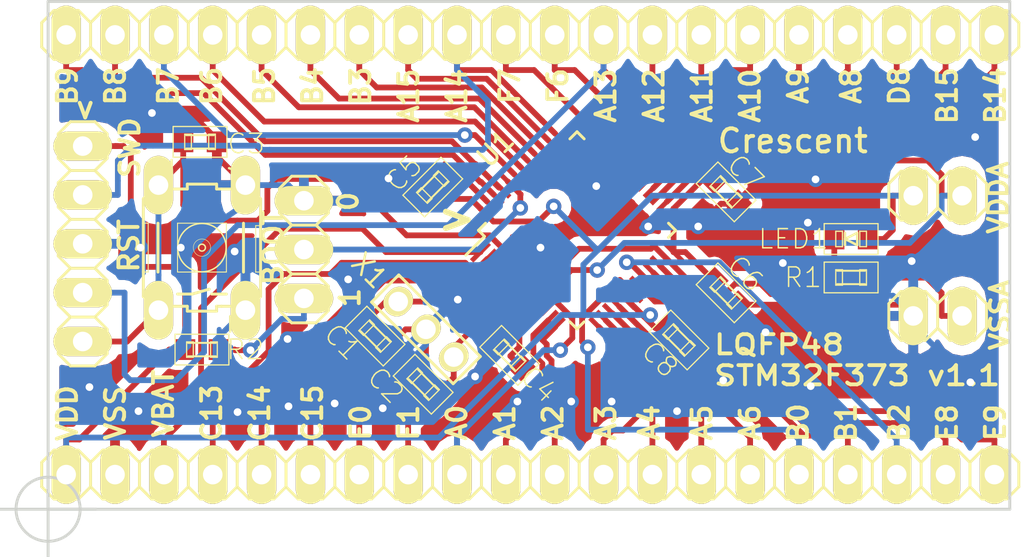
<source format=kicad_pcb>
(kicad_pcb (version 4) (host pcbnew 4.0.1-stable)

  (general
    (links 83)
    (no_connects 0)
    (area 119.418705 112.4443 175.476534 143.3)
    (thickness 1.6)
    (drawings 60)
    (tracks 523)
    (zones 0)
    (modules 20)
    (nets 47)
  )

  (page A4)
  (title_block
    (title "STM32F373 LQFP48 -> DIP")
    (date 2016-11-05)
    (rev v1.1)
    (company Crescent)
  )

  (layers
    (0 F.Cu signal)
    (31 B.Cu signal)
    (32 B.Adhes user)
    (33 F.Adhes user)
    (34 B.Paste user)
    (35 F.Paste user)
    (36 B.SilkS user)
    (37 F.SilkS user)
    (38 B.Mask user)
    (39 F.Mask user)
    (40 Dwgs.User user)
    (41 Cmts.User user)
    (42 Eco1.User user)
    (43 Eco2.User user hide)
    (44 Edge.Cuts user)
    (45 Margin user)
    (46 B.CrtYd user)
    (47 F.CrtYd user)
    (48 B.Fab user)
    (49 F.Fab user)
  )

  (setup
    (last_trace_width 0.3)
    (trace_clearance 0.1524)
    (zone_clearance 0.508)
    (zone_45_only no)
    (trace_min 0.2)
    (segment_width 0.2)
    (edge_width 0.15)
    (via_size 0.8)
    (via_drill 0.4)
    (via_min_size 0.8)
    (via_min_drill 0.4)
    (uvia_size 0.3)
    (uvia_drill 0.1)
    (uvias_allowed no)
    (uvia_min_size 0.2)
    (uvia_min_drill 0.1)
    (pcb_text_width 0.3)
    (pcb_text_size 1.5 1.5)
    (mod_edge_width 0.15)
    (mod_text_size 1 1)
    (mod_text_width 0.15)
    (pad_size 1.4 1.6)
    (pad_drill 1.016)
    (pad_to_mask_clearance 0.2)
    (aux_axis_origin 122.25 140.8)
    (grid_origin 122.25 140.8)
    (visible_elements 7FFFFF7F)
    (pcbplotparams
      (layerselection 0x010f0_80000001)
      (usegerberextensions true)
      (excludeedgelayer true)
      (linewidth 0.100000)
      (plotframeref false)
      (viasonmask false)
      (mode 1)
      (useauxorigin false)
      (hpglpennumber 1)
      (hpglpenspeed 20)
      (hpglpendiameter 15)
      (hpglpenoverlay 2)
      (psnegative false)
      (psa4output false)
      (plotreference true)
      (plotvalue true)
      (plotinvisibletext false)
      (padsonsilk false)
      (subtractmaskfromsilk false)
      (outputformat 1)
      (mirror false)
      (drillshape 0)
      (scaleselection 1)
      (outputdirectory GERBER/))
  )

  (net 0 "")
  (net 1 OSCI)
  (net 2 VSS)
  (net 3 OSCO)
  (net 4 NRST)
  (net 5 VDD)
  (net 6 VDDA)
  (net 7 PA14)
  (net 8 PA13)
  (net 9 "Net-(JP2-Pad1)")
  (net 10 BOOT)
  (net 11 VBAT)
  (net 12 PC13)
  (net 13 PC14)
  (net 14 PC15)
  (net 15 PA0)
  (net 16 PA1)
  (net 17 PA2)
  (net 18 PA3)
  (net 19 PA4)
  (net 20 PA5)
  (net 21 PA6)
  (net 22 PB0)
  (net 23 PB1)
  (net 24 PB2)
  (net 25 VSSA)
  (net 26 PB9)
  (net 27 PB8)
  (net 28 PB7)
  (net 29 PB6)
  (net 30 PB5)
  (net 31 PB4)
  (net 32 PB3)
  (net 33 PA15)
  (net 34 PA12)
  (net 35 PA11)
  (net 36 PA10)
  (net 37 PA9)
  (net 38 PA8)
  (net 39 PB15)
  (net 40 PB14)
  (net 41 "Net-(LED1-PadK)")
  (net 42 PE8)
  (net 43 PE9)
  (net 44 PF7)
  (net 45 PF6)
  (net 46 PD8)

  (net_class Default "これは標準のネット クラスです。"
    (clearance 0.1524)
    (trace_width 0.3)
    (via_dia 0.8)
    (via_drill 0.4)
    (uvia_dia 0.3)
    (uvia_drill 0.1)
    (add_net BOOT)
    (add_net NRST)
    (add_net "Net-(JP2-Pad1)")
    (add_net "Net-(LED1-PadK)")
    (add_net OSCI)
    (add_net OSCO)
    (add_net PA0)
    (add_net PA1)
    (add_net PA10)
    (add_net PA11)
    (add_net PA12)
    (add_net PA13)
    (add_net PA14)
    (add_net PA15)
    (add_net PA2)
    (add_net PA3)
    (add_net PA4)
    (add_net PA5)
    (add_net PA6)
    (add_net PA8)
    (add_net PA9)
    (add_net PB0)
    (add_net PB1)
    (add_net PB14)
    (add_net PB15)
    (add_net PB2)
    (add_net PB3)
    (add_net PB4)
    (add_net PB5)
    (add_net PB6)
    (add_net PB7)
    (add_net PB8)
    (add_net PB9)
    (add_net PC13)
    (add_net PC14)
    (add_net PC15)
    (add_net PD8)
    (add_net PE8)
    (add_net PE9)
    (add_net PF6)
    (add_net PF7)
    (add_net VBAT)
    (add_net VSS)
    (add_net VSSA)
  )

  (net_class POW ""
    (clearance 0.1524)
    (trace_width 0.3)
    (via_dia 0.8)
    (via_drill 0.4)
    (uvia_dia 0.3)
    (uvia_drill 0.1)
    (add_net VDD)
    (add_net VDDA)
  )

  (module pin-head:pinhead-1X03 (layer F.Cu) (tedit 57FE5736) (tstamp 57F7A826)
    (at 142.25 131.8 315)
    (descr "PIN HEADER")
    (tags "PIN HEADER")
    (path /57F79249)
    (attr virtual)
    (fp_text reference X1 (at -4.737615 -0.070711 315) (layer F.SilkS)
      (effects (font (size 1 1) (thickness 0.127)))
    )
    (fp_text value CRYSTAL_SMD (at 0 2.54 315) (layer F.SilkS) hide
      (effects (font (size 1.27 1.27) (thickness 0.1016)))
    )
    (fp_line (start -3.5 -1) (end 2.5 -1) (layer F.SilkS) (width 0.15))
    (fp_line (start 2.5 -1) (end 2.5 1) (layer F.SilkS) (width 0.15))
    (fp_line (start 2.5 1) (end -3.5 1) (layer F.SilkS) (width 0.15))
    (fp_line (start -3.5 1) (end -3.5 -1) (layer F.SilkS) (width 0.15))
    (fp_line (start -0.754 0.254) (end -0.246 0.254) (layer F.SilkS) (width 0.06604))
    (fp_line (start -0.246 0.254) (end -0.246 -0.254) (layer F.SilkS) (width 0.06604))
    (fp_line (start -0.754 -0.254) (end -0.246 -0.254) (layer F.SilkS) (width 0.06604))
    (fp_line (start -0.754 0.254) (end -0.754 -0.254) (layer F.SilkS) (width 0.06604))
    (fp_line (start -2.794 0.254) (end -2.286 0.254) (layer F.SilkS) (width 0.06604))
    (fp_line (start -2.286 0.254) (end -2.286 -0.254) (layer F.SilkS) (width 0.06604))
    (fp_line (start -2.794 -0.254) (end -2.286 -0.254) (layer F.SilkS) (width 0.06604))
    (fp_line (start -2.794 0.254) (end -2.794 -0.254) (layer F.SilkS) (width 0.06604))
    (fp_line (start 1.286 0.254) (end 1.794 0.254) (layer F.SilkS) (width 0.06604))
    (fp_line (start 1.794 0.254) (end 1.794 -0.254) (layer F.SilkS) (width 0.06604))
    (fp_line (start 1.286 -0.254) (end 1.794 -0.254) (layer F.SilkS) (width 0.06604))
    (fp_line (start 1.286 0.254) (end 1.286 -0.254) (layer F.SilkS) (width 0.06604))
    (pad 1 thru_hole oval (at -2.54 0 135) (size 1.4 1.6) (drill 1.016) (layers *.Cu *.Paste *.Mask F.SilkS)
      (net 1 OSCI))
    (pad 3 thru_hole oval (at -0.5 0 135) (size 1.4 1.6) (drill 1.016) (layers *.Cu *.Paste *.Mask F.SilkS)
      (net 2 VSS))
    (pad 2 thru_hole oval (at 1.54 0 135) (size 1.4 1.6) (drill 1.016) (layers *.Cu *.Paste *.Mask F.SilkS)
      (net 3 OSCO))
  )

  (module pin-head:pinhead-1X20 (layer F.Cu) (tedit 57FE5725) (tstamp 57F7A7B3)
    (at 147.32 139)
    (descr "PIN HEADER")
    (tags "PIN HEADER")
    (path /57F66BA2)
    (attr virtual)
    (fp_text reference JP4 (at -22.3012 -2.4638) (layer F.SilkS) hide
      (effects (font (size 1.27 1.27) (thickness 0.127)))
    )
    (fp_text value PINHD-1X20 (at -21.59 2.54) (layer F.SilkS) hide
      (effects (font (size 1.27 1.27) (thickness 0.1016)))
    )
    (fp_line (start 21.336 0.254) (end 21.844 0.254) (layer F.SilkS) (width 0.06604))
    (fp_line (start 21.844 0.254) (end 21.844 -0.254) (layer F.SilkS) (width 0.06604))
    (fp_line (start 21.336 -0.254) (end 21.844 -0.254) (layer F.SilkS) (width 0.06604))
    (fp_line (start 21.336 0.254) (end 21.336 -0.254) (layer F.SilkS) (width 0.06604))
    (fp_line (start 18.796 0.254) (end 19.304 0.254) (layer F.SilkS) (width 0.06604))
    (fp_line (start 19.304 0.254) (end 19.304 -0.254) (layer F.SilkS) (width 0.06604))
    (fp_line (start 18.796 -0.254) (end 19.304 -0.254) (layer F.SilkS) (width 0.06604))
    (fp_line (start 18.796 0.254) (end 18.796 -0.254) (layer F.SilkS) (width 0.06604))
    (fp_line (start 16.256 0.254) (end 16.764 0.254) (layer F.SilkS) (width 0.06604))
    (fp_line (start 16.764 0.254) (end 16.764 -0.254) (layer F.SilkS) (width 0.06604))
    (fp_line (start 16.256 -0.254) (end 16.764 -0.254) (layer F.SilkS) (width 0.06604))
    (fp_line (start 16.256 0.254) (end 16.256 -0.254) (layer F.SilkS) (width 0.06604))
    (fp_line (start 13.716 0.254) (end 14.224 0.254) (layer F.SilkS) (width 0.06604))
    (fp_line (start 14.224 0.254) (end 14.224 -0.254) (layer F.SilkS) (width 0.06604))
    (fp_line (start 13.716 -0.254) (end 14.224 -0.254) (layer F.SilkS) (width 0.06604))
    (fp_line (start 13.716 0.254) (end 13.716 -0.254) (layer F.SilkS) (width 0.06604))
    (fp_line (start 11.176 0.254) (end 11.684 0.254) (layer F.SilkS) (width 0.06604))
    (fp_line (start 11.684 0.254) (end 11.684 -0.254) (layer F.SilkS) (width 0.06604))
    (fp_line (start 11.176 -0.254) (end 11.684 -0.254) (layer F.SilkS) (width 0.06604))
    (fp_line (start 11.176 0.254) (end 11.176 -0.254) (layer F.SilkS) (width 0.06604))
    (fp_line (start 8.636 0.254) (end 9.144 0.254) (layer F.SilkS) (width 0.06604))
    (fp_line (start 9.144 0.254) (end 9.144 -0.254) (layer F.SilkS) (width 0.06604))
    (fp_line (start 8.636 -0.254) (end 9.144 -0.254) (layer F.SilkS) (width 0.06604))
    (fp_line (start 8.636 0.254) (end 8.636 -0.254) (layer F.SilkS) (width 0.06604))
    (fp_line (start 6.096 0.254) (end 6.604 0.254) (layer F.SilkS) (width 0.06604))
    (fp_line (start 6.604 0.254) (end 6.604 -0.254) (layer F.SilkS) (width 0.06604))
    (fp_line (start 6.096 -0.254) (end 6.604 -0.254) (layer F.SilkS) (width 0.06604))
    (fp_line (start 6.096 0.254) (end 6.096 -0.254) (layer F.SilkS) (width 0.06604))
    (fp_line (start 3.556 0.254) (end 4.064 0.254) (layer F.SilkS) (width 0.06604))
    (fp_line (start 4.064 0.254) (end 4.064 -0.254) (layer F.SilkS) (width 0.06604))
    (fp_line (start 3.556 -0.254) (end 4.064 -0.254) (layer F.SilkS) (width 0.06604))
    (fp_line (start 3.556 0.254) (end 3.556 -0.254) (layer F.SilkS) (width 0.06604))
    (fp_line (start 1.016 0.254) (end 1.524 0.254) (layer F.SilkS) (width 0.06604))
    (fp_line (start 1.524 0.254) (end 1.524 -0.254) (layer F.SilkS) (width 0.06604))
    (fp_line (start 1.016 -0.254) (end 1.524 -0.254) (layer F.SilkS) (width 0.06604))
    (fp_line (start 1.016 0.254) (end 1.016 -0.254) (layer F.SilkS) (width 0.06604))
    (fp_line (start -1.524 0.254) (end -1.016 0.254) (layer F.SilkS) (width 0.06604))
    (fp_line (start -1.016 0.254) (end -1.016 -0.254) (layer F.SilkS) (width 0.06604))
    (fp_line (start -1.524 -0.254) (end -1.016 -0.254) (layer F.SilkS) (width 0.06604))
    (fp_line (start -1.524 0.254) (end -1.524 -0.254) (layer F.SilkS) (width 0.06604))
    (fp_line (start -4.064 0.254) (end -3.556 0.254) (layer F.SilkS) (width 0.06604))
    (fp_line (start -3.556 0.254) (end -3.556 -0.254) (layer F.SilkS) (width 0.06604))
    (fp_line (start -4.064 -0.254) (end -3.556 -0.254) (layer F.SilkS) (width 0.06604))
    (fp_line (start -4.064 0.254) (end -4.064 -0.254) (layer F.SilkS) (width 0.06604))
    (fp_line (start -6.604 0.254) (end -6.096 0.254) (layer F.SilkS) (width 0.06604))
    (fp_line (start -6.096 0.254) (end -6.096 -0.254) (layer F.SilkS) (width 0.06604))
    (fp_line (start -6.604 -0.254) (end -6.096 -0.254) (layer F.SilkS) (width 0.06604))
    (fp_line (start -6.604 0.254) (end -6.604 -0.254) (layer F.SilkS) (width 0.06604))
    (fp_line (start -9.144 0.254) (end -8.636 0.254) (layer F.SilkS) (width 0.06604))
    (fp_line (start -8.636 0.254) (end -8.636 -0.254) (layer F.SilkS) (width 0.06604))
    (fp_line (start -9.144 -0.254) (end -8.636 -0.254) (layer F.SilkS) (width 0.06604))
    (fp_line (start -9.144 0.254) (end -9.144 -0.254) (layer F.SilkS) (width 0.06604))
    (fp_line (start -11.684 0.254) (end -11.176 0.254) (layer F.SilkS) (width 0.06604))
    (fp_line (start -11.176 0.254) (end -11.176 -0.254) (layer F.SilkS) (width 0.06604))
    (fp_line (start -11.684 -0.254) (end -11.176 -0.254) (layer F.SilkS) (width 0.06604))
    (fp_line (start -11.684 0.254) (end -11.684 -0.254) (layer F.SilkS) (width 0.06604))
    (fp_line (start -14.224 0.254) (end -13.716 0.254) (layer F.SilkS) (width 0.06604))
    (fp_line (start -13.716 0.254) (end -13.716 -0.254) (layer F.SilkS) (width 0.06604))
    (fp_line (start -14.224 -0.254) (end -13.716 -0.254) (layer F.SilkS) (width 0.06604))
    (fp_line (start -14.224 0.254) (end -14.224 -0.254) (layer F.SilkS) (width 0.06604))
    (fp_line (start -16.764 0.254) (end -16.256 0.254) (layer F.SilkS) (width 0.06604))
    (fp_line (start -16.256 0.254) (end -16.256 -0.254) (layer F.SilkS) (width 0.06604))
    (fp_line (start -16.764 -0.254) (end -16.256 -0.254) (layer F.SilkS) (width 0.06604))
    (fp_line (start -16.764 0.254) (end -16.764 -0.254) (layer F.SilkS) (width 0.06604))
    (fp_line (start -19.304 0.254) (end -18.796 0.254) (layer F.SilkS) (width 0.06604))
    (fp_line (start -18.796 0.254) (end -18.796 -0.254) (layer F.SilkS) (width 0.06604))
    (fp_line (start -19.304 -0.254) (end -18.796 -0.254) (layer F.SilkS) (width 0.06604))
    (fp_line (start -19.304 0.254) (end -19.304 -0.254) (layer F.SilkS) (width 0.06604))
    (fp_line (start -21.844 0.254) (end -21.336 0.254) (layer F.SilkS) (width 0.06604))
    (fp_line (start -21.336 0.254) (end -21.336 -0.254) (layer F.SilkS) (width 0.06604))
    (fp_line (start -21.844 -0.254) (end -21.336 -0.254) (layer F.SilkS) (width 0.06604))
    (fp_line (start -21.844 0.254) (end -21.844 -0.254) (layer F.SilkS) (width 0.06604))
    (fp_line (start -24.384 0.254) (end -23.876 0.254) (layer F.SilkS) (width 0.06604))
    (fp_line (start -23.876 0.254) (end -23.876 -0.254) (layer F.SilkS) (width 0.06604))
    (fp_line (start -24.384 -0.254) (end -23.876 -0.254) (layer F.SilkS) (width 0.06604))
    (fp_line (start -24.384 0.254) (end -24.384 -0.254) (layer F.SilkS) (width 0.06604))
    (fp_line (start 23.876 0.254) (end 24.384 0.254) (layer F.SilkS) (width 0.06604))
    (fp_line (start 24.384 0.254) (end 24.384 -0.254) (layer F.SilkS) (width 0.06604))
    (fp_line (start 23.876 -0.254) (end 24.384 -0.254) (layer F.SilkS) (width 0.06604))
    (fp_line (start 23.876 0.254) (end 23.876 -0.254) (layer F.SilkS) (width 0.06604))
    (fp_line (start 20.955 -1.27) (end 22.225 -1.27) (layer F.SilkS) (width 0.1524))
    (fp_line (start 22.225 -1.27) (end 22.86 -0.635) (layer F.SilkS) (width 0.1524))
    (fp_line (start 22.86 -0.635) (end 22.86 0.635) (layer F.SilkS) (width 0.1524))
    (fp_line (start 22.86 0.635) (end 22.225 1.27) (layer F.SilkS) (width 0.1524))
    (fp_line (start 17.78 -0.635) (end 18.415 -1.27) (layer F.SilkS) (width 0.1524))
    (fp_line (start 18.415 -1.27) (end 19.685 -1.27) (layer F.SilkS) (width 0.1524))
    (fp_line (start 19.685 -1.27) (end 20.32 -0.635) (layer F.SilkS) (width 0.1524))
    (fp_line (start 20.32 -0.635) (end 20.32 0.635) (layer F.SilkS) (width 0.1524))
    (fp_line (start 20.32 0.635) (end 19.685 1.27) (layer F.SilkS) (width 0.1524))
    (fp_line (start 19.685 1.27) (end 18.415 1.27) (layer F.SilkS) (width 0.1524))
    (fp_line (start 18.415 1.27) (end 17.78 0.635) (layer F.SilkS) (width 0.1524))
    (fp_line (start 20.955 -1.27) (end 20.32 -0.635) (layer F.SilkS) (width 0.1524))
    (fp_line (start 20.32 0.635) (end 20.955 1.27) (layer F.SilkS) (width 0.1524))
    (fp_line (start 22.225 1.27) (end 20.955 1.27) (layer F.SilkS) (width 0.1524))
    (fp_line (start 13.335 -1.27) (end 14.605 -1.27) (layer F.SilkS) (width 0.1524))
    (fp_line (start 14.605 -1.27) (end 15.24 -0.635) (layer F.SilkS) (width 0.1524))
    (fp_line (start 15.24 -0.635) (end 15.24 0.635) (layer F.SilkS) (width 0.1524))
    (fp_line (start 15.24 0.635) (end 14.605 1.27) (layer F.SilkS) (width 0.1524))
    (fp_line (start 15.24 -0.635) (end 15.875 -1.27) (layer F.SilkS) (width 0.1524))
    (fp_line (start 15.875 -1.27) (end 17.145 -1.27) (layer F.SilkS) (width 0.1524))
    (fp_line (start 17.145 -1.27) (end 17.78 -0.635) (layer F.SilkS) (width 0.1524))
    (fp_line (start 17.78 -0.635) (end 17.78 0.635) (layer F.SilkS) (width 0.1524))
    (fp_line (start 17.78 0.635) (end 17.145 1.27) (layer F.SilkS) (width 0.1524))
    (fp_line (start 17.145 1.27) (end 15.875 1.27) (layer F.SilkS) (width 0.1524))
    (fp_line (start 15.875 1.27) (end 15.24 0.635) (layer F.SilkS) (width 0.1524))
    (fp_line (start 10.16 -0.635) (end 10.795 -1.27) (layer F.SilkS) (width 0.1524))
    (fp_line (start 10.795 -1.27) (end 12.065 -1.27) (layer F.SilkS) (width 0.1524))
    (fp_line (start 12.065 -1.27) (end 12.7 -0.635) (layer F.SilkS) (width 0.1524))
    (fp_line (start 12.7 -0.635) (end 12.7 0.635) (layer F.SilkS) (width 0.1524))
    (fp_line (start 12.7 0.635) (end 12.065 1.27) (layer F.SilkS) (width 0.1524))
    (fp_line (start 12.065 1.27) (end 10.795 1.27) (layer F.SilkS) (width 0.1524))
    (fp_line (start 10.795 1.27) (end 10.16 0.635) (layer F.SilkS) (width 0.1524))
    (fp_line (start 13.335 -1.27) (end 12.7 -0.635) (layer F.SilkS) (width 0.1524))
    (fp_line (start 12.7 0.635) (end 13.335 1.27) (layer F.SilkS) (width 0.1524))
    (fp_line (start 14.605 1.27) (end 13.335 1.27) (layer F.SilkS) (width 0.1524))
    (fp_line (start 5.715 -1.27) (end 6.985 -1.27) (layer F.SilkS) (width 0.1524))
    (fp_line (start 6.985 -1.27) (end 7.62 -0.635) (layer F.SilkS) (width 0.1524))
    (fp_line (start 7.62 -0.635) (end 7.62 0.635) (layer F.SilkS) (width 0.1524))
    (fp_line (start 7.62 0.635) (end 6.985 1.27) (layer F.SilkS) (width 0.1524))
    (fp_line (start 7.62 -0.635) (end 8.255 -1.27) (layer F.SilkS) (width 0.1524))
    (fp_line (start 8.255 -1.27) (end 9.525 -1.27) (layer F.SilkS) (width 0.1524))
    (fp_line (start 9.525 -1.27) (end 10.16 -0.635) (layer F.SilkS) (width 0.1524))
    (fp_line (start 10.16 -0.635) (end 10.16 0.635) (layer F.SilkS) (width 0.1524))
    (fp_line (start 10.16 0.635) (end 9.525 1.27) (layer F.SilkS) (width 0.1524))
    (fp_line (start 9.525 1.27) (end 8.255 1.27) (layer F.SilkS) (width 0.1524))
    (fp_line (start 8.255 1.27) (end 7.62 0.635) (layer F.SilkS) (width 0.1524))
    (fp_line (start 2.54 -0.635) (end 3.175 -1.27) (layer F.SilkS) (width 0.1524))
    (fp_line (start 3.175 -1.27) (end 4.445 -1.27) (layer F.SilkS) (width 0.1524))
    (fp_line (start 4.445 -1.27) (end 5.08 -0.635) (layer F.SilkS) (width 0.1524))
    (fp_line (start 5.08 -0.635) (end 5.08 0.635) (layer F.SilkS) (width 0.1524))
    (fp_line (start 5.08 0.635) (end 4.445 1.27) (layer F.SilkS) (width 0.1524))
    (fp_line (start 4.445 1.27) (end 3.175 1.27) (layer F.SilkS) (width 0.1524))
    (fp_line (start 3.175 1.27) (end 2.54 0.635) (layer F.SilkS) (width 0.1524))
    (fp_line (start 5.715 -1.27) (end 5.08 -0.635) (layer F.SilkS) (width 0.1524))
    (fp_line (start 5.08 0.635) (end 5.715 1.27) (layer F.SilkS) (width 0.1524))
    (fp_line (start 6.985 1.27) (end 5.715 1.27) (layer F.SilkS) (width 0.1524))
    (fp_line (start -1.905 -1.27) (end -0.635 -1.27) (layer F.SilkS) (width 0.1524))
    (fp_line (start -0.635 -1.27) (end 0 -0.635) (layer F.SilkS) (width 0.1524))
    (fp_line (start 0 -0.635) (end 0 0.635) (layer F.SilkS) (width 0.1524))
    (fp_line (start 0 0.635) (end -0.635 1.27) (layer F.SilkS) (width 0.1524))
    (fp_line (start 0 -0.635) (end 0.635 -1.27) (layer F.SilkS) (width 0.1524))
    (fp_line (start 0.635 -1.27) (end 1.905 -1.27) (layer F.SilkS) (width 0.1524))
    (fp_line (start 1.905 -1.27) (end 2.54 -0.635) (layer F.SilkS) (width 0.1524))
    (fp_line (start 2.54 -0.635) (end 2.54 0.635) (layer F.SilkS) (width 0.1524))
    (fp_line (start 2.54 0.635) (end 1.905 1.27) (layer F.SilkS) (width 0.1524))
    (fp_line (start 1.905 1.27) (end 0.635 1.27) (layer F.SilkS) (width 0.1524))
    (fp_line (start 0.635 1.27) (end 0 0.635) (layer F.SilkS) (width 0.1524))
    (fp_line (start -5.08 -0.635) (end -4.445 -1.27) (layer F.SilkS) (width 0.1524))
    (fp_line (start -4.445 -1.27) (end -3.175 -1.27) (layer F.SilkS) (width 0.1524))
    (fp_line (start -3.175 -1.27) (end -2.54 -0.635) (layer F.SilkS) (width 0.1524))
    (fp_line (start -2.54 -0.635) (end -2.54 0.635) (layer F.SilkS) (width 0.1524))
    (fp_line (start -2.54 0.635) (end -3.175 1.27) (layer F.SilkS) (width 0.1524))
    (fp_line (start -3.175 1.27) (end -4.445 1.27) (layer F.SilkS) (width 0.1524))
    (fp_line (start -4.445 1.27) (end -5.08 0.635) (layer F.SilkS) (width 0.1524))
    (fp_line (start -1.905 -1.27) (end -2.54 -0.635) (layer F.SilkS) (width 0.1524))
    (fp_line (start -2.54 0.635) (end -1.905 1.27) (layer F.SilkS) (width 0.1524))
    (fp_line (start -0.635 1.27) (end -1.905 1.27) (layer F.SilkS) (width 0.1524))
    (fp_line (start -9.525 -1.27) (end -8.255 -1.27) (layer F.SilkS) (width 0.1524))
    (fp_line (start -8.255 -1.27) (end -7.62 -0.635) (layer F.SilkS) (width 0.1524))
    (fp_line (start -7.62 -0.635) (end -7.62 0.635) (layer F.SilkS) (width 0.1524))
    (fp_line (start -7.62 0.635) (end -8.255 1.27) (layer F.SilkS) (width 0.1524))
    (fp_line (start -7.62 -0.635) (end -6.985 -1.27) (layer F.SilkS) (width 0.1524))
    (fp_line (start -6.985 -1.27) (end -5.715 -1.27) (layer F.SilkS) (width 0.1524))
    (fp_line (start -5.715 -1.27) (end -5.08 -0.635) (layer F.SilkS) (width 0.1524))
    (fp_line (start -5.08 -0.635) (end -5.08 0.635) (layer F.SilkS) (width 0.1524))
    (fp_line (start -5.08 0.635) (end -5.715 1.27) (layer F.SilkS) (width 0.1524))
    (fp_line (start -5.715 1.27) (end -6.985 1.27) (layer F.SilkS) (width 0.1524))
    (fp_line (start -6.985 1.27) (end -7.62 0.635) (layer F.SilkS) (width 0.1524))
    (fp_line (start -12.7 -0.635) (end -12.065 -1.27) (layer F.SilkS) (width 0.1524))
    (fp_line (start -12.065 -1.27) (end -10.795 -1.27) (layer F.SilkS) (width 0.1524))
    (fp_line (start -10.795 -1.27) (end -10.16 -0.635) (layer F.SilkS) (width 0.1524))
    (fp_line (start -10.16 -0.635) (end -10.16 0.635) (layer F.SilkS) (width 0.1524))
    (fp_line (start -10.16 0.635) (end -10.795 1.27) (layer F.SilkS) (width 0.1524))
    (fp_line (start -10.795 1.27) (end -12.065 1.27) (layer F.SilkS) (width 0.1524))
    (fp_line (start -12.065 1.27) (end -12.7 0.635) (layer F.SilkS) (width 0.1524))
    (fp_line (start -9.525 -1.27) (end -10.16 -0.635) (layer F.SilkS) (width 0.1524))
    (fp_line (start -10.16 0.635) (end -9.525 1.27) (layer F.SilkS) (width 0.1524))
    (fp_line (start -8.255 1.27) (end -9.525 1.27) (layer F.SilkS) (width 0.1524))
    (fp_line (start -17.145 -1.27) (end -15.875 -1.27) (layer F.SilkS) (width 0.1524))
    (fp_line (start -15.875 -1.27) (end -15.24 -0.635) (layer F.SilkS) (width 0.1524))
    (fp_line (start -15.24 -0.635) (end -15.24 0.635) (layer F.SilkS) (width 0.1524))
    (fp_line (start -15.24 0.635) (end -15.875 1.27) (layer F.SilkS) (width 0.1524))
    (fp_line (start -15.24 -0.635) (end -14.605 -1.27) (layer F.SilkS) (width 0.1524))
    (fp_line (start -14.605 -1.27) (end -13.335 -1.27) (layer F.SilkS) (width 0.1524))
    (fp_line (start -13.335 -1.27) (end -12.7 -0.635) (layer F.SilkS) (width 0.1524))
    (fp_line (start -12.7 -0.635) (end -12.7 0.635) (layer F.SilkS) (width 0.1524))
    (fp_line (start -12.7 0.635) (end -13.335 1.27) (layer F.SilkS) (width 0.1524))
    (fp_line (start -13.335 1.27) (end -14.605 1.27) (layer F.SilkS) (width 0.1524))
    (fp_line (start -14.605 1.27) (end -15.24 0.635) (layer F.SilkS) (width 0.1524))
    (fp_line (start -20.32 -0.635) (end -19.685 -1.27) (layer F.SilkS) (width 0.1524))
    (fp_line (start -19.685 -1.27) (end -18.415 -1.27) (layer F.SilkS) (width 0.1524))
    (fp_line (start -18.415 -1.27) (end -17.78 -0.635) (layer F.SilkS) (width 0.1524))
    (fp_line (start -17.78 -0.635) (end -17.78 0.635) (layer F.SilkS) (width 0.1524))
    (fp_line (start -17.78 0.635) (end -18.415 1.27) (layer F.SilkS) (width 0.1524))
    (fp_line (start -18.415 1.27) (end -19.685 1.27) (layer F.SilkS) (width 0.1524))
    (fp_line (start -19.685 1.27) (end -20.32 0.635) (layer F.SilkS) (width 0.1524))
    (fp_line (start -17.145 -1.27) (end -17.78 -0.635) (layer F.SilkS) (width 0.1524))
    (fp_line (start -17.78 0.635) (end -17.145 1.27) (layer F.SilkS) (width 0.1524))
    (fp_line (start -15.875 1.27) (end -17.145 1.27) (layer F.SilkS) (width 0.1524))
    (fp_line (start -24.765 -1.27) (end -23.495 -1.27) (layer F.SilkS) (width 0.1524))
    (fp_line (start -23.495 -1.27) (end -22.86 -0.635) (layer F.SilkS) (width 0.1524))
    (fp_line (start -22.86 -0.635) (end -22.86 0.635) (layer F.SilkS) (width 0.1524))
    (fp_line (start -22.86 0.635) (end -23.495 1.27) (layer F.SilkS) (width 0.1524))
    (fp_line (start -22.86 -0.635) (end -22.225 -1.27) (layer F.SilkS) (width 0.1524))
    (fp_line (start -22.225 -1.27) (end -20.955 -1.27) (layer F.SilkS) (width 0.1524))
    (fp_line (start -20.955 -1.27) (end -20.32 -0.635) (layer F.SilkS) (width 0.1524))
    (fp_line (start -20.32 -0.635) (end -20.32 0.635) (layer F.SilkS) (width 0.1524))
    (fp_line (start -20.32 0.635) (end -20.955 1.27) (layer F.SilkS) (width 0.1524))
    (fp_line (start -20.955 1.27) (end -22.225 1.27) (layer F.SilkS) (width 0.1524))
    (fp_line (start -22.225 1.27) (end -22.86 0.635) (layer F.SilkS) (width 0.1524))
    (fp_line (start -25.4 -0.635) (end -25.4 0.635) (layer F.SilkS) (width 0.1524))
    (fp_line (start -24.765 -1.27) (end -25.4 -0.635) (layer F.SilkS) (width 0.1524))
    (fp_line (start -25.4 0.635) (end -24.765 1.27) (layer F.SilkS) (width 0.1524))
    (fp_line (start -23.495 1.27) (end -24.765 1.27) (layer F.SilkS) (width 0.1524))
    (fp_line (start 23.495 -1.27) (end 24.765 -1.27) (layer F.SilkS) (width 0.1524))
    (fp_line (start 24.765 -1.27) (end 25.4 -0.635) (layer F.SilkS) (width 0.1524))
    (fp_line (start 25.4 -0.635) (end 25.4 0.635) (layer F.SilkS) (width 0.1524))
    (fp_line (start 25.4 0.635) (end 24.765 1.27) (layer F.SilkS) (width 0.1524))
    (fp_line (start 23.495 -1.27) (end 22.86 -0.635) (layer F.SilkS) (width 0.1524))
    (fp_line (start 22.86 0.635) (end 23.495 1.27) (layer F.SilkS) (width 0.1524))
    (fp_line (start 24.765 1.27) (end 23.495 1.27) (layer F.SilkS) (width 0.1524))
    (pad 1 thru_hole oval (at -24.13 0 180) (size 1.524 3.048) (drill 1.016) (layers *.Cu *.Paste *.Mask F.SilkS)
      (net 5 VDD))
    (pad 2 thru_hole oval (at -21.59 0 180) (size 1.524 3.048) (drill 1.016) (layers *.Cu *.Paste *.Mask F.SilkS)
      (net 2 VSS))
    (pad 3 thru_hole oval (at -19.05 0 180) (size 1.524 3.048) (drill 1.016) (layers *.Cu *.Paste *.Mask F.SilkS)
      (net 11 VBAT))
    (pad 4 thru_hole oval (at -16.51 0 180) (size 1.524 3.048) (drill 1.016) (layers *.Cu *.Paste *.Mask F.SilkS)
      (net 12 PC13))
    (pad 5 thru_hole oval (at -13.97 0 180) (size 1.524 3.048) (drill 1.016) (layers *.Cu *.Paste *.Mask F.SilkS)
      (net 13 PC14))
    (pad 6 thru_hole oval (at -11.43 0 180) (size 1.524 3.048) (drill 1.016) (layers *.Cu *.Paste *.Mask F.SilkS)
      (net 14 PC15))
    (pad 7 thru_hole oval (at -8.89 0 180) (size 1.524 3.048) (drill 1.016) (layers *.Cu *.Paste *.Mask F.SilkS)
      (net 1 OSCI))
    (pad 8 thru_hole oval (at -6.35 0 180) (size 1.524 3.048) (drill 1.016) (layers *.Cu *.Paste *.Mask F.SilkS)
      (net 3 OSCO))
    (pad 9 thru_hole oval (at -3.81 0 180) (size 1.524 3.048) (drill 1.016) (layers *.Cu *.Paste *.Mask F.SilkS)
      (net 15 PA0))
    (pad 10 thru_hole oval (at -1.27 0 180) (size 1.524 3.048) (drill 1.016) (layers *.Cu *.Paste *.Mask F.SilkS)
      (net 16 PA1))
    (pad 11 thru_hole oval (at 1.27 0 180) (size 1.524 3.048) (drill 1.016) (layers *.Cu *.Paste *.Mask F.SilkS)
      (net 17 PA2))
    (pad 12 thru_hole oval (at 3.81 0 180) (size 1.524 3.048) (drill 1.016) (layers *.Cu *.Paste *.Mask F.SilkS)
      (net 18 PA3))
    (pad 13 thru_hole oval (at 6.35 0 180) (size 1.524 3.048) (drill 1.016) (layers *.Cu *.Paste *.Mask F.SilkS)
      (net 19 PA4))
    (pad 14 thru_hole oval (at 8.89 0 180) (size 1.524 3.048) (drill 1.016) (layers *.Cu *.Paste *.Mask F.SilkS)
      (net 20 PA5))
    (pad 15 thru_hole oval (at 11.43 0 180) (size 1.524 3.048) (drill 1.016) (layers *.Cu *.Paste *.Mask F.SilkS)
      (net 21 PA6))
    (pad 16 thru_hole oval (at 13.97 0 180) (size 1.524 3.048) (drill 1.016) (layers *.Cu *.Paste *.Mask F.SilkS)
      (net 22 PB0))
    (pad 17 thru_hole oval (at 16.51 0 180) (size 1.524 3.048) (drill 1.016) (layers *.Cu *.Paste *.Mask F.SilkS)
      (net 23 PB1))
    (pad 18 thru_hole oval (at 19.05 0 180) (size 1.524 3.048) (drill 1.016) (layers *.Cu *.Paste *.Mask F.SilkS)
      (net 24 PB2))
    (pad 19 thru_hole oval (at 21.59 0 180) (size 1.524 3.048) (drill 1.016) (layers *.Cu *.Paste *.Mask F.SilkS)
      (net 42 PE8))
    (pad 20 thru_hole oval (at 24.13 0 180) (size 1.524 3.048) (drill 1.016) (layers *.Cu *.Paste *.Mask F.SilkS)
      (net 43 PE9))
  )

  (module pin-head:pinhead-1X20 (layer F.Cu) (tedit 57FE567C) (tstamp 57F7A7D1)
    (at 147.32 116.14)
    (descr "PIN HEADER")
    (tags "PIN HEADER")
    (path /57F66C63)
    (attr virtual)
    (fp_text reference JP6 (at -22.3012 -2.4638) (layer F.SilkS) hide
      (effects (font (size 1.27 1.27) (thickness 0.127)))
    )
    (fp_text value PINHD-1X20 (at -21.59 2.54) (layer F.SilkS) hide
      (effects (font (size 1.27 1.27) (thickness 0.1016)))
    )
    (fp_line (start 21.336 0.254) (end 21.844 0.254) (layer F.SilkS) (width 0.06604))
    (fp_line (start 21.844 0.254) (end 21.844 -0.254) (layer F.SilkS) (width 0.06604))
    (fp_line (start 21.336 -0.254) (end 21.844 -0.254) (layer F.SilkS) (width 0.06604))
    (fp_line (start 21.336 0.254) (end 21.336 -0.254) (layer F.SilkS) (width 0.06604))
    (fp_line (start 18.796 0.254) (end 19.304 0.254) (layer F.SilkS) (width 0.06604))
    (fp_line (start 19.304 0.254) (end 19.304 -0.254) (layer F.SilkS) (width 0.06604))
    (fp_line (start 18.796 -0.254) (end 19.304 -0.254) (layer F.SilkS) (width 0.06604))
    (fp_line (start 18.796 0.254) (end 18.796 -0.254) (layer F.SilkS) (width 0.06604))
    (fp_line (start 16.256 0.254) (end 16.764 0.254) (layer F.SilkS) (width 0.06604))
    (fp_line (start 16.764 0.254) (end 16.764 -0.254) (layer F.SilkS) (width 0.06604))
    (fp_line (start 16.256 -0.254) (end 16.764 -0.254) (layer F.SilkS) (width 0.06604))
    (fp_line (start 16.256 0.254) (end 16.256 -0.254) (layer F.SilkS) (width 0.06604))
    (fp_line (start 13.716 0.254) (end 14.224 0.254) (layer F.SilkS) (width 0.06604))
    (fp_line (start 14.224 0.254) (end 14.224 -0.254) (layer F.SilkS) (width 0.06604))
    (fp_line (start 13.716 -0.254) (end 14.224 -0.254) (layer F.SilkS) (width 0.06604))
    (fp_line (start 13.716 0.254) (end 13.716 -0.254) (layer F.SilkS) (width 0.06604))
    (fp_line (start 11.176 0.254) (end 11.684 0.254) (layer F.SilkS) (width 0.06604))
    (fp_line (start 11.684 0.254) (end 11.684 -0.254) (layer F.SilkS) (width 0.06604))
    (fp_line (start 11.176 -0.254) (end 11.684 -0.254) (layer F.SilkS) (width 0.06604))
    (fp_line (start 11.176 0.254) (end 11.176 -0.254) (layer F.SilkS) (width 0.06604))
    (fp_line (start 8.636 0.254) (end 9.144 0.254) (layer F.SilkS) (width 0.06604))
    (fp_line (start 9.144 0.254) (end 9.144 -0.254) (layer F.SilkS) (width 0.06604))
    (fp_line (start 8.636 -0.254) (end 9.144 -0.254) (layer F.SilkS) (width 0.06604))
    (fp_line (start 8.636 0.254) (end 8.636 -0.254) (layer F.SilkS) (width 0.06604))
    (fp_line (start 6.096 0.254) (end 6.604 0.254) (layer F.SilkS) (width 0.06604))
    (fp_line (start 6.604 0.254) (end 6.604 -0.254) (layer F.SilkS) (width 0.06604))
    (fp_line (start 6.096 -0.254) (end 6.604 -0.254) (layer F.SilkS) (width 0.06604))
    (fp_line (start 6.096 0.254) (end 6.096 -0.254) (layer F.SilkS) (width 0.06604))
    (fp_line (start 3.556 0.254) (end 4.064 0.254) (layer F.SilkS) (width 0.06604))
    (fp_line (start 4.064 0.254) (end 4.064 -0.254) (layer F.SilkS) (width 0.06604))
    (fp_line (start 3.556 -0.254) (end 4.064 -0.254) (layer F.SilkS) (width 0.06604))
    (fp_line (start 3.556 0.254) (end 3.556 -0.254) (layer F.SilkS) (width 0.06604))
    (fp_line (start 1.016 0.254) (end 1.524 0.254) (layer F.SilkS) (width 0.06604))
    (fp_line (start 1.524 0.254) (end 1.524 -0.254) (layer F.SilkS) (width 0.06604))
    (fp_line (start 1.016 -0.254) (end 1.524 -0.254) (layer F.SilkS) (width 0.06604))
    (fp_line (start 1.016 0.254) (end 1.016 -0.254) (layer F.SilkS) (width 0.06604))
    (fp_line (start -1.524 0.254) (end -1.016 0.254) (layer F.SilkS) (width 0.06604))
    (fp_line (start -1.016 0.254) (end -1.016 -0.254) (layer F.SilkS) (width 0.06604))
    (fp_line (start -1.524 -0.254) (end -1.016 -0.254) (layer F.SilkS) (width 0.06604))
    (fp_line (start -1.524 0.254) (end -1.524 -0.254) (layer F.SilkS) (width 0.06604))
    (fp_line (start -4.064 0.254) (end -3.556 0.254) (layer F.SilkS) (width 0.06604))
    (fp_line (start -3.556 0.254) (end -3.556 -0.254) (layer F.SilkS) (width 0.06604))
    (fp_line (start -4.064 -0.254) (end -3.556 -0.254) (layer F.SilkS) (width 0.06604))
    (fp_line (start -4.064 0.254) (end -4.064 -0.254) (layer F.SilkS) (width 0.06604))
    (fp_line (start -6.604 0.254) (end -6.096 0.254) (layer F.SilkS) (width 0.06604))
    (fp_line (start -6.096 0.254) (end -6.096 -0.254) (layer F.SilkS) (width 0.06604))
    (fp_line (start -6.604 -0.254) (end -6.096 -0.254) (layer F.SilkS) (width 0.06604))
    (fp_line (start -6.604 0.254) (end -6.604 -0.254) (layer F.SilkS) (width 0.06604))
    (fp_line (start -9.144 0.254) (end -8.636 0.254) (layer F.SilkS) (width 0.06604))
    (fp_line (start -8.636 0.254) (end -8.636 -0.254) (layer F.SilkS) (width 0.06604))
    (fp_line (start -9.144 -0.254) (end -8.636 -0.254) (layer F.SilkS) (width 0.06604))
    (fp_line (start -9.144 0.254) (end -9.144 -0.254) (layer F.SilkS) (width 0.06604))
    (fp_line (start -11.684 0.254) (end -11.176 0.254) (layer F.SilkS) (width 0.06604))
    (fp_line (start -11.176 0.254) (end -11.176 -0.254) (layer F.SilkS) (width 0.06604))
    (fp_line (start -11.684 -0.254) (end -11.176 -0.254) (layer F.SilkS) (width 0.06604))
    (fp_line (start -11.684 0.254) (end -11.684 -0.254) (layer F.SilkS) (width 0.06604))
    (fp_line (start -14.224 0.254) (end -13.716 0.254) (layer F.SilkS) (width 0.06604))
    (fp_line (start -13.716 0.254) (end -13.716 -0.254) (layer F.SilkS) (width 0.06604))
    (fp_line (start -14.224 -0.254) (end -13.716 -0.254) (layer F.SilkS) (width 0.06604))
    (fp_line (start -14.224 0.254) (end -14.224 -0.254) (layer F.SilkS) (width 0.06604))
    (fp_line (start -16.764 0.254) (end -16.256 0.254) (layer F.SilkS) (width 0.06604))
    (fp_line (start -16.256 0.254) (end -16.256 -0.254) (layer F.SilkS) (width 0.06604))
    (fp_line (start -16.764 -0.254) (end -16.256 -0.254) (layer F.SilkS) (width 0.06604))
    (fp_line (start -16.764 0.254) (end -16.764 -0.254) (layer F.SilkS) (width 0.06604))
    (fp_line (start -19.304 0.254) (end -18.796 0.254) (layer F.SilkS) (width 0.06604))
    (fp_line (start -18.796 0.254) (end -18.796 -0.254) (layer F.SilkS) (width 0.06604))
    (fp_line (start -19.304 -0.254) (end -18.796 -0.254) (layer F.SilkS) (width 0.06604))
    (fp_line (start -19.304 0.254) (end -19.304 -0.254) (layer F.SilkS) (width 0.06604))
    (fp_line (start -21.844 0.254) (end -21.336 0.254) (layer F.SilkS) (width 0.06604))
    (fp_line (start -21.336 0.254) (end -21.336 -0.254) (layer F.SilkS) (width 0.06604))
    (fp_line (start -21.844 -0.254) (end -21.336 -0.254) (layer F.SilkS) (width 0.06604))
    (fp_line (start -21.844 0.254) (end -21.844 -0.254) (layer F.SilkS) (width 0.06604))
    (fp_line (start -24.384 0.254) (end -23.876 0.254) (layer F.SilkS) (width 0.06604))
    (fp_line (start -23.876 0.254) (end -23.876 -0.254) (layer F.SilkS) (width 0.06604))
    (fp_line (start -24.384 -0.254) (end -23.876 -0.254) (layer F.SilkS) (width 0.06604))
    (fp_line (start -24.384 0.254) (end -24.384 -0.254) (layer F.SilkS) (width 0.06604))
    (fp_line (start 23.876 0.254) (end 24.384 0.254) (layer F.SilkS) (width 0.06604))
    (fp_line (start 24.384 0.254) (end 24.384 -0.254) (layer F.SilkS) (width 0.06604))
    (fp_line (start 23.876 -0.254) (end 24.384 -0.254) (layer F.SilkS) (width 0.06604))
    (fp_line (start 23.876 0.254) (end 23.876 -0.254) (layer F.SilkS) (width 0.06604))
    (fp_line (start 20.955 -1.27) (end 22.225 -1.27) (layer F.SilkS) (width 0.1524))
    (fp_line (start 22.225 -1.27) (end 22.86 -0.635) (layer F.SilkS) (width 0.1524))
    (fp_line (start 22.86 -0.635) (end 22.86 0.635) (layer F.SilkS) (width 0.1524))
    (fp_line (start 22.86 0.635) (end 22.225 1.27) (layer F.SilkS) (width 0.1524))
    (fp_line (start 17.78 -0.635) (end 18.415 -1.27) (layer F.SilkS) (width 0.1524))
    (fp_line (start 18.415 -1.27) (end 19.685 -1.27) (layer F.SilkS) (width 0.1524))
    (fp_line (start 19.685 -1.27) (end 20.32 -0.635) (layer F.SilkS) (width 0.1524))
    (fp_line (start 20.32 -0.635) (end 20.32 0.635) (layer F.SilkS) (width 0.1524))
    (fp_line (start 20.32 0.635) (end 19.685 1.27) (layer F.SilkS) (width 0.1524))
    (fp_line (start 19.685 1.27) (end 18.415 1.27) (layer F.SilkS) (width 0.1524))
    (fp_line (start 18.415 1.27) (end 17.78 0.635) (layer F.SilkS) (width 0.1524))
    (fp_line (start 20.955 -1.27) (end 20.32 -0.635) (layer F.SilkS) (width 0.1524))
    (fp_line (start 20.32 0.635) (end 20.955 1.27) (layer F.SilkS) (width 0.1524))
    (fp_line (start 22.225 1.27) (end 20.955 1.27) (layer F.SilkS) (width 0.1524))
    (fp_line (start 13.335 -1.27) (end 14.605 -1.27) (layer F.SilkS) (width 0.1524))
    (fp_line (start 14.605 -1.27) (end 15.24 -0.635) (layer F.SilkS) (width 0.1524))
    (fp_line (start 15.24 -0.635) (end 15.24 0.635) (layer F.SilkS) (width 0.1524))
    (fp_line (start 15.24 0.635) (end 14.605 1.27) (layer F.SilkS) (width 0.1524))
    (fp_line (start 15.24 -0.635) (end 15.875 -1.27) (layer F.SilkS) (width 0.1524))
    (fp_line (start 15.875 -1.27) (end 17.145 -1.27) (layer F.SilkS) (width 0.1524))
    (fp_line (start 17.145 -1.27) (end 17.78 -0.635) (layer F.SilkS) (width 0.1524))
    (fp_line (start 17.78 -0.635) (end 17.78 0.635) (layer F.SilkS) (width 0.1524))
    (fp_line (start 17.78 0.635) (end 17.145 1.27) (layer F.SilkS) (width 0.1524))
    (fp_line (start 17.145 1.27) (end 15.875 1.27) (layer F.SilkS) (width 0.1524))
    (fp_line (start 15.875 1.27) (end 15.24 0.635) (layer F.SilkS) (width 0.1524))
    (fp_line (start 10.16 -0.635) (end 10.795 -1.27) (layer F.SilkS) (width 0.1524))
    (fp_line (start 10.795 -1.27) (end 12.065 -1.27) (layer F.SilkS) (width 0.1524))
    (fp_line (start 12.065 -1.27) (end 12.7 -0.635) (layer F.SilkS) (width 0.1524))
    (fp_line (start 12.7 -0.635) (end 12.7 0.635) (layer F.SilkS) (width 0.1524))
    (fp_line (start 12.7 0.635) (end 12.065 1.27) (layer F.SilkS) (width 0.1524))
    (fp_line (start 12.065 1.27) (end 10.795 1.27) (layer F.SilkS) (width 0.1524))
    (fp_line (start 10.795 1.27) (end 10.16 0.635) (layer F.SilkS) (width 0.1524))
    (fp_line (start 13.335 -1.27) (end 12.7 -0.635) (layer F.SilkS) (width 0.1524))
    (fp_line (start 12.7 0.635) (end 13.335 1.27) (layer F.SilkS) (width 0.1524))
    (fp_line (start 14.605 1.27) (end 13.335 1.27) (layer F.SilkS) (width 0.1524))
    (fp_line (start 5.715 -1.27) (end 6.985 -1.27) (layer F.SilkS) (width 0.1524))
    (fp_line (start 6.985 -1.27) (end 7.62 -0.635) (layer F.SilkS) (width 0.1524))
    (fp_line (start 7.62 -0.635) (end 7.62 0.635) (layer F.SilkS) (width 0.1524))
    (fp_line (start 7.62 0.635) (end 6.985 1.27) (layer F.SilkS) (width 0.1524))
    (fp_line (start 7.62 -0.635) (end 8.255 -1.27) (layer F.SilkS) (width 0.1524))
    (fp_line (start 8.255 -1.27) (end 9.525 -1.27) (layer F.SilkS) (width 0.1524))
    (fp_line (start 9.525 -1.27) (end 10.16 -0.635) (layer F.SilkS) (width 0.1524))
    (fp_line (start 10.16 -0.635) (end 10.16 0.635) (layer F.SilkS) (width 0.1524))
    (fp_line (start 10.16 0.635) (end 9.525 1.27) (layer F.SilkS) (width 0.1524))
    (fp_line (start 9.525 1.27) (end 8.255 1.27) (layer F.SilkS) (width 0.1524))
    (fp_line (start 8.255 1.27) (end 7.62 0.635) (layer F.SilkS) (width 0.1524))
    (fp_line (start 2.54 -0.635) (end 3.175 -1.27) (layer F.SilkS) (width 0.1524))
    (fp_line (start 3.175 -1.27) (end 4.445 -1.27) (layer F.SilkS) (width 0.1524))
    (fp_line (start 4.445 -1.27) (end 5.08 -0.635) (layer F.SilkS) (width 0.1524))
    (fp_line (start 5.08 -0.635) (end 5.08 0.635) (layer F.SilkS) (width 0.1524))
    (fp_line (start 5.08 0.635) (end 4.445 1.27) (layer F.SilkS) (width 0.1524))
    (fp_line (start 4.445 1.27) (end 3.175 1.27) (layer F.SilkS) (width 0.1524))
    (fp_line (start 3.175 1.27) (end 2.54 0.635) (layer F.SilkS) (width 0.1524))
    (fp_line (start 5.715 -1.27) (end 5.08 -0.635) (layer F.SilkS) (width 0.1524))
    (fp_line (start 5.08 0.635) (end 5.715 1.27) (layer F.SilkS) (width 0.1524))
    (fp_line (start 6.985 1.27) (end 5.715 1.27) (layer F.SilkS) (width 0.1524))
    (fp_line (start -1.905 -1.27) (end -0.635 -1.27) (layer F.SilkS) (width 0.1524))
    (fp_line (start -0.635 -1.27) (end 0 -0.635) (layer F.SilkS) (width 0.1524))
    (fp_line (start 0 -0.635) (end 0 0.635) (layer F.SilkS) (width 0.1524))
    (fp_line (start 0 0.635) (end -0.635 1.27) (layer F.SilkS) (width 0.1524))
    (fp_line (start 0 -0.635) (end 0.635 -1.27) (layer F.SilkS) (width 0.1524))
    (fp_line (start 0.635 -1.27) (end 1.905 -1.27) (layer F.SilkS) (width 0.1524))
    (fp_line (start 1.905 -1.27) (end 2.54 -0.635) (layer F.SilkS) (width 0.1524))
    (fp_line (start 2.54 -0.635) (end 2.54 0.635) (layer F.SilkS) (width 0.1524))
    (fp_line (start 2.54 0.635) (end 1.905 1.27) (layer F.SilkS) (width 0.1524))
    (fp_line (start 1.905 1.27) (end 0.635 1.27) (layer F.SilkS) (width 0.1524))
    (fp_line (start 0.635 1.27) (end 0 0.635) (layer F.SilkS) (width 0.1524))
    (fp_line (start -5.08 -0.635) (end -4.445 -1.27) (layer F.SilkS) (width 0.1524))
    (fp_line (start -4.445 -1.27) (end -3.175 -1.27) (layer F.SilkS) (width 0.1524))
    (fp_line (start -3.175 -1.27) (end -2.54 -0.635) (layer F.SilkS) (width 0.1524))
    (fp_line (start -2.54 -0.635) (end -2.54 0.635) (layer F.SilkS) (width 0.1524))
    (fp_line (start -2.54 0.635) (end -3.175 1.27) (layer F.SilkS) (width 0.1524))
    (fp_line (start -3.175 1.27) (end -4.445 1.27) (layer F.SilkS) (width 0.1524))
    (fp_line (start -4.445 1.27) (end -5.08 0.635) (layer F.SilkS) (width 0.1524))
    (fp_line (start -1.905 -1.27) (end -2.54 -0.635) (layer F.SilkS) (width 0.1524))
    (fp_line (start -2.54 0.635) (end -1.905 1.27) (layer F.SilkS) (width 0.1524))
    (fp_line (start -0.635 1.27) (end -1.905 1.27) (layer F.SilkS) (width 0.1524))
    (fp_line (start -9.525 -1.27) (end -8.255 -1.27) (layer F.SilkS) (width 0.1524))
    (fp_line (start -8.255 -1.27) (end -7.62 -0.635) (layer F.SilkS) (width 0.1524))
    (fp_line (start -7.62 -0.635) (end -7.62 0.635) (layer F.SilkS) (width 0.1524))
    (fp_line (start -7.62 0.635) (end -8.255 1.27) (layer F.SilkS) (width 0.1524))
    (fp_line (start -7.62 -0.635) (end -6.985 -1.27) (layer F.SilkS) (width 0.1524))
    (fp_line (start -6.985 -1.27) (end -5.715 -1.27) (layer F.SilkS) (width 0.1524))
    (fp_line (start -5.715 -1.27) (end -5.08 -0.635) (layer F.SilkS) (width 0.1524))
    (fp_line (start -5.08 -0.635) (end -5.08 0.635) (layer F.SilkS) (width 0.1524))
    (fp_line (start -5.08 0.635) (end -5.715 1.27) (layer F.SilkS) (width 0.1524))
    (fp_line (start -5.715 1.27) (end -6.985 1.27) (layer F.SilkS) (width 0.1524))
    (fp_line (start -6.985 1.27) (end -7.62 0.635) (layer F.SilkS) (width 0.1524))
    (fp_line (start -12.7 -0.635) (end -12.065 -1.27) (layer F.SilkS) (width 0.1524))
    (fp_line (start -12.065 -1.27) (end -10.795 -1.27) (layer F.SilkS) (width 0.1524))
    (fp_line (start -10.795 -1.27) (end -10.16 -0.635) (layer F.SilkS) (width 0.1524))
    (fp_line (start -10.16 -0.635) (end -10.16 0.635) (layer F.SilkS) (width 0.1524))
    (fp_line (start -10.16 0.635) (end -10.795 1.27) (layer F.SilkS) (width 0.1524))
    (fp_line (start -10.795 1.27) (end -12.065 1.27) (layer F.SilkS) (width 0.1524))
    (fp_line (start -12.065 1.27) (end -12.7 0.635) (layer F.SilkS) (width 0.1524))
    (fp_line (start -9.525 -1.27) (end -10.16 -0.635) (layer F.SilkS) (width 0.1524))
    (fp_line (start -10.16 0.635) (end -9.525 1.27) (layer F.SilkS) (width 0.1524))
    (fp_line (start -8.255 1.27) (end -9.525 1.27) (layer F.SilkS) (width 0.1524))
    (fp_line (start -17.145 -1.27) (end -15.875 -1.27) (layer F.SilkS) (width 0.1524))
    (fp_line (start -15.875 -1.27) (end -15.24 -0.635) (layer F.SilkS) (width 0.1524))
    (fp_line (start -15.24 -0.635) (end -15.24 0.635) (layer F.SilkS) (width 0.1524))
    (fp_line (start -15.24 0.635) (end -15.875 1.27) (layer F.SilkS) (width 0.1524))
    (fp_line (start -15.24 -0.635) (end -14.605 -1.27) (layer F.SilkS) (width 0.1524))
    (fp_line (start -14.605 -1.27) (end -13.335 -1.27) (layer F.SilkS) (width 0.1524))
    (fp_line (start -13.335 -1.27) (end -12.7 -0.635) (layer F.SilkS) (width 0.1524))
    (fp_line (start -12.7 -0.635) (end -12.7 0.635) (layer F.SilkS) (width 0.1524))
    (fp_line (start -12.7 0.635) (end -13.335 1.27) (layer F.SilkS) (width 0.1524))
    (fp_line (start -13.335 1.27) (end -14.605 1.27) (layer F.SilkS) (width 0.1524))
    (fp_line (start -14.605 1.27) (end -15.24 0.635) (layer F.SilkS) (width 0.1524))
    (fp_line (start -20.32 -0.635) (end -19.685 -1.27) (layer F.SilkS) (width 0.1524))
    (fp_line (start -19.685 -1.27) (end -18.415 -1.27) (layer F.SilkS) (width 0.1524))
    (fp_line (start -18.415 -1.27) (end -17.78 -0.635) (layer F.SilkS) (width 0.1524))
    (fp_line (start -17.78 -0.635) (end -17.78 0.635) (layer F.SilkS) (width 0.1524))
    (fp_line (start -17.78 0.635) (end -18.415 1.27) (layer F.SilkS) (width 0.1524))
    (fp_line (start -18.415 1.27) (end -19.685 1.27) (layer F.SilkS) (width 0.1524))
    (fp_line (start -19.685 1.27) (end -20.32 0.635) (layer F.SilkS) (width 0.1524))
    (fp_line (start -17.145 -1.27) (end -17.78 -0.635) (layer F.SilkS) (width 0.1524))
    (fp_line (start -17.78 0.635) (end -17.145 1.27) (layer F.SilkS) (width 0.1524))
    (fp_line (start -15.875 1.27) (end -17.145 1.27) (layer F.SilkS) (width 0.1524))
    (fp_line (start -24.765 -1.27) (end -23.495 -1.27) (layer F.SilkS) (width 0.1524))
    (fp_line (start -23.495 -1.27) (end -22.86 -0.635) (layer F.SilkS) (width 0.1524))
    (fp_line (start -22.86 -0.635) (end -22.86 0.635) (layer F.SilkS) (width 0.1524))
    (fp_line (start -22.86 0.635) (end -23.495 1.27) (layer F.SilkS) (width 0.1524))
    (fp_line (start -22.86 -0.635) (end -22.225 -1.27) (layer F.SilkS) (width 0.1524))
    (fp_line (start -22.225 -1.27) (end -20.955 -1.27) (layer F.SilkS) (width 0.1524))
    (fp_line (start -20.955 -1.27) (end -20.32 -0.635) (layer F.SilkS) (width 0.1524))
    (fp_line (start -20.32 -0.635) (end -20.32 0.635) (layer F.SilkS) (width 0.1524))
    (fp_line (start -20.32 0.635) (end -20.955 1.27) (layer F.SilkS) (width 0.1524))
    (fp_line (start -20.955 1.27) (end -22.225 1.27) (layer F.SilkS) (width 0.1524))
    (fp_line (start -22.225 1.27) (end -22.86 0.635) (layer F.SilkS) (width 0.1524))
    (fp_line (start -25.4 -0.635) (end -25.4 0.635) (layer F.SilkS) (width 0.1524))
    (fp_line (start -24.765 -1.27) (end -25.4 -0.635) (layer F.SilkS) (width 0.1524))
    (fp_line (start -25.4 0.635) (end -24.765 1.27) (layer F.SilkS) (width 0.1524))
    (fp_line (start -23.495 1.27) (end -24.765 1.27) (layer F.SilkS) (width 0.1524))
    (fp_line (start 23.495 -1.27) (end 24.765 -1.27) (layer F.SilkS) (width 0.1524))
    (fp_line (start 24.765 -1.27) (end 25.4 -0.635) (layer F.SilkS) (width 0.1524))
    (fp_line (start 25.4 -0.635) (end 25.4 0.635) (layer F.SilkS) (width 0.1524))
    (fp_line (start 25.4 0.635) (end 24.765 1.27) (layer F.SilkS) (width 0.1524))
    (fp_line (start 23.495 -1.27) (end 22.86 -0.635) (layer F.SilkS) (width 0.1524))
    (fp_line (start 22.86 0.635) (end 23.495 1.27) (layer F.SilkS) (width 0.1524))
    (fp_line (start 24.765 1.27) (end 23.495 1.27) (layer F.SilkS) (width 0.1524))
    (pad 1 thru_hole oval (at -24.13 0 180) (size 1.524 3.048) (drill 1.016) (layers *.Cu *.Paste *.Mask F.SilkS)
      (net 26 PB9))
    (pad 2 thru_hole oval (at -21.59 0 180) (size 1.524 3.048) (drill 1.016) (layers *.Cu *.Paste *.Mask F.SilkS)
      (net 27 PB8))
    (pad 3 thru_hole oval (at -19.05 0 180) (size 1.524 3.048) (drill 1.016) (layers *.Cu *.Paste *.Mask F.SilkS)
      (net 28 PB7))
    (pad 4 thru_hole oval (at -16.51 0 180) (size 1.524 3.048) (drill 1.016) (layers *.Cu *.Paste *.Mask F.SilkS)
      (net 29 PB6))
    (pad 5 thru_hole oval (at -13.97 0 180) (size 1.524 3.048) (drill 1.016) (layers *.Cu *.Paste *.Mask F.SilkS)
      (net 30 PB5))
    (pad 6 thru_hole oval (at -11.43 0 180) (size 1.524 3.048) (drill 1.016) (layers *.Cu *.Paste *.Mask F.SilkS)
      (net 31 PB4))
    (pad 7 thru_hole oval (at -8.89 0 180) (size 1.524 3.048) (drill 1.016) (layers *.Cu *.Paste *.Mask F.SilkS)
      (net 32 PB3))
    (pad 8 thru_hole oval (at -6.35 0 180) (size 1.524 3.048) (drill 1.016) (layers *.Cu *.Paste *.Mask F.SilkS)
      (net 33 PA15))
    (pad 9 thru_hole oval (at -3.81 0 180) (size 1.524 3.048) (drill 1.016) (layers *.Cu *.Paste *.Mask F.SilkS)
      (net 7 PA14))
    (pad 10 thru_hole oval (at -1.27 0 180) (size 1.524 3.048) (drill 1.016) (layers *.Cu *.Paste *.Mask F.SilkS)
      (net 44 PF7))
    (pad 11 thru_hole oval (at 1.27 0 180) (size 1.524 3.048) (drill 1.016) (layers *.Cu *.Paste *.Mask F.SilkS)
      (net 45 PF6))
    (pad 12 thru_hole oval (at 3.81 0 180) (size 1.524 3.048) (drill 1.016) (layers *.Cu *.Paste *.Mask F.SilkS)
      (net 8 PA13))
    (pad 13 thru_hole oval (at 6.35 0 180) (size 1.524 3.048) (drill 1.016) (layers *.Cu *.Paste *.Mask F.SilkS)
      (net 34 PA12))
    (pad 14 thru_hole oval (at 8.89 0 180) (size 1.524 3.048) (drill 1.016) (layers *.Cu *.Paste *.Mask F.SilkS)
      (net 35 PA11))
    (pad 15 thru_hole oval (at 11.43 0 180) (size 1.524 3.048) (drill 1.016) (layers *.Cu *.Paste *.Mask F.SilkS)
      (net 36 PA10))
    (pad 16 thru_hole oval (at 13.97 0 180) (size 1.524 3.048) (drill 1.016) (layers *.Cu *.Paste *.Mask F.SilkS)
      (net 37 PA9))
    (pad 17 thru_hole oval (at 16.51 0 180) (size 1.524 3.048) (drill 1.016) (layers *.Cu *.Paste *.Mask F.SilkS)
      (net 38 PA8))
    (pad 18 thru_hole oval (at 19.05 0 180) (size 1.524 3.048) (drill 1.016) (layers *.Cu *.Paste *.Mask F.SilkS)
      (net 46 PD8))
    (pad 19 thru_hole oval (at 21.59 0 180) (size 1.524 3.048) (drill 1.016) (layers *.Cu *.Paste *.Mask F.SilkS)
      (net 39 PB15))
    (pad 20 thru_hole oval (at 24.13 0 180) (size 1.524 3.048) (drill 1.016) (layers *.Cu *.Paste *.Mask F.SilkS)
      (net 40 PB14))
  )

  (module generic:generic-LED1608 (layer F.Cu) (tedit 57F7AF45) (tstamp 57F7A7D7)
    (at 164 126.75 180)
    (descr "1608M 0603")
    (tags "1608M 0603")
    (path /57F7C444)
    (attr smd)
    (fp_text reference LED1 (at 3 0 180) (layer F.SilkS)
      (effects (font (size 1 1) (thickness 0.0762)))
    )
    (fp_text value LED1608 (at 2.2479 1.19126 180) (layer B.SilkS) hide
      (effects (font (size 1.016 1.016) (thickness 0.0762)) (justify mirror))
    )
    (fp_line (start -0.79756 0.39878) (end -0.44958 0.39878) (layer F.SilkS) (width 0.06604))
    (fp_line (start -0.44958 0.39878) (end -0.44958 -0.39878) (layer F.SilkS) (width 0.06604))
    (fp_line (start -0.79756 -0.39878) (end -0.44958 -0.39878) (layer F.SilkS) (width 0.06604))
    (fp_line (start -0.79756 0.39878) (end -0.79756 -0.39878) (layer F.SilkS) (width 0.06604))
    (fp_line (start 0.44958 0.39878) (end 0.79756 0.39878) (layer F.SilkS) (width 0.06604))
    (fp_line (start 0.79756 0.39878) (end 0.79756 -0.39878) (layer F.SilkS) (width 0.06604))
    (fp_line (start 0.44958 -0.39878) (end 0.79756 -0.39878) (layer F.SilkS) (width 0.06604))
    (fp_line (start 0.44958 0.39878) (end 0.44958 -0.39878) (layer F.SilkS) (width 0.06604))
    (fp_line (start -1.39954 0.79756) (end 1.39954 0.79756) (layer F.SilkS) (width 0.06604))
    (fp_line (start 1.39954 0.79756) (end 1.39954 -0.79756) (layer F.SilkS) (width 0.06604))
    (fp_line (start -1.39954 -0.79756) (end 1.39954 -0.79756) (layer F.SilkS) (width 0.06604))
    (fp_line (start -1.39954 0.79756) (end -1.39954 -0.79756) (layer F.SilkS) (width 0.06604))
    (fp_line (start 0.3175 -0.3175) (end 0.3175 0.3175) (layer F.SilkS) (width 0.127))
    (fp_line (start 0.3175 0) (end -0.3175 -0.3175) (layer F.SilkS) (width 0.127))
    (fp_line (start -0.3175 -0.3175) (end -0.3175 0.3175) (layer F.SilkS) (width 0.127))
    (fp_line (start -0.3175 0.3175) (end 0.3175 0) (layer F.SilkS) (width 0.127))
    (pad A smd rect (at -0.87376 0 180) (size 1.04902 1.0795) (layers F.Cu F.Paste F.Mask)
      (net 5 VDD))
    (pad K smd rect (at 0.87376 0 180) (size 1.04902 1.0795) (layers F.Cu F.Paste F.Mask)
      (net 41 "Net-(LED1-PadK)"))
  )

  (module generic:generic-SMD1608 (layer F.Cu) (tedit 57F7CBF2) (tstamp 57F7A76C)
    (at 139.25 131.8 315)
    (descr "1608M 0603")
    (tags "1608M 0603")
    (path /57F7AA94)
    (attr smd)
    (fp_text reference C1 (at -0.989949 1.414214 315) (layer F.SilkS)
      (effects (font (size 1.016 1.016) (thickness 0.0762)))
    )
    (fp_text value CAPACITOR1608 (at 2.2479 1.14046 315) (layer B.SilkS) hide
      (effects (font (size 1.016 1.016) (thickness 0.0762)) (justify mirror))
    )
    (fp_line (start -0.79756 0.39878) (end -0.44958 0.39878) (layer F.SilkS) (width 0.06604))
    (fp_line (start -0.44958 0.39878) (end -0.44958 -0.39878) (layer F.SilkS) (width 0.06604))
    (fp_line (start -0.79756 -0.39878) (end -0.44958 -0.39878) (layer F.SilkS) (width 0.06604))
    (fp_line (start -0.79756 0.39878) (end -0.79756 -0.39878) (layer F.SilkS) (width 0.06604))
    (fp_line (start 0.44958 0.39878) (end 0.79756 0.39878) (layer F.SilkS) (width 0.06604))
    (fp_line (start 0.79756 0.39878) (end 0.79756 -0.39878) (layer F.SilkS) (width 0.06604))
    (fp_line (start 0.44958 -0.39878) (end 0.79756 -0.39878) (layer F.SilkS) (width 0.06604))
    (fp_line (start 0.44958 0.39878) (end 0.44958 -0.39878) (layer F.SilkS) (width 0.06604))
    (fp_line (start -1.39954 0.79756) (end 1.39954 0.79756) (layer F.SilkS) (width 0.06604))
    (fp_line (start 1.39954 0.79756) (end 1.39954 -0.79756) (layer F.SilkS) (width 0.06604))
    (fp_line (start -1.39954 -0.79756) (end 1.39954 -0.79756) (layer F.SilkS) (width 0.06604))
    (fp_line (start -1.39954 0.79756) (end -1.39954 -0.79756) (layer F.SilkS) (width 0.06604))
    (fp_line (start -0.7239 -0.34798) (end 0.7239 -0.34798) (layer F.SilkS) (width 0.1016))
    (fp_line (start 0.7239 0.34798) (end -0.7239 0.34798) (layer F.SilkS) (width 0.1016))
    (pad 1 smd rect (at -0.87376 0 315) (size 1.04902 1.0795) (layers F.Cu F.Paste F.Mask)
      (net 1 OSCI))
    (pad 2 smd rect (at 0.87376 0 315) (size 1.04902 1.0795) (layers F.Cu F.Paste F.Mask)
      (net 2 VSS))
  )

  (module generic:generic-SMD1608 (layer F.Cu) (tedit 57F7CBED) (tstamp 57F7A772)
    (at 141.75 134.3 135)
    (descr "1608M 0603")
    (tags "1608M 0603")
    (path /57F7AC68)
    (attr smd)
    (fp_text reference C2 (at 1.343503 -1.414214 135) (layer F.SilkS)
      (effects (font (size 1.016 1.016) (thickness 0.0762)))
    )
    (fp_text value CAPACITOR1608 (at 2.2479 1.14046 135) (layer B.SilkS) hide
      (effects (font (size 1.016 1.016) (thickness 0.0762)) (justify mirror))
    )
    (fp_line (start -0.79756 0.39878) (end -0.44958 0.39878) (layer F.SilkS) (width 0.06604))
    (fp_line (start -0.44958 0.39878) (end -0.44958 -0.39878) (layer F.SilkS) (width 0.06604))
    (fp_line (start -0.79756 -0.39878) (end -0.44958 -0.39878) (layer F.SilkS) (width 0.06604))
    (fp_line (start -0.79756 0.39878) (end -0.79756 -0.39878) (layer F.SilkS) (width 0.06604))
    (fp_line (start 0.44958 0.39878) (end 0.79756 0.39878) (layer F.SilkS) (width 0.06604))
    (fp_line (start 0.79756 0.39878) (end 0.79756 -0.39878) (layer F.SilkS) (width 0.06604))
    (fp_line (start 0.44958 -0.39878) (end 0.79756 -0.39878) (layer F.SilkS) (width 0.06604))
    (fp_line (start 0.44958 0.39878) (end 0.44958 -0.39878) (layer F.SilkS) (width 0.06604))
    (fp_line (start -1.39954 0.79756) (end 1.39954 0.79756) (layer F.SilkS) (width 0.06604))
    (fp_line (start 1.39954 0.79756) (end 1.39954 -0.79756) (layer F.SilkS) (width 0.06604))
    (fp_line (start -1.39954 -0.79756) (end 1.39954 -0.79756) (layer F.SilkS) (width 0.06604))
    (fp_line (start -1.39954 0.79756) (end -1.39954 -0.79756) (layer F.SilkS) (width 0.06604))
    (fp_line (start -0.7239 -0.34798) (end 0.7239 -0.34798) (layer F.SilkS) (width 0.1016))
    (fp_line (start 0.7239 0.34798) (end -0.7239 0.34798) (layer F.SilkS) (width 0.1016))
    (pad 1 smd rect (at -0.87376 0 135) (size 1.04902 1.0795) (layers F.Cu F.Paste F.Mask)
      (net 3 OSCO))
    (pad 2 smd rect (at 0.87376 0 135) (size 1.04902 1.0795) (layers F.Cu F.Paste F.Mask)
      (net 2 VSS))
  )

  (module generic:generic-SMD1608 (layer F.Cu) (tedit 57F7CB5E) (tstamp 57F7A778)
    (at 130.15 121.7)
    (descr "1608M 0603")
    (tags "1608M 0603")
    (path /57F6A563)
    (attr smd)
    (fp_text reference C3 (at 2.4 0.1) (layer F.SilkS)
      (effects (font (size 1.016 1.016) (thickness 0.0762)))
    )
    (fp_text value CAPACITOR1608 (at 2.2479 1.14046) (layer B.SilkS) hide
      (effects (font (size 1.016 1.016) (thickness 0.0762)) (justify mirror))
    )
    (fp_line (start -0.79756 0.39878) (end -0.44958 0.39878) (layer F.SilkS) (width 0.06604))
    (fp_line (start -0.44958 0.39878) (end -0.44958 -0.39878) (layer F.SilkS) (width 0.06604))
    (fp_line (start -0.79756 -0.39878) (end -0.44958 -0.39878) (layer F.SilkS) (width 0.06604))
    (fp_line (start -0.79756 0.39878) (end -0.79756 -0.39878) (layer F.SilkS) (width 0.06604))
    (fp_line (start 0.44958 0.39878) (end 0.79756 0.39878) (layer F.SilkS) (width 0.06604))
    (fp_line (start 0.79756 0.39878) (end 0.79756 -0.39878) (layer F.SilkS) (width 0.06604))
    (fp_line (start 0.44958 -0.39878) (end 0.79756 -0.39878) (layer F.SilkS) (width 0.06604))
    (fp_line (start 0.44958 0.39878) (end 0.44958 -0.39878) (layer F.SilkS) (width 0.06604))
    (fp_line (start -1.39954 0.79756) (end 1.39954 0.79756) (layer F.SilkS) (width 0.06604))
    (fp_line (start 1.39954 0.79756) (end 1.39954 -0.79756) (layer F.SilkS) (width 0.06604))
    (fp_line (start -1.39954 -0.79756) (end 1.39954 -0.79756) (layer F.SilkS) (width 0.06604))
    (fp_line (start -1.39954 0.79756) (end -1.39954 -0.79756) (layer F.SilkS) (width 0.06604))
    (fp_line (start -0.7239 -0.34798) (end 0.7239 -0.34798) (layer F.SilkS) (width 0.1016))
    (fp_line (start 0.7239 0.34798) (end -0.7239 0.34798) (layer F.SilkS) (width 0.1016))
    (pad 1 smd rect (at -0.87376 0) (size 1.04902 1.0795) (layers F.Cu F.Paste F.Mask)
      (net 4 NRST))
    (pad 2 smd rect (at 0.87376 0) (size 1.04902 1.0795) (layers F.Cu F.Paste F.Mask)
      (net 2 VSS))
  )

  (module generic:generic-SMD1608 (layer F.Cu) (tedit 57FD010B) (tstamp 57F7A77E)
    (at 146.25 132.8 135)
    (descr "1608M 0603")
    (tags "1608M 0603")
    (path /57FAB930)
    (attr smd)
    (fp_text reference C4 (at -2.12132 0 135) (layer F.SilkS)
      (effects (font (size 1.016 1.016) (thickness 0.0762)))
    )
    (fp_text value CAPACITOR1608 (at 2.2479 1.14046 135) (layer B.SilkS) hide
      (effects (font (size 1.016 1.016) (thickness 0.0762)) (justify mirror))
    )
    (fp_line (start -0.79756 0.39878) (end -0.44958 0.39878) (layer F.SilkS) (width 0.06604))
    (fp_line (start -0.44958 0.39878) (end -0.44958 -0.39878) (layer F.SilkS) (width 0.06604))
    (fp_line (start -0.79756 -0.39878) (end -0.44958 -0.39878) (layer F.SilkS) (width 0.06604))
    (fp_line (start -0.79756 0.39878) (end -0.79756 -0.39878) (layer F.SilkS) (width 0.06604))
    (fp_line (start 0.44958 0.39878) (end 0.79756 0.39878) (layer F.SilkS) (width 0.06604))
    (fp_line (start 0.79756 0.39878) (end 0.79756 -0.39878) (layer F.SilkS) (width 0.06604))
    (fp_line (start 0.44958 -0.39878) (end 0.79756 -0.39878) (layer F.SilkS) (width 0.06604))
    (fp_line (start 0.44958 0.39878) (end 0.44958 -0.39878) (layer F.SilkS) (width 0.06604))
    (fp_line (start -1.39954 0.79756) (end 1.39954 0.79756) (layer F.SilkS) (width 0.06604))
    (fp_line (start 1.39954 0.79756) (end 1.39954 -0.79756) (layer F.SilkS) (width 0.06604))
    (fp_line (start -1.39954 -0.79756) (end 1.39954 -0.79756) (layer F.SilkS) (width 0.06604))
    (fp_line (start -1.39954 0.79756) (end -1.39954 -0.79756) (layer F.SilkS) (width 0.06604))
    (fp_line (start -0.7239 -0.34798) (end 0.7239 -0.34798) (layer F.SilkS) (width 0.1016))
    (fp_line (start 0.7239 0.34798) (end -0.7239 0.34798) (layer F.SilkS) (width 0.1016))
    (pad 1 smd rect (at -0.87376 0 135) (size 1.04902 1.0795) (layers F.Cu F.Paste F.Mask)
      (net 6 VDDA))
    (pad 2 smd rect (at 0.87376 0 135) (size 1.04902 1.0795) (layers F.Cu F.Paste F.Mask)
      (net 25 VSSA))
  )

  (module generic:generic-SMD1608 (layer F.Cu) (tedit 57FBB9A4) (tstamp 57F7A784)
    (at 142.25 124.05 45)
    (descr "1608M 0603")
    (tags "1608M 0603")
    (path /57F68D89)
    (attr smd)
    (fp_text reference C5 (at -0.565685 -1.555635 45) (layer F.SilkS)
      (effects (font (size 1.016 1.016) (thickness 0.0762)))
    )
    (fp_text value CAPACITOR1608 (at 2.2479 1.14046 45) (layer B.SilkS) hide
      (effects (font (size 1.016 1.016) (thickness 0.0762)) (justify mirror))
    )
    (fp_line (start -0.79756 0.39878) (end -0.44958 0.39878) (layer F.SilkS) (width 0.06604))
    (fp_line (start -0.44958 0.39878) (end -0.44958 -0.39878) (layer F.SilkS) (width 0.06604))
    (fp_line (start -0.79756 -0.39878) (end -0.44958 -0.39878) (layer F.SilkS) (width 0.06604))
    (fp_line (start -0.79756 0.39878) (end -0.79756 -0.39878) (layer F.SilkS) (width 0.06604))
    (fp_line (start 0.44958 0.39878) (end 0.79756 0.39878) (layer F.SilkS) (width 0.06604))
    (fp_line (start 0.79756 0.39878) (end 0.79756 -0.39878) (layer F.SilkS) (width 0.06604))
    (fp_line (start 0.44958 -0.39878) (end 0.79756 -0.39878) (layer F.SilkS) (width 0.06604))
    (fp_line (start 0.44958 0.39878) (end 0.44958 -0.39878) (layer F.SilkS) (width 0.06604))
    (fp_line (start -1.39954 0.79756) (end 1.39954 0.79756) (layer F.SilkS) (width 0.06604))
    (fp_line (start 1.39954 0.79756) (end 1.39954 -0.79756) (layer F.SilkS) (width 0.06604))
    (fp_line (start -1.39954 -0.79756) (end 1.39954 -0.79756) (layer F.SilkS) (width 0.06604))
    (fp_line (start -1.39954 0.79756) (end -1.39954 -0.79756) (layer F.SilkS) (width 0.06604))
    (fp_line (start -0.7239 -0.34798) (end 0.7239 -0.34798) (layer F.SilkS) (width 0.1016))
    (fp_line (start 0.7239 0.34798) (end -0.7239 0.34798) (layer F.SilkS) (width 0.1016))
    (pad 1 smd rect (at -0.87376 0 45) (size 1.04902 1.0795) (layers F.Cu F.Paste F.Mask)
      (net 5 VDD))
    (pad 2 smd rect (at 0.87376 0 45) (size 1.04902 1.0795) (layers F.Cu F.Paste F.Mask)
      (net 2 VSS))
  )

  (module pin-head:pinhead-1X03 (layer F.Cu) (tedit 57FE5732) (tstamp 57F7A795)
    (at 135.55 127.3 90)
    (descr "PIN HEADER")
    (tags "PIN HEADER")
    (path /57F795AF)
    (attr virtual)
    (fp_text reference JP2 (at 5.5 0 90) (layer F.SilkS) hide
      (effects (font (size 1 1) (thickness 0.127)))
    )
    (fp_text value PINHD-1X3 (at 0 2.54 90) (layer F.SilkS) hide
      (effects (font (size 1.27 1.27) (thickness 0.1016)))
    )
    (fp_line (start -0.254 0.254) (end 0.254 0.254) (layer F.SilkS) (width 0.06604))
    (fp_line (start 0.254 0.254) (end 0.254 -0.254) (layer F.SilkS) (width 0.06604))
    (fp_line (start -0.254 -0.254) (end 0.254 -0.254) (layer F.SilkS) (width 0.06604))
    (fp_line (start -0.254 0.254) (end -0.254 -0.254) (layer F.SilkS) (width 0.06604))
    (fp_line (start -2.794 0.254) (end -2.286 0.254) (layer F.SilkS) (width 0.06604))
    (fp_line (start -2.286 0.254) (end -2.286 -0.254) (layer F.SilkS) (width 0.06604))
    (fp_line (start -2.794 -0.254) (end -2.286 -0.254) (layer F.SilkS) (width 0.06604))
    (fp_line (start -2.794 0.254) (end -2.794 -0.254) (layer F.SilkS) (width 0.06604))
    (fp_line (start 2.286 0.254) (end 2.794 0.254) (layer F.SilkS) (width 0.06604))
    (fp_line (start 2.794 0.254) (end 2.794 -0.254) (layer F.SilkS) (width 0.06604))
    (fp_line (start 2.286 -0.254) (end 2.794 -0.254) (layer F.SilkS) (width 0.06604))
    (fp_line (start 2.286 0.254) (end 2.286 -0.254) (layer F.SilkS) (width 0.06604))
    (fp_line (start -3.175 -1.27) (end -1.905 -1.27) (layer F.SilkS) (width 0.1524))
    (fp_line (start -1.905 -1.27) (end -1.27 -0.635) (layer F.SilkS) (width 0.1524))
    (fp_line (start -1.27 -0.635) (end -1.27 0.635) (layer F.SilkS) (width 0.1524))
    (fp_line (start -1.27 0.635) (end -1.905 1.27) (layer F.SilkS) (width 0.1524))
    (fp_line (start -1.27 -0.635) (end -0.635 -1.27) (layer F.SilkS) (width 0.1524))
    (fp_line (start -0.635 -1.27) (end 0.635 -1.27) (layer F.SilkS) (width 0.1524))
    (fp_line (start 0.635 -1.27) (end 1.27 -0.635) (layer F.SilkS) (width 0.1524))
    (fp_line (start 1.27 -0.635) (end 1.27 0.635) (layer F.SilkS) (width 0.1524))
    (fp_line (start 1.27 0.635) (end 0.635 1.27) (layer F.SilkS) (width 0.1524))
    (fp_line (start 0.635 1.27) (end -0.635 1.27) (layer F.SilkS) (width 0.1524))
    (fp_line (start -0.635 1.27) (end -1.27 0.635) (layer F.SilkS) (width 0.1524))
    (fp_line (start -3.81 -0.635) (end -3.81 0.635) (layer F.SilkS) (width 0.1524))
    (fp_line (start -3.175 -1.27) (end -3.81 -0.635) (layer F.SilkS) (width 0.1524))
    (fp_line (start -3.81 0.635) (end -3.175 1.27) (layer F.SilkS) (width 0.1524))
    (fp_line (start -1.905 1.27) (end -3.175 1.27) (layer F.SilkS) (width 0.1524))
    (fp_line (start 1.27 -0.635) (end 1.905 -1.27) (layer F.SilkS) (width 0.1524))
    (fp_line (start 1.905 -1.27) (end 3.175 -1.27) (layer F.SilkS) (width 0.1524))
    (fp_line (start 3.175 -1.27) (end 3.81 -0.635) (layer F.SilkS) (width 0.1524))
    (fp_line (start 3.81 -0.635) (end 3.81 0.635) (layer F.SilkS) (width 0.1524))
    (fp_line (start 3.81 0.635) (end 3.175 1.27) (layer F.SilkS) (width 0.1524))
    (fp_line (start 3.175 1.27) (end 1.905 1.27) (layer F.SilkS) (width 0.1524))
    (fp_line (start 1.905 1.27) (end 1.27 0.635) (layer F.SilkS) (width 0.1524))
    (pad 1 thru_hole oval (at -2.54 0 270) (size 1.524 3.048) (drill 1.016) (layers *.Cu *.Paste *.Mask F.SilkS)
      (net 9 "Net-(JP2-Pad1)"))
    (pad 2 thru_hole oval (at 0 0 270) (size 1.524 3.048) (drill 1.016) (layers *.Cu *.Paste *.Mask F.SilkS)
      (net 10 BOOT))
    (pad 3 thru_hole oval (at 2.54 0 270) (size 1.524 3.048) (drill 1.016) (layers *.Cu *.Paste *.Mask F.SilkS)
      (net 2 VSS))
  )

  (module pin-head:pinhead-1X02 (layer F.Cu) (tedit 57FE5686) (tstamp 57F7A79B)
    (at 168.5 124.5)
    (descr "PIN HEADER")
    (tags "PIN HEADER")
    (path /57F66D51)
    (attr virtual)
    (fp_text reference JP3 (at 0 -2.25) (layer F.SilkS) hide
      (effects (font (size 1 1) (thickness 0.127)))
    )
    (fp_text value PINHD-1X2 (at 1.27 2.54) (layer F.SilkS) hide
      (effects (font (size 1.27 1.27) (thickness 0.1016)))
    )
    (fp_line (start -1.524 0.254) (end -1.016 0.254) (layer F.SilkS) (width 0.06604))
    (fp_line (start -1.016 0.254) (end -1.016 -0.254) (layer F.SilkS) (width 0.06604))
    (fp_line (start -1.524 -0.254) (end -1.016 -0.254) (layer F.SilkS) (width 0.06604))
    (fp_line (start -1.524 0.254) (end -1.524 -0.254) (layer F.SilkS) (width 0.06604))
    (fp_line (start 1.016 0.254) (end 1.524 0.254) (layer F.SilkS) (width 0.06604))
    (fp_line (start 1.524 0.254) (end 1.524 -0.254) (layer F.SilkS) (width 0.06604))
    (fp_line (start 1.016 -0.254) (end 1.524 -0.254) (layer F.SilkS) (width 0.06604))
    (fp_line (start 1.016 0.254) (end 1.016 -0.254) (layer F.SilkS) (width 0.06604))
    (fp_line (start -1.905 -1.27) (end -0.635 -1.27) (layer F.SilkS) (width 0.1524))
    (fp_line (start -0.635 -1.27) (end 0 -0.635) (layer F.SilkS) (width 0.1524))
    (fp_line (start 0 -0.635) (end 0 0.635) (layer F.SilkS) (width 0.1524))
    (fp_line (start 0 0.635) (end -0.635 1.27) (layer F.SilkS) (width 0.1524))
    (fp_line (start -2.54 -0.635) (end -2.54 0.635) (layer F.SilkS) (width 0.1524))
    (fp_line (start -1.905 -1.27) (end -2.54 -0.635) (layer F.SilkS) (width 0.1524))
    (fp_line (start -2.54 0.635) (end -1.905 1.27) (layer F.SilkS) (width 0.1524))
    (fp_line (start -0.635 1.27) (end -1.905 1.27) (layer F.SilkS) (width 0.1524))
    (fp_line (start 0 -0.635) (end 0.635 -1.27) (layer F.SilkS) (width 0.1524))
    (fp_line (start 0.635 -1.27) (end 1.905 -1.27) (layer F.SilkS) (width 0.1524))
    (fp_line (start 1.905 -1.27) (end 2.54 -0.635) (layer F.SilkS) (width 0.1524))
    (fp_line (start 2.54 -0.635) (end 2.54 0.635) (layer F.SilkS) (width 0.1524))
    (fp_line (start 2.54 0.635) (end 1.905 1.27) (layer F.SilkS) (width 0.1524))
    (fp_line (start 1.905 1.27) (end 0.635 1.27) (layer F.SilkS) (width 0.1524))
    (fp_line (start 0.635 1.27) (end 0 0.635) (layer F.SilkS) (width 0.1524))
    (pad 1 thru_hole oval (at -1.27 0 180) (size 1.524 3.048) (drill 1.016) (layers *.Cu *.Paste *.Mask F.SilkS)
      (net 5 VDD))
    (pad 2 thru_hole oval (at 1.27 0 180) (size 1.524 3.048) (drill 1.016) (layers *.Cu *.Paste *.Mask F.SilkS)
      (net 6 VDDA))
  )

  (module pin-head:pinhead-1X02 (layer F.Cu) (tedit 57FE5690) (tstamp 57F7A7B9)
    (at 168.5 130.75)
    (descr "PIN HEADER")
    (tags "PIN HEADER")
    (path /57F66DA7)
    (attr virtual)
    (fp_text reference JP5 (at 0 2.5) (layer F.SilkS) hide
      (effects (font (size 1 1) (thickness 0.127)))
    )
    (fp_text value PINHD-1X2 (at 1.27 2.54) (layer F.SilkS) hide
      (effects (font (size 1.27 1.27) (thickness 0.1016)))
    )
    (fp_line (start -1.524 0.254) (end -1.016 0.254) (layer F.SilkS) (width 0.06604))
    (fp_line (start -1.016 0.254) (end -1.016 -0.254) (layer F.SilkS) (width 0.06604))
    (fp_line (start -1.524 -0.254) (end -1.016 -0.254) (layer F.SilkS) (width 0.06604))
    (fp_line (start -1.524 0.254) (end -1.524 -0.254) (layer F.SilkS) (width 0.06604))
    (fp_line (start 1.016 0.254) (end 1.524 0.254) (layer F.SilkS) (width 0.06604))
    (fp_line (start 1.524 0.254) (end 1.524 -0.254) (layer F.SilkS) (width 0.06604))
    (fp_line (start 1.016 -0.254) (end 1.524 -0.254) (layer F.SilkS) (width 0.06604))
    (fp_line (start 1.016 0.254) (end 1.016 -0.254) (layer F.SilkS) (width 0.06604))
    (fp_line (start -1.905 -1.27) (end -0.635 -1.27) (layer F.SilkS) (width 0.1524))
    (fp_line (start -0.635 -1.27) (end 0 -0.635) (layer F.SilkS) (width 0.1524))
    (fp_line (start 0 -0.635) (end 0 0.635) (layer F.SilkS) (width 0.1524))
    (fp_line (start 0 0.635) (end -0.635 1.27) (layer F.SilkS) (width 0.1524))
    (fp_line (start -2.54 -0.635) (end -2.54 0.635) (layer F.SilkS) (width 0.1524))
    (fp_line (start -1.905 -1.27) (end -2.54 -0.635) (layer F.SilkS) (width 0.1524))
    (fp_line (start -2.54 0.635) (end -1.905 1.27) (layer F.SilkS) (width 0.1524))
    (fp_line (start -0.635 1.27) (end -1.905 1.27) (layer F.SilkS) (width 0.1524))
    (fp_line (start 0 -0.635) (end 0.635 -1.27) (layer F.SilkS) (width 0.1524))
    (fp_line (start 0.635 -1.27) (end 1.905 -1.27) (layer F.SilkS) (width 0.1524))
    (fp_line (start 1.905 -1.27) (end 2.54 -0.635) (layer F.SilkS) (width 0.1524))
    (fp_line (start 2.54 -0.635) (end 2.54 0.635) (layer F.SilkS) (width 0.1524))
    (fp_line (start 2.54 0.635) (end 1.905 1.27) (layer F.SilkS) (width 0.1524))
    (fp_line (start 1.905 1.27) (end 0.635 1.27) (layer F.SilkS) (width 0.1524))
    (fp_line (start 0.635 1.27) (end 0 0.635) (layer F.SilkS) (width 0.1524))
    (pad 1 thru_hole oval (at -1.27 0 180) (size 1.524 3.048) (drill 1.016) (layers *.Cu *.Paste *.Mask F.SilkS)
      (net 2 VSS))
    (pad 2 thru_hole oval (at 1.27 0 180) (size 1.524 3.048) (drill 1.016) (layers *.Cu *.Paste *.Mask F.SilkS)
      (net 25 VSSA))
  )

  (module generic:generic-SMD1608 (layer F.Cu) (tedit 57F7AC48) (tstamp 57F7A7DD)
    (at 164 128.75)
    (descr "1608M 0603")
    (tags "1608M 0603")
    (path /57F7C8AB)
    (attr smd)
    (fp_text reference R1 (at -2.5 0) (layer F.SilkS)
      (effects (font (size 1.016 1.016) (thickness 0.0762)))
    )
    (fp_text value RESISTOR1608 (at 2.2479 1.14046) (layer B.SilkS) hide
      (effects (font (size 1.016 1.016) (thickness 0.0762)) (justify mirror))
    )
    (fp_line (start -0.79756 0.39878) (end -0.44958 0.39878) (layer F.SilkS) (width 0.06604))
    (fp_line (start -0.44958 0.39878) (end -0.44958 -0.39878) (layer F.SilkS) (width 0.06604))
    (fp_line (start -0.79756 -0.39878) (end -0.44958 -0.39878) (layer F.SilkS) (width 0.06604))
    (fp_line (start -0.79756 0.39878) (end -0.79756 -0.39878) (layer F.SilkS) (width 0.06604))
    (fp_line (start 0.44958 0.39878) (end 0.79756 0.39878) (layer F.SilkS) (width 0.06604))
    (fp_line (start 0.79756 0.39878) (end 0.79756 -0.39878) (layer F.SilkS) (width 0.06604))
    (fp_line (start 0.44958 -0.39878) (end 0.79756 -0.39878) (layer F.SilkS) (width 0.06604))
    (fp_line (start 0.44958 0.39878) (end 0.44958 -0.39878) (layer F.SilkS) (width 0.06604))
    (fp_line (start -1.39954 0.79756) (end 1.39954 0.79756) (layer F.SilkS) (width 0.06604))
    (fp_line (start 1.39954 0.79756) (end 1.39954 -0.79756) (layer F.SilkS) (width 0.06604))
    (fp_line (start -1.39954 -0.79756) (end 1.39954 -0.79756) (layer F.SilkS) (width 0.06604))
    (fp_line (start -1.39954 0.79756) (end -1.39954 -0.79756) (layer F.SilkS) (width 0.06604))
    (fp_line (start -0.7239 -0.34798) (end 0.7239 -0.34798) (layer F.SilkS) (width 0.1016))
    (fp_line (start 0.7239 0.34798) (end -0.7239 0.34798) (layer F.SilkS) (width 0.1016))
    (pad 1 smd rect (at -0.87376 0) (size 1.04902 1.0795) (layers F.Cu F.Paste F.Mask)
      (net 41 "Net-(LED1-PadK)"))
    (pad 2 smd rect (at 0.87376 0) (size 1.04902 1.0795) (layers F.Cu F.Paste F.Mask)
      (net 2 VSS))
  )

  (module generic:generic-SMD1608 (layer F.Cu) (tedit 57F7AED4) (tstamp 57F7A7E3)
    (at 130.25 132.5)
    (descr "1608M 0603")
    (tags "1608M 0603")
    (path /57F6B1EB)
    (attr smd)
    (fp_text reference R2 (at 2.25 0) (layer F.SilkS)
      (effects (font (size 1.016 1.016) (thickness 0.0762)))
    )
    (fp_text value RESISTOR1608 (at 2.2479 1.14046) (layer B.SilkS) hide
      (effects (font (size 1.016 1.016) (thickness 0.0762)) (justify mirror))
    )
    (fp_line (start -0.79756 0.39878) (end -0.44958 0.39878) (layer F.SilkS) (width 0.06604))
    (fp_line (start -0.44958 0.39878) (end -0.44958 -0.39878) (layer F.SilkS) (width 0.06604))
    (fp_line (start -0.79756 -0.39878) (end -0.44958 -0.39878) (layer F.SilkS) (width 0.06604))
    (fp_line (start -0.79756 0.39878) (end -0.79756 -0.39878) (layer F.SilkS) (width 0.06604))
    (fp_line (start 0.44958 0.39878) (end 0.79756 0.39878) (layer F.SilkS) (width 0.06604))
    (fp_line (start 0.79756 0.39878) (end 0.79756 -0.39878) (layer F.SilkS) (width 0.06604))
    (fp_line (start 0.44958 -0.39878) (end 0.79756 -0.39878) (layer F.SilkS) (width 0.06604))
    (fp_line (start 0.44958 0.39878) (end 0.44958 -0.39878) (layer F.SilkS) (width 0.06604))
    (fp_line (start -1.39954 0.79756) (end 1.39954 0.79756) (layer F.SilkS) (width 0.06604))
    (fp_line (start 1.39954 0.79756) (end 1.39954 -0.79756) (layer F.SilkS) (width 0.06604))
    (fp_line (start -1.39954 -0.79756) (end 1.39954 -0.79756) (layer F.SilkS) (width 0.06604))
    (fp_line (start -1.39954 0.79756) (end -1.39954 -0.79756) (layer F.SilkS) (width 0.06604))
    (fp_line (start -0.7239 -0.34798) (end 0.7239 -0.34798) (layer F.SilkS) (width 0.1016))
    (fp_line (start 0.7239 0.34798) (end -0.7239 0.34798) (layer F.SilkS) (width 0.1016))
    (pad 1 smd rect (at -0.87376 0) (size 1.04902 1.0795) (layers F.Cu F.Paste F.Mask)
      (net 5 VDD))
    (pad 2 smd rect (at 0.87376 0) (size 1.04902 1.0795) (layers F.Cu F.Paste F.Mask)
      (net 9 "Net-(JP2-Pad1)"))
  )

  (module switch-omron:switch-omron-B3F-10XX placed (layer F.Cu) (tedit 57F7C576) (tstamp 57F7A7EB)
    (at 130.25 127.2 90)
    (descr "OMRON SWITCH")
    (tags "OMRON SWITCH")
    (path /57F69FD3)
    (attr virtual)
    (fp_text reference S1 (at -5 0 90) (layer F.SilkS) hide
      (effects (font (size 1 1) (thickness 0.127)))
    )
    (fp_text value 10-XX (at 0.762 4.445 90) (layer F.SilkS) hide
      (effects (font (size 1.27 1.27) (thickness 0.127)))
    )
    (fp_line (start 3.302 0.762) (end 3.048 0.762) (layer F.SilkS) (width 0.1524))
    (fp_line (start 3.302 0.762) (end 3.302 -0.762) (layer F.SilkS) (width 0.1524))
    (fp_line (start 3.048 -0.762) (end 3.302 -0.762) (layer F.SilkS) (width 0.1524))
    (fp_line (start 3.048 -1.016) (end 3.048 -2.54) (layer F.SilkS) (width 0.1524))
    (fp_line (start -3.302 -0.762) (end -3.048 -0.762) (layer F.SilkS) (width 0.1524))
    (fp_line (start -3.302 -0.762) (end -3.302 0.762) (layer F.SilkS) (width 0.1524))
    (fp_line (start -3.048 0.762) (end -3.302 0.762) (layer F.SilkS) (width 0.1524))
    (fp_line (start 3.048 -2.54) (end 2.54 -3.048) (layer F.SilkS) (width 0.1524))
    (fp_line (start 2.54 3.048) (end 3.048 2.54) (layer F.SilkS) (width 0.1524))
    (fp_line (start 3.048 2.54) (end 3.048 1.016) (layer F.SilkS) (width 0.1524))
    (fp_line (start -2.54 -3.048) (end -3.048 -2.54) (layer F.SilkS) (width 0.1524))
    (fp_line (start -3.048 -2.54) (end -3.048 -1.016) (layer F.SilkS) (width 0.1524))
    (fp_line (start -2.54 3.048) (end -3.048 2.54) (layer F.SilkS) (width 0.1524))
    (fp_line (start -3.048 2.54) (end -3.048 1.016) (layer F.SilkS) (width 0.1524))
    (fp_line (start -1.27 -1.27) (end -1.27 1.27) (layer F.SilkS) (width 0.0508))
    (fp_line (start 1.27 1.27) (end -1.27 1.27) (layer F.SilkS) (width 0.0508))
    (fp_line (start 1.27 1.27) (end 1.27 -1.27) (layer F.SilkS) (width 0.0508))
    (fp_line (start -1.27 -1.27) (end 1.27 -1.27) (layer F.SilkS) (width 0.0508))
    (fp_line (start -1.27 -3.048) (end -1.27 -2.794) (layer F.SilkS) (width 0.0508))
    (fp_line (start 1.27 -2.794) (end -1.27 -2.794) (layer F.SilkS) (width 0.0508))
    (fp_line (start 1.27 -2.794) (end 1.27 -3.048) (layer F.SilkS) (width 0.0508))
    (fp_line (start 1.143 2.794) (end -1.27 2.794) (layer F.SilkS) (width 0.0508))
    (fp_line (start 1.143 2.794) (end 1.143 3.048) (layer F.SilkS) (width 0.0508))
    (fp_line (start -1.27 2.794) (end -1.27 3.048) (layer F.SilkS) (width 0.0508))
    (fp_line (start 2.54 3.048) (end 2.159 3.048) (layer F.SilkS) (width 0.1524))
    (fp_line (start -2.54 3.048) (end -2.159 3.048) (layer F.SilkS) (width 0.1524))
    (fp_line (start -2.159 3.048) (end -1.27 3.048) (layer F.SilkS) (width 0.1524))
    (fp_line (start -2.54 -3.048) (end -2.159 -3.048) (layer F.SilkS) (width 0.1524))
    (fp_line (start 2.54 -3.048) (end 2.159 -3.048) (layer F.SilkS) (width 0.1524))
    (fp_line (start 2.159 -3.048) (end 1.27 -3.048) (layer F.SilkS) (width 0.1524))
    (fp_line (start 1.27 -3.048) (end -1.27 -3.048) (layer F.SilkS) (width 0.1524))
    (fp_line (start -1.27 -3.048) (end -2.159 -3.048) (layer F.SilkS) (width 0.1524))
    (fp_line (start -1.27 3.048) (end 1.143 3.048) (layer F.SilkS) (width 0.1524))
    (fp_line (start 1.143 3.048) (end 2.159 3.048) (layer F.SilkS) (width 0.1524))
    (fp_line (start 3.048 0.762) (end 3.048 1.016) (layer F.SilkS) (width 0.1524))
    (fp_line (start 3.048 -0.762) (end 3.048 -1.016) (layer F.SilkS) (width 0.1524))
    (fp_line (start -3.048 0.762) (end -3.048 1.016) (layer F.SilkS) (width 0.1524))
    (fp_line (start -3.048 -0.762) (end -3.048 -1.016) (layer F.SilkS) (width 0.1524))
    (fp_line (start -1.27 2.159) (end 1.27 2.159) (layer F.SilkS) (width 0.1524))
    (fp_line (start 1.27 -2.286) (end -1.27 -2.286) (layer F.SilkS) (width 0.1524))
    (fp_line (start -2.413 -1.27) (end -2.413 -0.508) (layer F.SilkS) (width 0.1524))
    (fp_line (start -2.413 0.508) (end -2.413 1.27) (layer F.SilkS) (width 0.1524))
    (fp_line (start -2.413 -0.508) (end -2.159 0.381) (layer F.SilkS) (width 0.1524))
    (fp_circle (center 0 0) (end -0.889 0.889) (layer F.SilkS) (width 0.0762))
    (fp_circle (center -2.159 2.159) (end -2.413 2.413) (layer F.SilkS) (width 0.0762))
    (fp_circle (center 2.159 2.032) (end 2.413 2.286) (layer F.SilkS) (width 0.0762))
    (fp_circle (center 2.159 -2.159) (end 2.413 -2.413) (layer F.SilkS) (width 0.0762))
    (fp_circle (center -2.159 -2.159) (end -2.413 -2.413) (layer F.SilkS) (width 0.0762))
    (fp_circle (center 0 0) (end -0.3175 0.3175) (layer F.SilkS) (width 0.0254))
    (fp_circle (center 0 0) (end -0.127 0.127) (layer F.SilkS) (width 0.0762))
    (fp_text user 1 (at -3.683 -2.286 90) (layer F.SilkS)
      (effects (font (size 1.27 1.27) (thickness 0.127)))
    )
    (fp_text user 2 (at 4.191 -2.159 90) (layer F.SilkS)
      (effects (font (size 1.27 1.27) (thickness 0.127)))
    )
    (fp_text user 3 (at -3.937 2.159 90) (layer F.SilkS)
      (effects (font (size 1.27 1.27) (thickness 0.127)))
    )
    (fp_text user 4 (at 4.191 2.159 90) (layer F.SilkS)
      (effects (font (size 1.27 1.27) (thickness 0.127)))
    )
    (pad 1 thru_hole oval (at -3.2512 -2.2606 180) (size 1.524 3.048) (drill 1.016) (layers *.Cu *.Paste *.Mask F.SilkS)
      (net 4 NRST))
    (pad 2 thru_hole oval (at 3.2512 -2.2606 180) (size 1.524 3.048) (drill 1.016) (layers *.Cu *.Paste *.Mask F.SilkS)
      (net 4 NRST))
    (pad 3 thru_hole oval (at -3.2512 2.2606 180) (size 1.524 3.048) (drill 1.016) (layers *.Cu *.Paste *.Mask F.SilkS)
      (net 2 VSS))
    (pad 4 thru_hole oval (at 3.2512 2.2606 180) (size 1.524 3.048) (drill 1.016) (layers *.Cu *.Paste *.Mask F.SilkS)
      (net 2 VSS))
  )

  (module Housings_QFP:LQFP-48_7x7mm_Pitch0.5mm (layer F.Cu) (tedit 57F7AE05) (tstamp 57F7A81F)
    (at 149.75 126.3 45)
    (descr "48 LEAD LQFP 7x7mm (see MICREL LQFP7x7-48LD-PL-1.pdf)")
    (tags "QFP 0.5")
    (path /57F665B8)
    (attr smd)
    (fp_text reference U1 (at 0 -6 45) (layer F.SilkS)
      (effects (font (size 1 1) (thickness 0.15)))
    )
    (fp_text value STM32F100C8 (at 0 6 45) (layer F.Fab) hide
      (effects (font (size 1 1) (thickness 0.15)))
    )
    (fp_text user %R (at 0 0 45) (layer F.Fab)
      (effects (font (size 1 1) (thickness 0.15)))
    )
    (fp_line (start -2.5 -3.5) (end 3.5 -3.5) (layer F.Fab) (width 0.15))
    (fp_line (start 3.5 -3.5) (end 3.5 3.5) (layer F.Fab) (width 0.15))
    (fp_line (start 3.5 3.5) (end -3.5 3.5) (layer F.Fab) (width 0.15))
    (fp_line (start -3.5 3.5) (end -3.5 -2.5) (layer F.Fab) (width 0.15))
    (fp_line (start -3.5 -2.5) (end -2.5 -3.5) (layer F.Fab) (width 0.15))
    (fp_line (start -5.25 -5.25) (end -5.25 5.25) (layer F.CrtYd) (width 0.05))
    (fp_line (start 5.25 -5.25) (end 5.25 5.25) (layer F.CrtYd) (width 0.05))
    (fp_line (start -5.25 -5.25) (end 5.25 -5.25) (layer F.CrtYd) (width 0.05))
    (fp_line (start -5.25 5.25) (end 5.25 5.25) (layer F.CrtYd) (width 0.05))
    (fp_line (start -3.625 -3.625) (end -3.625 -3.175) (layer F.SilkS) (width 0.15))
    (fp_line (start 3.625 -3.625) (end 3.625 -3.1) (layer F.SilkS) (width 0.15))
    (fp_line (start 3.625 3.625) (end 3.625 3.1) (layer F.SilkS) (width 0.15))
    (fp_line (start -3.625 3.625) (end -3.625 3.1) (layer F.SilkS) (width 0.15))
    (fp_line (start -3.625 -3.625) (end -3.1 -3.625) (layer F.SilkS) (width 0.15))
    (fp_line (start -3.625 3.625) (end -3.1 3.625) (layer F.SilkS) (width 0.15))
    (fp_line (start 3.625 3.625) (end 3.1 3.625) (layer F.SilkS) (width 0.15))
    (fp_line (start 3.625 -3.625) (end 3.1 -3.625) (layer F.SilkS) (width 0.15))
    (fp_line (start -3.625 -3.175) (end -5 -3.175) (layer F.SilkS) (width 0.15))
    (pad 1 smd rect (at -4.35 -2.75 45) (size 1.3 0.25) (layers F.Cu F.Paste F.Mask)
      (net 11 VBAT))
    (pad 2 smd rect (at -4.35 -2.25 45) (size 1.3 0.25) (layers F.Cu F.Paste F.Mask)
      (net 12 PC13))
    (pad 3 smd rect (at -4.35 -1.75 45) (size 1.3 0.25) (layers F.Cu F.Paste F.Mask)
      (net 13 PC14))
    (pad 4 smd rect (at -4.35 -1.25 45) (size 1.3 0.25) (layers F.Cu F.Paste F.Mask)
      (net 14 PC15))
    (pad 5 smd rect (at -4.35 -0.75 45) (size 1.3 0.25) (layers F.Cu F.Paste F.Mask)
      (net 1 OSCI))
    (pad 6 smd rect (at -4.35 -0.25 45) (size 1.3 0.25) (layers F.Cu F.Paste F.Mask)
      (net 3 OSCO))
    (pad 7 smd rect (at -4.35 0.25 45) (size 1.3 0.25) (layers F.Cu F.Paste F.Mask)
      (net 4 NRST))
    (pad 8 smd rect (at -4.35 0.75 45) (size 1.3 0.25) (layers F.Cu F.Paste F.Mask)
      (net 25 VSSA))
    (pad 9 smd rect (at -4.35 1.25 45) (size 1.3 0.25) (layers F.Cu F.Paste F.Mask)
      (net 6 VDDA))
    (pad 10 smd rect (at -4.35 1.75 45) (size 1.3 0.25) (layers F.Cu F.Paste F.Mask)
      (net 15 PA0))
    (pad 11 smd rect (at -4.35 2.25 45) (size 1.3 0.25) (layers F.Cu F.Paste F.Mask)
      (net 16 PA1))
    (pad 12 smd rect (at -4.35 2.75 45) (size 1.3 0.25) (layers F.Cu F.Paste F.Mask)
      (net 17 PA2))
    (pad 13 smd rect (at -2.75 4.35 135) (size 1.3 0.25) (layers F.Cu F.Paste F.Mask)
      (net 18 PA3))
    (pad 14 smd rect (at -2.25 4.35 135) (size 1.3 0.25) (layers F.Cu F.Paste F.Mask)
      (net 19 PA4))
    (pad 15 smd rect (at -1.75 4.35 135) (size 1.3 0.25) (layers F.Cu F.Paste F.Mask)
      (net 20 PA5))
    (pad 16 smd rect (at -1.25 4.35 135) (size 1.3 0.25) (layers F.Cu F.Paste F.Mask)
      (net 21 PA6))
    (pad 17 smd rect (at -0.75 4.35 135) (size 1.3 0.25) (layers F.Cu F.Paste F.Mask)
      (net 5 VDD))
    (pad 18 smd rect (at -0.25 4.35 135) (size 1.3 0.25) (layers F.Cu F.Paste F.Mask)
      (net 22 PB0))
    (pad 19 smd rect (at 0.25 4.35 135) (size 1.3 0.25) (layers F.Cu F.Paste F.Mask)
      (net 23 PB1))
    (pad 20 smd rect (at 0.75 4.35 135) (size 1.3 0.25) (layers F.Cu F.Paste F.Mask)
      (net 24 PB2))
    (pad 21 smd rect (at 1.25 4.35 135) (size 1.3 0.25) (layers F.Cu F.Paste F.Mask)
      (net 42 PE8))
    (pad 22 smd rect (at 1.75 4.35 135) (size 1.3 0.25) (layers F.Cu F.Paste F.Mask)
      (net 43 PE9))
    (pad 23 smd rect (at 2.25 4.35 135) (size 1.3 0.25) (layers F.Cu F.Paste F.Mask)
      (net 25 VSSA))
    (pad 24 smd rect (at 2.75 4.35 135) (size 1.3 0.25) (layers F.Cu F.Paste F.Mask)
      (net 6 VDDA))
    (pad 25 smd rect (at 4.35 2.75 45) (size 1.3 0.25) (layers F.Cu F.Paste F.Mask)
      (net 6 VDDA))
    (pad 26 smd rect (at 4.35 2.25 45) (size 1.3 0.25) (layers F.Cu F.Paste F.Mask)
      (net 40 PB14))
    (pad 27 smd rect (at 4.35 1.75 45) (size 1.3 0.25) (layers F.Cu F.Paste F.Mask)
      (net 39 PB15))
    (pad 28 smd rect (at 4.35 1.25 45) (size 1.3 0.25) (layers F.Cu F.Paste F.Mask)
      (net 46 PD8))
    (pad 29 smd rect (at 4.35 0.75 45) (size 1.3 0.25) (layers F.Cu F.Paste F.Mask)
      (net 38 PA8))
    (pad 30 smd rect (at 4.35 0.25 45) (size 1.3 0.25) (layers F.Cu F.Paste F.Mask)
      (net 37 PA9))
    (pad 31 smd rect (at 4.35 -0.25 45) (size 1.3 0.25) (layers F.Cu F.Paste F.Mask)
      (net 36 PA10))
    (pad 32 smd rect (at 4.35 -0.75 45) (size 1.3 0.25) (layers F.Cu F.Paste F.Mask)
      (net 35 PA11))
    (pad 33 smd rect (at 4.35 -1.25 45) (size 1.3 0.25) (layers F.Cu F.Paste F.Mask)
      (net 34 PA12))
    (pad 34 smd rect (at 4.35 -1.75 45) (size 1.3 0.25) (layers F.Cu F.Paste F.Mask)
      (net 8 PA13))
    (pad 35 smd rect (at 4.35 -2.25 45) (size 1.3 0.25) (layers F.Cu F.Paste F.Mask)
      (net 45 PF6))
    (pad 36 smd rect (at 4.35 -2.75 45) (size 1.3 0.25) (layers F.Cu F.Paste F.Mask)
      (net 44 PF7))
    (pad 37 smd rect (at 2.75 -4.35 135) (size 1.3 0.25) (layers F.Cu F.Paste F.Mask)
      (net 7 PA14))
    (pad 38 smd rect (at 2.25 -4.35 135) (size 1.3 0.25) (layers F.Cu F.Paste F.Mask)
      (net 33 PA15))
    (pad 39 smd rect (at 1.75 -4.35 135) (size 1.3 0.25) (layers F.Cu F.Paste F.Mask)
      (net 32 PB3))
    (pad 40 smd rect (at 1.25 -4.35 135) (size 1.3 0.25) (layers F.Cu F.Paste F.Mask)
      (net 31 PB4))
    (pad 41 smd rect (at 0.75 -4.35 135) (size 1.3 0.25) (layers F.Cu F.Paste F.Mask)
      (net 30 PB5))
    (pad 42 smd rect (at 0.25 -4.35 135) (size 1.3 0.25) (layers F.Cu F.Paste F.Mask)
      (net 29 PB6))
    (pad 43 smd rect (at -0.25 -4.35 135) (size 1.3 0.25) (layers F.Cu F.Paste F.Mask)
      (net 28 PB7))
    (pad 44 smd rect (at -0.75 -4.35 135) (size 1.3 0.25) (layers F.Cu F.Paste F.Mask)
      (net 10 BOOT))
    (pad 45 smd rect (at -1.25 -4.35 135) (size 1.3 0.25) (layers F.Cu F.Paste F.Mask)
      (net 27 PB8))
    (pad 46 smd rect (at -1.75 -4.35 135) (size 1.3 0.25) (layers F.Cu F.Paste F.Mask)
      (net 26 PB9))
    (pad 47 smd rect (at -2.25 -4.35 135) (size 1.3 0.25) (layers F.Cu F.Paste F.Mask)
      (net 2 VSS))
    (pad 48 smd rect (at -2.75 -4.35 135) (size 1.3 0.25) (layers F.Cu F.Paste F.Mask)
      (net 5 VDD))
    (model Housings_QFP.3dshapes/LQFP-48_7x7mm_Pitch0.5mm.wrl
      (at (xyz 0 0 0))
      (scale (xyz 1 1 1))
      (rotate (xyz 0 0 0))
    )
  )

  (module pin-head:pinhead-1X05 placed (layer F.Cu) (tedit 57FE572D) (tstamp 57F7A78E)
    (at 124.05 127 270)
    (descr "PIN HEADER")
    (tags "PIN HEADER")
    (path /57F83950)
    (attr virtual)
    (fp_text reference JP1 (at 4.6 2.1 270) (layer F.SilkS) hide
      (effects (font (size 1 1) (thickness 0.127)))
    )
    (fp_text value PINHD-1X5 (at -2.54 2.54 270) (layer F.SilkS) hide
      (effects (font (size 1.27 1.27) (thickness 0.1016)))
    )
    (fp_line (start 2.286 0.254) (end 2.794 0.254) (layer F.SilkS) (width 0.06604))
    (fp_line (start 2.794 0.254) (end 2.794 -0.254) (layer F.SilkS) (width 0.06604))
    (fp_line (start 2.286 -0.254) (end 2.794 -0.254) (layer F.SilkS) (width 0.06604))
    (fp_line (start 2.286 0.254) (end 2.286 -0.254) (layer F.SilkS) (width 0.06604))
    (fp_line (start -0.254 0.254) (end 0.254 0.254) (layer F.SilkS) (width 0.06604))
    (fp_line (start 0.254 0.254) (end 0.254 -0.254) (layer F.SilkS) (width 0.06604))
    (fp_line (start -0.254 -0.254) (end 0.254 -0.254) (layer F.SilkS) (width 0.06604))
    (fp_line (start -0.254 0.254) (end -0.254 -0.254) (layer F.SilkS) (width 0.06604))
    (fp_line (start -2.794 0.254) (end -2.286 0.254) (layer F.SilkS) (width 0.06604))
    (fp_line (start -2.286 0.254) (end -2.286 -0.254) (layer F.SilkS) (width 0.06604))
    (fp_line (start -2.794 -0.254) (end -2.286 -0.254) (layer F.SilkS) (width 0.06604))
    (fp_line (start -2.794 0.254) (end -2.794 -0.254) (layer F.SilkS) (width 0.06604))
    (fp_line (start -5.334 0.254) (end -4.826 0.254) (layer F.SilkS) (width 0.06604))
    (fp_line (start -4.826 0.254) (end -4.826 -0.254) (layer F.SilkS) (width 0.06604))
    (fp_line (start -5.334 -0.254) (end -4.826 -0.254) (layer F.SilkS) (width 0.06604))
    (fp_line (start -5.334 0.254) (end -5.334 -0.254) (layer F.SilkS) (width 0.06604))
    (fp_line (start 4.826 0.254) (end 5.334 0.254) (layer F.SilkS) (width 0.06604))
    (fp_line (start 5.334 0.254) (end 5.334 -0.254) (layer F.SilkS) (width 0.06604))
    (fp_line (start 4.826 -0.254) (end 5.334 -0.254) (layer F.SilkS) (width 0.06604))
    (fp_line (start 4.826 0.254) (end 4.826 -0.254) (layer F.SilkS) (width 0.06604))
    (fp_line (start 1.905 -1.27) (end 3.175 -1.27) (layer F.SilkS) (width 0.1524))
    (fp_line (start 3.175 -1.27) (end 3.81 -0.635) (layer F.SilkS) (width 0.1524))
    (fp_line (start 3.81 -0.635) (end 3.81 0.635) (layer F.SilkS) (width 0.1524))
    (fp_line (start 3.81 0.635) (end 3.175 1.27) (layer F.SilkS) (width 0.1524))
    (fp_line (start -1.27 -0.635) (end -0.635 -1.27) (layer F.SilkS) (width 0.1524))
    (fp_line (start -0.635 -1.27) (end 0.635 -1.27) (layer F.SilkS) (width 0.1524))
    (fp_line (start 0.635 -1.27) (end 1.27 -0.635) (layer F.SilkS) (width 0.1524))
    (fp_line (start 1.27 -0.635) (end 1.27 0.635) (layer F.SilkS) (width 0.1524))
    (fp_line (start 1.27 0.635) (end 0.635 1.27) (layer F.SilkS) (width 0.1524))
    (fp_line (start 0.635 1.27) (end -0.635 1.27) (layer F.SilkS) (width 0.1524))
    (fp_line (start -0.635 1.27) (end -1.27 0.635) (layer F.SilkS) (width 0.1524))
    (fp_line (start 1.905 -1.27) (end 1.27 -0.635) (layer F.SilkS) (width 0.1524))
    (fp_line (start 1.27 0.635) (end 1.905 1.27) (layer F.SilkS) (width 0.1524))
    (fp_line (start 3.175 1.27) (end 1.905 1.27) (layer F.SilkS) (width 0.1524))
    (fp_line (start -5.715 -1.27) (end -4.445 -1.27) (layer F.SilkS) (width 0.1524))
    (fp_line (start -4.445 -1.27) (end -3.81 -0.635) (layer F.SilkS) (width 0.1524))
    (fp_line (start -3.81 -0.635) (end -3.81 0.635) (layer F.SilkS) (width 0.1524))
    (fp_line (start -3.81 0.635) (end -4.445 1.27) (layer F.SilkS) (width 0.1524))
    (fp_line (start -3.81 -0.635) (end -3.175 -1.27) (layer F.SilkS) (width 0.1524))
    (fp_line (start -3.175 -1.27) (end -1.905 -1.27) (layer F.SilkS) (width 0.1524))
    (fp_line (start -1.905 -1.27) (end -1.27 -0.635) (layer F.SilkS) (width 0.1524))
    (fp_line (start -1.27 -0.635) (end -1.27 0.635) (layer F.SilkS) (width 0.1524))
    (fp_line (start -1.27 0.635) (end -1.905 1.27) (layer F.SilkS) (width 0.1524))
    (fp_line (start -1.905 1.27) (end -3.175 1.27) (layer F.SilkS) (width 0.1524))
    (fp_line (start -3.175 1.27) (end -3.81 0.635) (layer F.SilkS) (width 0.1524))
    (fp_line (start -6.35 -0.635) (end -6.35 0.635) (layer F.SilkS) (width 0.1524))
    (fp_line (start -5.715 -1.27) (end -6.35 -0.635) (layer F.SilkS) (width 0.1524))
    (fp_line (start -6.35 0.635) (end -5.715 1.27) (layer F.SilkS) (width 0.1524))
    (fp_line (start -4.445 1.27) (end -5.715 1.27) (layer F.SilkS) (width 0.1524))
    (fp_line (start 4.445 -1.27) (end 5.715 -1.27) (layer F.SilkS) (width 0.1524))
    (fp_line (start 5.715 -1.27) (end 6.35 -0.635) (layer F.SilkS) (width 0.1524))
    (fp_line (start 6.35 -0.635) (end 6.35 0.635) (layer F.SilkS) (width 0.1524))
    (fp_line (start 6.35 0.635) (end 5.715 1.27) (layer F.SilkS) (width 0.1524))
    (fp_line (start 4.445 -1.27) (end 3.81 -0.635) (layer F.SilkS) (width 0.1524))
    (fp_line (start 3.81 0.635) (end 4.445 1.27) (layer F.SilkS) (width 0.1524))
    (fp_line (start 5.715 1.27) (end 4.445 1.27) (layer F.SilkS) (width 0.1524))
    (pad 1 thru_hole oval (at -5.08 0 90) (size 1.524 3.048) (drill 1.016) (layers *.Cu *.Paste *.Mask F.SilkS)
      (net 5 VDD))
    (pad 2 thru_hole oval (at -2.54 0 90) (size 1.524 3.048) (drill 1.016) (layers *.Cu *.Paste *.Mask F.SilkS)
      (net 7 PA14))
    (pad 3 thru_hole oval (at 0 0 90) (size 1.524 3.048) (drill 1.016) (layers *.Cu *.Paste *.Mask F.SilkS)
      (net 2 VSS))
    (pad 4 thru_hole oval (at 2.54 0 90) (size 1.524 3.048) (drill 1.016) (layers *.Cu *.Paste *.Mask F.SilkS)
      (net 8 PA13))
    (pad 5 thru_hole oval (at 5.08 0 90) (size 1.524 3.048) (drill 1.016) (layers *.Cu *.Paste *.Mask F.SilkS)
      (net 4 NRST))
  )

  (module generic:generic-SMD1608 (layer F.Cu) (tedit 57FA79B1) (tstamp 57F7ADAE)
    (at 157.5 129.55 315)
    (descr "1608M 0603")
    (tags "1608M 0603")
    (path /57F68E3C)
    (attr smd)
    (fp_text reference C6 (at 0 -1.414214 315) (layer F.SilkS)
      (effects (font (size 1.016 1.016) (thickness 0.0762)))
    )
    (fp_text value CAPACITOR1608 (at 2.2479 1.14046 315) (layer B.SilkS) hide
      (effects (font (size 1.016 1.016) (thickness 0.0762)) (justify mirror))
    )
    (fp_line (start -0.79756 0.39878) (end -0.44958 0.39878) (layer F.SilkS) (width 0.06604))
    (fp_line (start -0.44958 0.39878) (end -0.44958 -0.39878) (layer F.SilkS) (width 0.06604))
    (fp_line (start -0.79756 -0.39878) (end -0.44958 -0.39878) (layer F.SilkS) (width 0.06604))
    (fp_line (start -0.79756 0.39878) (end -0.79756 -0.39878) (layer F.SilkS) (width 0.06604))
    (fp_line (start 0.44958 0.39878) (end 0.79756 0.39878) (layer F.SilkS) (width 0.06604))
    (fp_line (start 0.79756 0.39878) (end 0.79756 -0.39878) (layer F.SilkS) (width 0.06604))
    (fp_line (start 0.44958 -0.39878) (end 0.79756 -0.39878) (layer F.SilkS) (width 0.06604))
    (fp_line (start 0.44958 0.39878) (end 0.44958 -0.39878) (layer F.SilkS) (width 0.06604))
    (fp_line (start -1.39954 0.79756) (end 1.39954 0.79756) (layer F.SilkS) (width 0.06604))
    (fp_line (start 1.39954 0.79756) (end 1.39954 -0.79756) (layer F.SilkS) (width 0.06604))
    (fp_line (start -1.39954 -0.79756) (end 1.39954 -0.79756) (layer F.SilkS) (width 0.06604))
    (fp_line (start -1.39954 0.79756) (end -1.39954 -0.79756) (layer F.SilkS) (width 0.06604))
    (fp_line (start -0.7239 -0.34798) (end 0.7239 -0.34798) (layer F.SilkS) (width 0.1016))
    (fp_line (start 0.7239 0.34798) (end -0.7239 0.34798) (layer F.SilkS) (width 0.1016))
    (pad 1 smd rect (at -0.87376 0 315) (size 1.04902 1.0795) (layers F.Cu F.Paste F.Mask)
      (net 6 VDDA))
    (pad 2 smd rect (at 0.87376 0 315) (size 1.04902 1.0795) (layers F.Cu F.Paste F.Mask)
      (net 2 VSS))
  )

  (module generic:generic-SMD1608 (layer F.Cu) (tedit 57FA7A80) (tstamp 57F7ADB4)
    (at 157.5 124.3 315)
    (descr "1608M 0603")
    (tags "1608M 0603")
    (path /57FAB537)
    (attr smd)
    (fp_text reference C7 (at 0 -1.414214 315) (layer F.SilkS)
      (effects (font (size 1.016 1.016) (thickness 0.0762)))
    )
    (fp_text value CAPACITOR1608 (at 2.2479 1.14046 315) (layer B.SilkS) hide
      (effects (font (size 1.016 1.016) (thickness 0.0762)) (justify mirror))
    )
    (fp_line (start -0.79756 0.39878) (end -0.44958 0.39878) (layer F.SilkS) (width 0.06604))
    (fp_line (start -0.44958 0.39878) (end -0.44958 -0.39878) (layer F.SilkS) (width 0.06604))
    (fp_line (start -0.79756 -0.39878) (end -0.44958 -0.39878) (layer F.SilkS) (width 0.06604))
    (fp_line (start -0.79756 0.39878) (end -0.79756 -0.39878) (layer F.SilkS) (width 0.06604))
    (fp_line (start 0.44958 0.39878) (end 0.79756 0.39878) (layer F.SilkS) (width 0.06604))
    (fp_line (start 0.79756 0.39878) (end 0.79756 -0.39878) (layer F.SilkS) (width 0.06604))
    (fp_line (start 0.44958 -0.39878) (end 0.79756 -0.39878) (layer F.SilkS) (width 0.06604))
    (fp_line (start 0.44958 0.39878) (end 0.44958 -0.39878) (layer F.SilkS) (width 0.06604))
    (fp_line (start -1.39954 0.79756) (end 1.39954 0.79756) (layer F.SilkS) (width 0.06604))
    (fp_line (start 1.39954 0.79756) (end 1.39954 -0.79756) (layer F.SilkS) (width 0.06604))
    (fp_line (start -1.39954 -0.79756) (end 1.39954 -0.79756) (layer F.SilkS) (width 0.06604))
    (fp_line (start -1.39954 0.79756) (end -1.39954 -0.79756) (layer F.SilkS) (width 0.06604))
    (fp_line (start -0.7239 -0.34798) (end 0.7239 -0.34798) (layer F.SilkS) (width 0.1016))
    (fp_line (start 0.7239 0.34798) (end -0.7239 0.34798) (layer F.SilkS) (width 0.1016))
    (pad 1 smd rect (at -0.87376 0 315) (size 1.04902 1.0795) (layers F.Cu F.Paste F.Mask)
      (net 6 VDDA))
    (pad 2 smd rect (at 0.87376 0 315) (size 1.04902 1.0795) (layers F.Cu F.Paste F.Mask)
      (net 2 VSS))
  )

  (module generic:generic-SMD1608 (layer F.Cu) (tedit 57FA7A1F) (tstamp 57FA7909)
    (at 155.05 132 315)
    (descr "1608M 0603")
    (tags "1608M 0603")
    (path /57FA868A)
    (attr smd)
    (fp_text reference C8 (at 0 1.414214 315) (layer F.SilkS)
      (effects (font (size 1.016 1.016) (thickness 0.0762)))
    )
    (fp_text value CAPACITOR1608 (at 2.2479 1.14046 315) (layer B.SilkS) hide
      (effects (font (size 1.016 1.016) (thickness 0.0762)) (justify mirror))
    )
    (fp_line (start -0.79756 0.39878) (end -0.44958 0.39878) (layer F.SilkS) (width 0.06604))
    (fp_line (start -0.44958 0.39878) (end -0.44958 -0.39878) (layer F.SilkS) (width 0.06604))
    (fp_line (start -0.79756 -0.39878) (end -0.44958 -0.39878) (layer F.SilkS) (width 0.06604))
    (fp_line (start -0.79756 0.39878) (end -0.79756 -0.39878) (layer F.SilkS) (width 0.06604))
    (fp_line (start 0.44958 0.39878) (end 0.79756 0.39878) (layer F.SilkS) (width 0.06604))
    (fp_line (start 0.79756 0.39878) (end 0.79756 -0.39878) (layer F.SilkS) (width 0.06604))
    (fp_line (start 0.44958 -0.39878) (end 0.79756 -0.39878) (layer F.SilkS) (width 0.06604))
    (fp_line (start 0.44958 0.39878) (end 0.44958 -0.39878) (layer F.SilkS) (width 0.06604))
    (fp_line (start -1.39954 0.79756) (end 1.39954 0.79756) (layer F.SilkS) (width 0.06604))
    (fp_line (start 1.39954 0.79756) (end 1.39954 -0.79756) (layer F.SilkS) (width 0.06604))
    (fp_line (start -1.39954 -0.79756) (end 1.39954 -0.79756) (layer F.SilkS) (width 0.06604))
    (fp_line (start -1.39954 0.79756) (end -1.39954 -0.79756) (layer F.SilkS) (width 0.06604))
    (fp_line (start -0.7239 -0.34798) (end 0.7239 -0.34798) (layer F.SilkS) (width 0.1016))
    (fp_line (start 0.7239 0.34798) (end -0.7239 0.34798) (layer F.SilkS) (width 0.1016))
    (pad 1 smd rect (at -0.87376 0 315) (size 1.04902 1.0795) (layers F.Cu F.Paste F.Mask)
      (net 5 VDD))
    (pad 2 smd rect (at 0.87376 0 315) (size 1.04902 1.0795) (layers F.Cu F.Paste F.Mask)
      (net 2 VSS))
  )

  (target plus (at 122.25 140.8) (size 5) (width 0.15) (layer Edge.Cuts))
  (gr_line (start 122.25 114.4) (end 122.25 115) (angle 90) (layer Edge.Cuts) (width 0.15))
  (gr_line (start 172.25 114.4) (end 122.25 114.4) (angle 90) (layer Edge.Cuts) (width 0.15))
  (gr_line (start 172.25 115) (end 172.25 114.4) (angle 90) (layer Edge.Cuts) (width 0.15))
  (gr_line (start 172.25 140.8) (end 172.25 139) (angle 90) (layer Edge.Cuts) (width 0.15))
  (gr_line (start 122.25 140.8) (end 172.25 140.8) (angle 90) (layer Edge.Cuts) (width 0.15))
  (gr_line (start 122.25 139) (end 122.25 140.8) (angle 90) (layer Edge.Cuts) (width 0.15))
  (gr_line (start 172.25 115) (end 172.25 139) (angle 90) (layer Edge.Cuts) (width 0.15))
  (gr_line (start 122.25 115) (end 122.25 139) (angle 90) (layer Edge.Cuts) (width 0.15))
  (gr_text Crescent (at 156.95 121.65) (layer F.SilkS)
    (effects (font (size 1.2 1.2) (thickness 0.2)) (justify left))
  )
  (gr_text "LQFP48\nSTM32F373 v1.1" (at 156.75 133.05) (layer F.SilkS)
    (effects (font (size 1 1.2) (thickness 0.2)) (justify left))
  )
  (gr_text B9 (at 123.25 118.8 90) (layer F.SilkS)
    (effects (font (size 1 1) (thickness 0.2)))
  )
  (gr_text B8 (at 125.75 118.8 90) (layer F.SilkS)
    (effects (font (size 1 1) (thickness 0.2)))
  )
  (gr_text B7 (at 128.5 118.8 90) (layer F.SilkS)
    (effects (font (size 1 1) (thickness 0.2)))
  )
  (gr_text B6 (at 130.75 118.8 90) (layer F.SilkS)
    (effects (font (size 1 1) (thickness 0.2)))
  )
  (gr_text B5 (at 133.5 118.8 90) (layer F.SilkS)
    (effects (font (size 1 1) (thickness 0.2)))
  )
  (gr_text B4 (at 136 118.8 90) (layer F.SilkS)
    (effects (font (size 1 1) (thickness 0.2)))
  )
  (gr_text B3 (at 138.5 118.8 90) (layer F.SilkS)
    (effects (font (size 1 1) (thickness 0.2)))
  )
  (gr_text A15 (at 141 119.3 90) (layer F.SilkS)
    (effects (font (size 1 1) (thickness 0.2)))
  )
  (gr_text A14 (at 143.5 119.3 90) (layer F.SilkS)
    (effects (font (size 1 1) (thickness 0.2)))
  )
  (gr_text F7 (at 146.25 118.8 90) (layer F.SilkS)
    (effects (font (size 1 1) (thickness 0.2)))
  )
  (gr_text F6 (at 148.75 118.8 90) (layer F.SilkS)
    (effects (font (size 1 1) (thickness 0.2)))
  )
  (gr_text A13 (at 151.25 119.3 90) (layer F.SilkS)
    (effects (font (size 1 1) (thickness 0.2)))
  )
  (gr_text A12 (at 153.75 119.3 90) (layer F.SilkS)
    (effects (font (size 1 1) (thickness 0.2)))
  )
  (gr_text A11 (at 156.25 119.3 90) (layer F.SilkS)
    (effects (font (size 1 1) (thickness 0.2)))
  )
  (gr_text A10 (at 158.75 119.3 90) (layer F.SilkS)
    (effects (font (size 1 1) (thickness 0.2)))
  )
  (gr_text A9 (at 161.25 118.8 90) (layer F.SilkS)
    (effects (font (size 1 1) (thickness 0.2)))
  )
  (gr_text A8 (at 164 118.8 90) (layer F.SilkS)
    (effects (font (size 1 1) (thickness 0.2)))
  )
  (gr_text D8 (at 166.5 118.8 90) (layer F.SilkS)
    (effects (font (size 1 1) (thickness 0.2)))
  )
  (gr_text B15 (at 169 119.3 90) (layer F.SilkS)
    (effects (font (size 1 1) (thickness 0.2)))
  )
  (gr_text B14 (at 171.5 119.3 90) (layer F.SilkS)
    (effects (font (size 1 1) (thickness 0.2)))
  )
  (gr_text E9 (at 171.5 136.3 90) (layer F.SilkS)
    (effects (font (size 1 1) (thickness 0.2)))
  )
  (gr_text E8 (at 169 136.3 90) (layer F.SilkS)
    (effects (font (size 1 1) (thickness 0.2)))
  )
  (gr_text B2 (at 166.5 136.3 90) (layer F.SilkS)
    (effects (font (size 1 1) (thickness 0.2)))
  )
  (gr_text B1 (at 163.75 136.3 90) (layer F.SilkS)
    (effects (font (size 1 1) (thickness 0.2)))
  )
  (gr_text B0 (at 161.25 136.3 90) (layer F.SilkS)
    (effects (font (size 1 1) (thickness 0.2)))
  )
  (gr_text A6 (at 158.75 136.3 90) (layer F.SilkS)
    (effects (font (size 1 1) (thickness 0.2)))
  )
  (gr_text A5 (at 156.25 136.3 90) (layer F.SilkS)
    (effects (font (size 1 1) (thickness 0.2)))
  )
  (gr_text A4 (at 153.5 136.3 90) (layer F.SilkS)
    (effects (font (size 1 1) (thickness 0.2)))
  )
  (gr_text A3 (at 151.25 136.3 90) (layer F.SilkS)
    (effects (font (size 1 1) (thickness 0.2)))
  )
  (gr_text A2 (at 148.5 136.3 90) (layer F.SilkS)
    (effects (font (size 1 1) (thickness 0.2)))
  )
  (gr_text A1 (at 146 136.3 90) (layer F.SilkS)
    (effects (font (size 1 1) (thickness 0.2)))
  )
  (gr_text A0 (at 143.5 136.3 90) (layer F.SilkS)
    (effects (font (size 1 1) (thickness 0.2)))
  )
  (gr_text F1 (at 141 136.3 90) (layer F.SilkS)
    (effects (font (size 1 1) (thickness 0.2)))
  )
  (gr_text F0 (at 138.5 136.3 90) (layer F.SilkS)
    (effects (font (size 1 1) (thickness 0.2)))
  )
  (gr_text C15 (at 136 135.8 90) (layer F.SilkS)
    (effects (font (size 1 1) (thickness 0.2)))
  )
  (gr_text C14 (at 133.25 135.8 90) (layer F.SilkS)
    (effects (font (size 1 1) (thickness 0.2)))
  )
  (gr_text VDDA (at 171.65 124.6 90) (layer F.SilkS)
    (effects (font (size 1 1) (thickness 0.2)))
  )
  (gr_text VSSA (at 171.75 130.7 90) (layer F.SilkS)
    (effects (font (size 1 1) (thickness 0.2)))
  )
  (gr_text BOOT (at 133.95 127.2 90) (layer F.SilkS)
    (effects (font (size 1 1) (thickness 0.2)))
  )
  (gr_text 0 (at 137.85 124.8 90) (layer F.SilkS)
    (effects (font (size 1 1) (thickness 0.2)))
  )
  (gr_text RST (at 126.45 127.1 90) (layer F.SilkS)
    (effects (font (size 1 1) (thickness 0.2)))
  )
  (gr_text SWD (at 126.5 122 90) (layer F.SilkS)
    (effects (font (size 1 1) (thickness 0.2)))
  )
  (gr_text > (at 124.25 120.05 270) (layer F.SilkS)
    (effects (font (size 1 1) (thickness 0.2)))
  )
  (gr_text 1 (at 137.95 129.8 90) (layer F.SilkS)
    (effects (font (size 1 1) (thickness 0.2)))
  )
  (gr_text C13 (at 130.75 135.8 90) (layer F.SilkS)
    (effects (font (size 1 1) (thickness 0.2)))
  )
  (gr_text VBAT (at 128.25 135.3 90) (layer F.SilkS)
    (effects (font (size 1 1) (thickness 0.2)))
  )
  (gr_text VSS (at 125.75 135.8 90) (layer F.SilkS)
    (effects (font (size 1 1) (thickness 0.2)))
  )
  (gr_text VDD (at 123.25 135.8 90) (layer F.SilkS)
    (effects (font (size 1 1) (thickness 0.2)))
  )
  (gr_text > (at 143.5 125.65) (layer F.SilkS)
    (effects (font (size 1.5 1.5) (thickness 0.3)))
  )

  (segment (start 139.81 130.004) (end 138.632 131.182) (width 0.3) (layer F.Cu) (net 1))
  (segment (start 140.454 130.004) (end 139.81 130.004) (width 0.3) (layer F.Cu) (net 1))
  (segment (start 140.454 130.004) (end 140.4539 130.0039) (width 0.3) (layer F.Cu) (net 1))
  (segment (start 146.1438 128.8456) (end 146.1438 128.846) (width 0.3) (layer F.Cu) (net 1))
  (segment (start 146.144 128.846) (end 146.1438 128.846) (width 0.3) (layer F.Cu) (net 1))
  (segment (start 142.554 130.004) (end 140.454 130.004) (width 0.3) (layer F.Cu) (net 1))
  (segment (start 143.65 131.1) (end 142.554 130.004) (width 0.3) (layer F.Cu) (net 1))
  (segment (start 143.85 131.1) (end 143.65 131.1) (width 0.3) (layer F.Cu) (net 1))
  (segment (start 146.104 128.846) (end 143.85 131.1) (width 0.3) (layer F.Cu) (net 1))
  (segment (start 146.1438 128.846) (end 146.104 128.846) (width 0.3) (layer F.Cu) (net 1))
  (segment (start 138.6321 131.1821) (end 138.632 131.182) (width 0.3) (layer F.Cu) (net 1))
  (segment (start 138.43 132.1715) (end 138.0364 131.7778) (width 0.3) (layer F.Cu) (net 1))
  (segment (start 138.43 139) (end 138.43 132.1715) (width 0.3) (layer F.Cu) (net 1))
  (segment (start 138.6321 131.1821) (end 138.0364 131.7778) (width 0.3) (layer F.Cu) (net 1))
  (segment (start 167.23 130.75) (end 167.23 131.23) (width 0.3) (layer B.Cu) (net 2))
  (segment (start 167.23 131.23) (end 170.2 134.2) (width 0.3) (layer B.Cu) (net 2) (tstamp 57FD0A92))
  (via (at 170.2 134.2) (size 0.8) (drill 0.4) (layers F.Cu B.Cu) (net 2))
  (segment (start 167.23 130.75) (end 165.55 130.75) (width 0.3) (layer F.Cu) (net 2))
  (via (at 161.9 134.4) (size 0.8) (drill 0.4) (layers F.Cu B.Cu) (net 2))
  (segment (start 165.55 130.75) (end 161.9 134.4) (width 0.3) (layer F.Cu) (net 2) (tstamp 57FD0A85))
  (segment (start 162.15 123.65) (end 162.15 123.5) (width 0.3) (layer B.Cu) (net 2))
  (segment (start 160.45 125.35) (end 162.15 123.65) (width 0.3) (layer F.Cu) (net 2) (tstamp 57FD0A14))
  (via (at 162.15 123.65) (size 0.8) (drill 0.4) (layers F.Cu B.Cu) (net 2))
  (segment (start 160.45 125.4) (end 160.45 125.35) (width 0.3) (layer F.Cu) (net 2) (tstamp 57FD0A2B))
  (segment (start 170.45 121.45) (end 170.5 121.45) (width 0.3) (layer F.Cu) (net 2) (tstamp 57FD0A80))
  (via (at 170.45 121.45) (size 0.8) (drill 0.4) (layers F.Cu B.Cu) (net 2))
  (segment (start 164.2 121.45) (end 170.45 121.45) (width 0.3) (layer B.Cu) (net 2) (tstamp 57FD0A7C))
  (segment (start 162.15 123.5) (end 164.2 121.45) (width 0.3) (layer B.Cu) (net 2) (tstamp 57FD0A7B))
  (segment (start 160.45 125.4) (end 161.25 125.4) (width 0.3) (layer F.Cu) (net 2))
  (via (at 161.75 125.9) (size 0.8) (drill 0.4) (layers F.Cu B.Cu) (net 2))
  (segment (start 161.25 125.4) (end 161.75 125.9) (width 0.3) (layer F.Cu) (net 2) (tstamp 57FD0A2D))
  (segment (start 160.45 128) (end 160.45 125.4) (width 0.3) (layer F.Cu) (net 2))
  (segment (start 141.896447 131.446447) (end 142.003553 131.446447) (width 0.3) (layer B.Cu) (net 2))
  (segment (start 142.003553 131.446447) (end 143.55 129.9) (width 0.3) (layer B.Cu) (net 2) (tstamp 57FD0985))
  (via (at 143.55 129.9) (size 0.8) (drill 0.4) (layers F.Cu B.Cu) (net 2))
  (segment (start 137.15 135.3) (end 137.15 133.05) (width 0.3) (layer B.Cu) (net 2))
  (via (at 137.15 135.3) (size 0.8) (drill 0.4) (layers F.Cu B.Cu) (net 2))
  (segment (start 137.15 134.3) (end 137.15 135.3) (width 0.3) (layer B.Cu) (net 2))
  (via (at 137.85 128.85) (size 0.8) (drill 0.4) (layers F.Cu B.Cu) (net 2))
  (segment (start 137.85 132.35) (end 137.85 128.85) (width 0.3) (layer B.Cu) (net 2) (tstamp 57FD0979))
  (segment (start 137.15 133.05) (end 137.85 132.35) (width 0.3) (layer B.Cu) (net 2) (tstamp 57FD0978))
  (segment (start 134.75 135.45) (end 134.75 132) (width 0.3) (layer B.Cu) (net 2))
  (via (at 134.7 131.95) (size 0.8) (drill 0.4) (layers F.Cu B.Cu) (net 2))
  (segment (start 134.75 132) (end 134.7 131.95) (width 0.3) (layer B.Cu) (net 2) (tstamp 57FD0958))
  (segment (start 126.95 135.7) (end 125.65 135.7) (width 0.3) (layer B.Cu) (net 2))
  (via (at 124.4 134.45) (size 0.8) (drill 0.4) (layers F.Cu B.Cu) (net 2))
  (segment (start 125.65 135.7) (end 124.4 134.45) (width 0.3) (layer B.Cu) (net 2) (tstamp 57FD0930))
  (segment (start 132.75 134.3) (end 132.75 135.1) (width 0.3) (layer B.Cu) (net 2))
  (segment (start 132.1 135.75) (end 132.15 135.75) (width 0.3) (layer F.Cu) (net 2) (tstamp 57FD0921))
  (via (at 132.1 135.75) (size 0.8) (drill 0.4) (layers F.Cu B.Cu) (net 2))
  (segment (start 132.75 135.1) (end 132.1 135.75) (width 0.3) (layer B.Cu) (net 2) (tstamp 57FD091F))
  (segment (start 134.8 134.3) (end 134.8 135.4) (width 0.3) (layer B.Cu) (net 2))
  (segment (start 134.75 135.45) (end 134.65 135.45) (width 0.3) (layer F.Cu) (net 2) (tstamp 57FD0915))
  (via (at 134.75 135.45) (size 0.8) (drill 0.4) (layers F.Cu B.Cu) (net 2))
  (segment (start 134.8 135.4) (end 134.75 135.45) (width 0.3) (layer B.Cu) (net 2) (tstamp 57FD0913))
  (segment (start 139.85 134.3) (end 139.85 135.35) (width 0.3) (layer B.Cu) (net 2))
  (via (at 139.65 135.55) (size 0.8) (drill 0.4) (layers F.Cu B.Cu) (net 2))
  (segment (start 139.85 135.35) (end 139.65 135.55) (width 0.3) (layer B.Cu) (net 2) (tstamp 57FD08C6))
  (segment (start 129.15 127.2) (end 131.75 127.2) (width 0.3) (layer F.Cu) (net 2))
  (segment (start 132.5106 127.9606) (end 132.5106 130.4512) (width 0.3) (layer B.Cu) (net 2) (tstamp 57FD0896))
  (segment (start 131.95 127.4) (end 132.5106 127.9606) (width 0.3) (layer B.Cu) (net 2) (tstamp 57FD0895))
  (via (at 131.95 127.4) (size 0.8) (drill 0.4) (layers F.Cu B.Cu) (net 2))
  (segment (start 131.75 127.2) (end 131.95 127.4) (width 0.3) (layer F.Cu) (net 2) (tstamp 57FD0890))
  (segment (start 154.75 135.3) (end 154.75 135.5) (width 0.3) (layer B.Cu) (net 2))
  (via (at 154.95 135.7) (size 0.8) (drill 0.4) (layers F.Cu B.Cu) (net 2))
  (segment (start 154.75 135.5) (end 154.95 135.7) (width 0.3) (layer B.Cu) (net 2) (tstamp 57FD0844))
  (segment (start 150.75 124) (end 150.75 124.3) (width 0.3) (layer F.Cu) (net 2))
  (segment (start 157.232158 124.917842) (end 156.05 126.1) (width 0.3) (layer F.Cu) (net 2) (tstamp 57FD0833))
  (via (at 156.05 126.1) (size 0.8) (drill 0.4) (layers F.Cu B.Cu) (net 2))
  (segment (start 156.05 126.1) (end 153.45 126.1) (width 0.3) (layer B.Cu) (net 2) (tstamp 57FD0835))
  (via (at 153.45 126.1) (size 0.8) (drill 0.4) (layers F.Cu B.Cu) (net 2))
  (segment (start 153.45 126.1) (end 151.35 124) (width 0.3) (layer F.Cu) (net 2) (tstamp 57FD0838))
  (segment (start 151.35 124) (end 150.75 124) (width 0.3) (layer F.Cu) (net 2) (tstamp 57FD0839))
  (via (at 150.75 124) (size 0.8) (drill 0.4) (layers F.Cu B.Cu) (net 2))
  (segment (start 158.117842 124.917842) (end 157.232158 124.917842) (width 0.3) (layer F.Cu) (net 2))
  (via (at 147.85 127.2) (size 0.8) (drill 0.4) (layers F.Cu B.Cu) (net 2))
  (segment (start 150.75 124.3) (end 147.85 127.2) (width 0.3) (layer F.Cu) (net 2) (tstamp 57FD083D))
  (segment (start 131.02376 121.7) (end 131.02376 121.57376) (width 0.3) (layer F.Cu) (net 2))
  (segment (start 131.02376 121.57376) (end 129.65 120.2) (width 0.3) (layer F.Cu) (net 2) (tstamp 57FD0827))
  (via (at 127.65 120.2) (size 0.8) (drill 0.4) (layers F.Cu B.Cu) (net 2))
  (segment (start 129.65 120.2) (end 127.65 120.2) (width 0.3) (layer F.Cu) (net 2) (tstamp 57FD0828))
  (segment (start 146.95 135.2) (end 146.65 135.2) (width 0.3) (layer B.Cu) (net 2))
  (segment (start 151.65 135.3) (end 151.55 135.2) (width 0.3) (layer B.Cu) (net 2) (tstamp 57FD079B))
  (via (at 151.55 135.2) (size 0.8) (drill 0.4) (layers F.Cu B.Cu) (net 2))
  (segment (start 151.55 135.2) (end 149.45 135.2) (width 0.3) (layer F.Cu) (net 2) (tstamp 57FD079D))
  (via (at 149.45 135.2) (size 0.8) (drill 0.4) (layers F.Cu B.Cu) (net 2))
  (segment (start 149.45 135.2) (end 146.95 135.2) (width 0.3) (layer B.Cu) (net 2) (tstamp 57FD07A0))
  (segment (start 154.85 135.3) (end 154.75 135.3) (width 0.3) (layer B.Cu) (net 2))
  (segment (start 154.75 135.3) (end 151.65 135.3) (width 0.3) (layer B.Cu) (net 2) (tstamp 57FD0842))
  (segment (start 141.55 136) (end 139.85 134.3) (width 0.3) (layer B.Cu) (net 2) (tstamp 57FD07B2))
  (segment (start 142.35 136) (end 141.55 136) (width 0.3) (layer B.Cu) (net 2) (tstamp 57FD07B0))
  (segment (start 144.45 133.9) (end 142.35 136) (width 0.3) (layer B.Cu) (net 2) (tstamp 57FD07AF))
  (via (at 144.45 133.9) (size 0.8) (drill 0.4) (layers F.Cu B.Cu) (net 2))
  (segment (start 145.35 133.9) (end 144.45 133.9) (width 0.3) (layer F.Cu) (net 2) (tstamp 57FD07AD))
  (segment (start 146.65 135.2) (end 145.35 133.9) (width 0.3) (layer F.Cu) (net 2) (tstamp 57FD07AC))
  (via (at 146.65 135.2) (size 0.8) (drill 0.4) (layers F.Cu B.Cu) (net 2))
  (segment (start 157.35 134.1) (end 156.05 134.1) (width 0.3) (layer B.Cu) (net 2))
  (segment (start 154.85 135.3) (end 154.85 135.4) (width 0.3) (layer B.Cu) (net 2) (tstamp 57FD0773))
  (segment (start 156.05 134.1) (end 154.85 135.3) (width 0.3) (layer B.Cu) (net 2) (tstamp 57FD0771))
  (segment (start 135.55 124.76) (end 138.79 124.76) (width 0.3) (layer B.Cu) (net 2))
  (segment (start 140.117842 123.432158) (end 142.867842 123.432158) (width 0.3) (layer F.Cu) (net 2) (tstamp 57FD0769))
  (segment (start 139.95 123.6) (end 140.117842 123.432158) (width 0.3) (layer F.Cu) (net 2) (tstamp 57FD0768))
  (via (at 139.95 123.6) (size 0.8) (drill 0.4) (layers F.Cu B.Cu) (net 2))
  (segment (start 138.79 124.76) (end 139.95 123.6) (width 0.3) (layer B.Cu) (net 2) (tstamp 57FD0766))
  (segment (start 132.5106 123.9488) (end 134.7388 123.9488) (width 0.3) (layer B.Cu) (net 2))
  (segment (start 134.7388 123.9488) (end 135.55 124.76) (width 0.3) (layer B.Cu) (net 2) (tstamp 57FD0763))
  (segment (start 131.02376 121.7) (end 131.02376 122.46196) (width 0.3) (layer F.Cu) (net 2))
  (segment (start 131.02376 122.46196) (end 132.5106 123.9488) (width 0.3) (layer F.Cu) (net 2) (tstamp 57FD0760))
  (segment (start 130.95 134.2) (end 130.35 134.2) (width 0.3) (layer B.Cu) (net 2))
  (segment (start 125.73 136.92) (end 125.73 139) (width 0.3) (layer F.Cu) (net 2) (tstamp 57FD0758))
  (segment (start 126.95 135.7) (end 125.73 136.92) (width 0.3) (layer F.Cu) (net 2) (tstamp 57FD0757))
  (via (at 126.95 135.7) (size 0.8) (drill 0.4) (layers F.Cu B.Cu) (net 2))
  (segment (start 128.85 135.7) (end 126.95 135.7) (width 0.3) (layer B.Cu) (net 2) (tstamp 57FD0754))
  (segment (start 130.35 134.2) (end 128.85 135.7) (width 0.3) (layer B.Cu) (net 2) (tstamp 57FD0753))
  (segment (start 124.05 127) (end 125.55 127) (width 0.3) (layer B.Cu) (net 2))
  (segment (start 125.55 127) (end 127.05 127.2) (width 0.3) (layer B.Cu) (net 2) (tstamp 57FD071A))
  (via (at 127.05 127.2) (size 0.8) (drill 0.4) (layers F.Cu B.Cu) (net 2))
  (segment (start 127.05 127.2) (end 128.35 127.2) (width 0.3) (layer F.Cu) (net 2) (tstamp 57FD071F))
  (segment (start 128.35 127.2) (end 129.15 127.2) (width 0.3) (layer F.Cu) (net 2) (tstamp 57FD0720))
  (via (at 129.15 127.2) (size 0.8) (drill 0.4) (layers F.Cu B.Cu) (net 2))
  (segment (start 129.15 127.2) (end 132.5106 124.9394) (width 0.3) (layer B.Cu) (net 2) (tstamp 57FD0724))
  (segment (start 132.5106 124.9394) (end 132.5106 123.9488) (width 0.3) (layer B.Cu) (net 2) (tstamp 57FD0725))
  (segment (start 141.896447 131.446447) (end 141.896447 132.253553) (width 0.3) (layer B.Cu) (net 2))
  (segment (start 141.896447 132.253553) (end 139.85 134.3) (width 0.3) (layer B.Cu) (net 2) (tstamp 57FD070C))
  (segment (start 130.95 132.0118) (end 132.5106 130.4512) (width 0.3) (layer B.Cu) (net 2) (tstamp 57FD0711))
  (segment (start 130.95 134.2) (end 130.95 132.0118) (width 0.3) (layer B.Cu) (net 2) (tstamp 57FD0710))
  (segment (start 130.85 134.3) (end 130.95 134.2) (width 0.3) (layer B.Cu) (net 2) (tstamp 57FD070F))
  (segment (start 139.85 134.3) (end 137.15 134.3) (width 0.3) (layer B.Cu) (net 2) (tstamp 57FD070D))
  (segment (start 137.15 134.3) (end 134.8 134.3) (width 0.3) (layer B.Cu) (net 2) (tstamp 57FD082D))
  (segment (start 134.8 134.3) (end 132.75 134.3) (width 0.3) (layer B.Cu) (net 2) (tstamp 57FD0911))
  (segment (start 132.75 134.3) (end 130.85 134.3) (width 0.3) (layer B.Cu) (net 2) (tstamp 57FD091D))
  (segment (start 158.117842 124.917842) (end 158.117842 125.667842) (width 0.3) (layer F.Cu) (net 2))
  (segment (start 166.18 129.7) (end 167.23 130.75) (width 0.3) (layer B.Cu) (net 2) (tstamp 57FD0703))
  (segment (start 162.15 129.7) (end 166.18 129.7) (width 0.3) (layer B.Cu) (net 2) (tstamp 57FD0701))
  (segment (start 160.45 128) (end 162.15 129.7) (width 0.3) (layer B.Cu) (net 2) (tstamp 57FD0700))
  (via (at 160.45 128) (size 0.8) (drill 0.4) (layers F.Cu B.Cu) (net 2))
  (segment (start 158.117842 125.667842) (end 160.45 128) (width 0.3) (layer F.Cu) (net 2) (tstamp 57FD06FE))
  (segment (start 158.117842 130.167842) (end 159.55 131.6) (width 0.3) (layer F.Cu) (net 2))
  (segment (start 157.35 134.1) (end 155.867842 132.617842) (width 0.3) (layer F.Cu) (net 2) (tstamp 57FD06FA))
  (via (at 157.35 134.1) (size 0.8) (drill 0.4) (layers F.Cu B.Cu) (net 2))
  (segment (start 157.35 133.8) (end 157.35 134.1) (width 0.3) (layer B.Cu) (net 2) (tstamp 57FD06F8))
  (segment (start 159.55 131.6) (end 157.35 133.8) (width 0.3) (layer B.Cu) (net 2) (tstamp 57FD06F7))
  (via (at 159.55 131.6) (size 0.8) (drill 0.4) (layers F.Cu B.Cu) (net 2))
  (segment (start 155.867842 132.617842) (end 155.667842 132.617842) (width 0.3) (layer F.Cu) (net 2) (tstamp 57FD06FB))
  (segment (start 158.117842 130.167842) (end 166.647842 130.167842) (width 0.3) (layer F.Cu) (net 2))
  (segment (start 166.647842 130.167842) (end 167.23 130.75) (width 0.3) (layer F.Cu) (net 2) (tstamp 57FD06F2))
  (segment (start 167.23 130.75) (end 167.23 127.98) (width 0.3) (layer B.Cu) (net 2))
  (segment (start 166.75 128.3) (end 165.32376 128.3) (width 0.3) (layer F.Cu) (net 2) (tstamp 57FD06E6))
  (segment (start 167.15 127.9) (end 166.75 128.3) (width 0.3) (layer F.Cu) (net 2) (tstamp 57FD06E5))
  (via (at 167.15 127.9) (size 0.8) (drill 0.4) (layers F.Cu B.Cu) (net 2))
  (segment (start 167.23 127.98) (end 167.15 127.9) (width 0.3) (layer B.Cu) (net 2) (tstamp 57FD06E3))
  (segment (start 165.32376 128.3) (end 164.87376 128.75) (width 0.3) (layer F.Cu) (net 2) (tstamp 57FD06E7))
  (segment (start 143.7 123.432) (end 145.083 124.815) (width 0.3) (layer F.Cu) (net 2))
  (segment (start 142.868 123.432) (end 143.7 123.432) (width 0.3) (layer F.Cu) (net 2))
  (segment (start 141.896 132.918) (end 141.132 133.682) (width 0.3) (layer F.Cu) (net 2))
  (segment (start 141.896 131.446) (end 141.896 132.918) (width 0.3) (layer F.Cu) (net 2))
  (segment (start 140.839 131.446) (end 141.896 131.446) (width 0.3) (layer F.Cu) (net 2))
  (segment (start 139.868 132.418) (end 140.839 131.446) (width 0.3) (layer F.Cu) (net 2))
  (segment (start 146.4973 129.1991) (end 146.497 129.1991) (width 0.3) (layer F.Cu) (net 3))
  (segment (start 146.497 129.199) (end 146.497 129.1991) (width 0.3) (layer F.Cu) (net 3))
  (segment (start 142.3679 134.9179) (end 142.368 134.918) (width 0.3) (layer F.Cu) (net 3))
  (segment (start 143.339 132.411) (end 143.339 133.179) (width 0.3) (layer F.Cu) (net 3))
  (segment (start 146.497 129.253) (end 143.339 132.411) (width 0.3) (layer F.Cu) (net 3))
  (segment (start 146.497 129.1991) (end 146.497 129.253) (width 0.3) (layer F.Cu) (net 3))
  (segment (start 143.3389 133.1789) (end 143.3389 132.8889) (width 0.3) (layer F.Cu) (net 3))
  (segment (start 143.339 133.179) (end 143.3389 133.1789) (width 0.3) (layer F.Cu) (net 3))
  (segment (start 143.339 133.947) (end 142.368 134.918) (width 0.3) (layer F.Cu) (net 3))
  (segment (start 143.339 133.179) (end 143.339 133.947) (width 0.3) (layer F.Cu) (net 3))
  (segment (start 140.97 136.316) (end 140.97 139) (width 0.3) (layer F.Cu) (net 3))
  (segment (start 142.368 134.918) (end 140.97 136.316) (width 0.3) (layer F.Cu) (net 3))
  (segment (start 132.0876 125.7951) (end 130.0951 125.7951) (width 0.3) (layer F.Cu) (net 4))
  (segment (start 132.0876 125.7951) (end 133.1549 125.7951) (width 0.3) (layer F.Cu) (net 4))
  (segment (start 133.1549 125.7951) (end 133.65 125.3) (width 0.3) (layer F.Cu) (net 4))
  (segment (start 133.65 125.3) (end 133.65 124.1) (width 0.3) (layer F.Cu) (net 4))
  (segment (start 133.65 124.1) (end 134.1191 123.6309) (width 0.3) (layer F.Cu) (net 4))
  (segment (start 134.1191 123.6309) (end 137.9612 123.6309) (width 0.3) (layer F.Cu) (net 4))
  (segment (start 137.9612 123.6309) (end 140.8914 126.5611) (width 0.3) (layer F.Cu) (net 4))
  (segment (start 140.8914 126.5611) (end 145.2066 126.5611) (width 0.3) (layer F.Cu) (net 4))
  (segment (start 145.2066 126.5611) (end 147.5246 128.879) (width 0.3) (layer F.Cu) (net 4))
  (segment (start 146.8509 129.5527) (end 147.5246 128.879) (width 0.3) (layer F.Cu) (net 4))
  (segment (start 129.2762 124.9762) (end 129.2762 122.662) (width 0.3) (layer F.Cu) (net 4) (tstamp 57FD0863))
  (segment (start 130.0951 125.7951) (end 129.2762 124.9762) (width 0.3) (layer F.Cu) (net 4) (tstamp 57FD0862))
  (segment (start 124.05 132.08) (end 126.3606 132.08) (width 0.3) (layer F.Cu) (net 4))
  (segment (start 126.3606 132.08) (end 127.9894 130.4512) (width 0.3) (layer F.Cu) (net 4) (tstamp 57FD075C))
  (segment (start 127.9894 123.9488) (end 127.9894 125.7755) (width 0.3) (layer B.Cu) (net 4))
  (segment (start 127.9894 130.4512) (end 127.9894 128.6245) (width 0.3) (layer B.Cu) (net 4))
  (segment (start 127.9894 125.7755) (end 127.9894 128.6245) (width 0.3) (layer B.Cu) (net 4))
  (segment (start 129.2762 122.662) (end 129.1154 122.8228) (width 0.3) (layer F.Cu) (net 4))
  (segment (start 129.2762 121.7) (end 129.2762 122.662) (width 0.3) (layer F.Cu) (net 4))
  (segment (start 129.1154 122.8228) (end 127.9894 123.9488) (width 0.3) (layer F.Cu) (net 4))
  (segment (start 129.15 128.2) (end 129.35 128.2) (width 0.3) (layer F.Cu) (net 5))
  (segment (start 129.37624 128.22624) (end 129.37624 132.5) (width 0.3) (layer F.Cu) (net 5) (tstamp 57FD0809))
  (segment (start 129.35 128.2) (end 129.37624 128.22624) (width 0.3) (layer F.Cu) (net 5) (tstamp 57FD0808))
  (segment (start 125.75 121.92) (end 126.17 121.92) (width 0.3) (layer F.Cu) (net 5))
  (segment (start 126.55 126.2) (end 126.05 126.7) (width 0.3) (layer F.Cu) (net 5) (tstamp 57FD07F4))
  (segment (start 126.55 122.3) (end 126.55 126.2) (width 0.3) (layer F.Cu) (net 5) (tstamp 57FD07F3))
  (segment (start 126.17 121.92) (end 126.55 122.3) (width 0.3) (layer F.Cu) (net 5) (tstamp 57FD07F2))
  (segment (start 126.05 126.7) (end 126.05 128.1534) (width 0.3) (layer F.Cu) (net 5) (tstamp 57FD07F7))
  (segment (start 126.05 128.1534) (end 126.0034 128.2) (width 0.3) (layer F.Cu) (net 5) (tstamp 57FD072C))
  (segment (start 126.0034 128.2) (end 129.15 128.2) (width 0.3) (layer F.Cu) (net 5) (tstamp 57FD072D))
  (segment (start 129.15 128.2) (end 129.102 128.248) (width 0.3) (layer F.Cu) (net 5) (tstamp 57FD072E))
  (via (at 153.5562 130.7024) (size 0.8) (layers F.Cu B.Cu) (net 5))
  (via (at 148.5354 125.0542) (size 0.8) (layers F.Cu B.Cu) (net 5))
  (segment (start 144.7295 125.1685) (end 144.7295 125.1686) (width 0.3) (layer F.Cu) (net 5))
  (segment (start 144.229 124.668) (end 144.7295 125.1685) (width 0.3) (layer F.Cu) (net 5))
  (segment (start 141.6322 124.668) (end 144.229 124.668) (width 0.3) (layer F.Cu) (net 5))
  (segment (start 154.4321 131.3821) (end 154.432 131.382) (width 0.3) (layer F.Cu) (net 5))
  (segment (start 166.1653 126.2857) (end 165.701 126.75) (width 0.3) (layer F.Cu) (net 5))
  (segment (start 166.1653 124.5) (end 166.1653 126.2857) (width 0.3) (layer F.Cu) (net 5))
  (segment (start 167.23 124.5) (end 166.1653 124.5) (width 0.3) (layer F.Cu) (net 5))
  (segment (start 164.8738 126.75) (end 165.701 126.75) (width 0.3) (layer F.Cu) (net 5))
  (segment (start 152.2958 129.906) (end 152.2956 129.9062) (width 0.3) (layer F.Cu) (net 5))
  (segment (start 152.296 129.906) (end 152.2958 129.906) (width 0.3) (layer F.Cu) (net 5))
  (segment (start 152.356 129.906) (end 153.2295 130.7795) (width 0.3) (layer F.Cu) (net 5))
  (segment (start 152.296 129.906) (end 152.356 129.906) (width 0.3) (layer F.Cu) (net 5))
  (segment (start 153.832 131.382) (end 154.432 131.382) (width 0.3) (layer F.Cu) (net 5))
  (segment (start 153.2295 130.7795) (end 153.832 131.382) (width 0.3) (layer F.Cu) (net 5))
  (segment (start 123.19 139) (end 123.19 137.0733) (width 0.3) (layer B.Cu) (net 5))
  (segment (start 141.632 124.668) (end 141.6322 124.668) (width 0.3) (layer F.Cu) (net 5))
  (segment (start 153.4791 130.7795) (end 153.5562 130.7024) (width 0.3) (layer F.Cu) (net 5))
  (segment (start 153.2295 130.7795) (end 153.4791 130.7795) (width 0.3) (layer F.Cu) (net 5))
  (segment (start 150.0794 130.7024) (end 153.5562 130.7024) (width 0.3) (layer B.Cu) (net 5))
  (segment (start 141.6322 124.668) (end 141.6321 124.6679) (width 0.3) (layer F.Cu) (net 5))
  (segment (start 144.7295 125.1685) (end 144.73 125.169) (width 0.3) (layer F.Cu) (net 5))
  (segment (start 148.5354 125.0542) (end 150.8211 127.3398) (width 0.3) (layer B.Cu) (net 5))
  (segment (start 150.0794 128.0815) (end 150.8211 127.3398) (width 0.3) (layer B.Cu) (net 5))
  (segment (start 150.0794 130.7024) (end 150.0794 128.0815) (width 0.3) (layer B.Cu) (net 5))
  (segment (start 153.6609 124.5) (end 167.23 124.5) (width 0.3) (layer B.Cu) (net 5))
  (segment (start 150.8211 127.3398) (end 153.6609 124.5) (width 0.3) (layer B.Cu) (net 5))
  (segment (start 145.401 125.84) (end 144.73 125.169) (width 0.3) (layer F.Cu) (net 5))
  (segment (start 147.7496 125.84) (end 145.401 125.84) (width 0.3) (layer F.Cu) (net 5))
  (segment (start 148.5354 125.0542) (end 147.7496 125.84) (width 0.3) (layer F.Cu) (net 5))
  (segment (start 123.8757 137.1733) (end 128.549 132.5) (width 0.3) (layer F.Cu) (net 5))
  (segment (start 129.102 132.5) (end 128.549 132.5) (width 0.3) (layer F.Cu) (net 5))
  (segment (start 123.19 139) (end 123.19 137.1733) (width 0.3) (layer F.Cu) (net 5))
  (segment (start 123.19 137.1733) (end 123.8757 137.1733) (width 0.3) (layer F.Cu) (net 5))
  (segment (start 148.943 130.7024) (end 150.0794 130.7024) (width 0.3) (layer B.Cu) (net 5))
  (segment (start 142.5721 137.0733) (end 148.943 130.7024) (width 0.3) (layer B.Cu) (net 5))
  (segment (start 123.19 137.0733) (end 142.5721 137.0733) (width 0.3) (layer B.Cu) (net 5))
  (segment (start 129.3762 132.5) (end 129.102 132.5) (width 0.3) (layer F.Cu) (net 5))
  (segment (start 124.05 121.92) (end 125.75 121.92) (width 0.3) (layer F.Cu) (net 5))
  (segment (start 125.75 121.92) (end 125.8767 121.92) (width 0.3) (layer F.Cu) (net 5) (tstamp 57FD07F0))
  (via (at 150.7987 128.3657) (size 0.8) (layers F.Cu B.Cu) (net 6))
  (segment (start 156.882 128.932) (end 156.8821 128.9321) (width 0.3) (layer F.Cu) (net 6))
  (segment (start 155.381 127.431) (end 156.882 128.932) (width 0.3) (layer F.Cu) (net 6))
  (segment (start 154.7709 127.431) (end 155.381 127.431) (width 0.3) (layer F.Cu) (net 6))
  (segment (start 154.7709 127.431) (end 154.7705 127.4314) (width 0.3) (layer F.Cu) (net 6))
  (segment (start 154.7705 125.1685) (end 154.7705 125.1686) (width 0.3) (layer F.Cu) (net 6))
  (segment (start 146.8679 133.4179) (end 146.283 132.8329) (width 0.3) (layer F.Cu) (net 6))
  (segment (start 146.7537 132.3622) (end 146.283 132.8329) (width 0.3) (layer F.Cu) (net 6))
  (segment (start 146.7537 131.0641) (end 146.7537 132.3622) (width 0.3) (layer F.Cu) (net 6))
  (segment (start 147.558 130.2598) (end 146.7537 131.0641) (width 0.3) (layer F.Cu) (net 6))
  (segment (start 154.77 127.431) (end 154.7709 127.431) (width 0.3) (layer F.Cu) (net 6))
  (segment (start 154.7705 125.1685) (end 154.77 125.169) (width 0.3) (layer F.Cu) (net 6))
  (segment (start 152.2111 126.9533) (end 150.7987 128.3657) (width 0.3) (layer B.Cu) (net 6))
  (segment (start 167.0505 126.9533) (end 152.2111 126.9533) (width 0.3) (layer B.Cu) (net 6))
  (segment (start 168.7053 125.2985) (end 167.0505 126.9533) (width 0.3) (layer B.Cu) (net 6))
  (segment (start 168.7053 124.5) (end 168.7053 125.2985) (width 0.3) (layer B.Cu) (net 6))
  (segment (start 149.4521 128.3657) (end 147.558 130.2598) (width 0.3) (layer F.Cu) (net 6))
  (segment (start 150.7987 128.3657) (end 149.4521 128.3657) (width 0.3) (layer F.Cu) (net 6))
  (segment (start 169.77 124.5) (end 168.7053 124.5) (width 0.3) (layer B.Cu) (net 6))
  (segment (start 154.77 127.431) (end 154.77 125.169) (width 0.3) (layer F.Cu) (net 6))
  (segment (start 156.257 123.682) (end 154.7705 125.1685) (width 0.3) (layer F.Cu) (net 6))
  (segment (start 156.882 123.682) (end 156.257 123.682) (width 0.3) (layer F.Cu) (net 6))
  (segment (start 169.77 124.5) (end 168.7053 124.5) (width 0.3) (layer F.Cu) (net 6))
  (segment (start 156.8821 123.682) (end 156.882 123.682) (width 0.3) (layer F.Cu) (net 6))
  (segment (start 157.895 122.6691) (end 156.8821 123.682) (width 0.3) (layer F.Cu) (net 6))
  (segment (start 167.9729 122.6691) (end 157.895 122.6691) (width 0.3) (layer F.Cu) (net 6))
  (segment (start 168.7053 123.4015) (end 167.9729 122.6691) (width 0.3) (layer F.Cu) (net 6))
  (segment (start 168.7053 124.5) (end 168.7053 123.4015) (width 0.3) (layer F.Cu) (net 6))
  (segment (start 156.8821 123.682) (end 156.8821 123.6821) (width 0.3) (layer F.Cu) (net 6))
  (segment (start 127.698 121.9) (end 126.65 121.9) (width 0.3) (layer B.Cu) (net 7))
  (segment (start 133.3643 122.1143) (end 133.15 121.9) (width 0.3) (layer B.Cu) (net 7) (tstamp 57FD07D0))
  (segment (start 133.15 121.9) (end 127.698 121.9) (width 0.3) (layer B.Cu) (net 7) (tstamp 57FD07D1))
  (segment (start 124.05 124.46) (end 125.8767 124.46) (width 0.3) (layer B.Cu) (net 7))
  (segment (start 125.8767 124.46) (end 125.8767 123.7213) (width 0.3) (layer B.Cu) (net 7))
  (segment (start 133.3643 122.1143) (end 133.75 122.1143) (width 0.3) (layer B.Cu) (net 7))
  (segment (start 125.8767 122.6733) (end 125.8767 123.7213) (width 0.3) (layer B.Cu) (net 7) (tstamp 57FD07E0))
  (segment (start 126.65 121.9) (end 125.8767 122.6733) (width 0.3) (layer B.Cu) (net 7) (tstamp 57FD07DF))
  (segment (start 143.51 116.14) (end 143.51 117.9667) (width 0.3) (layer F.Cu) (net 7))
  (segment (start 148.6186 121.2795) (end 147.945 120.6058) (width 0.3) (layer F.Cu) (net 7))
  (segment (start 145.3058 117.9667) (end 143.51 117.9667) (width 0.3) (layer F.Cu) (net 7))
  (segment (start 147.945 120.6058) (end 145.3058 117.9667) (width 0.3) (layer F.Cu) (net 7))
  (segment (start 143.51 116.14) (end 143.51 117.9667) (width 0.3) (layer B.Cu) (net 7))
  (segment (start 145.1195 119.5762) (end 143.51 117.9667) (width 0.3) (layer B.Cu) (net 7))
  (segment (start 145.1195 121.8418) (end 145.1195 119.5762) (width 0.3) (layer B.Cu) (net 7))
  (segment (start 144.847 122.1143) (end 145.1195 121.8418) (width 0.3) (layer B.Cu) (net 7))
  (segment (start 133.85 122.1143) (end 133.75 122.1143) (width 0.3) (layer B.Cu) (net 7) (tstamp 57FD07CB))
  (segment (start 133.75 122.1143) (end 144.847 122.1143) (width 0.3) (layer B.Cu) (net 7) (tstamp 57FD07CE))
  (segment (start 151.13 116.14) (end 151.13 117.9667) (width 0.3) (layer F.Cu) (net 8))
  (segment (start 152.4941 121.081) (end 151.5885 121.9866) (width 0.3) (layer F.Cu) (net 8))
  (segment (start 152.4941 119.3308) (end 152.4941 121.081) (width 0.3) (layer F.Cu) (net 8))
  (segment (start 151.13 117.9667) (end 152.4941 119.3308) (width 0.3) (layer F.Cu) (net 8))
  (segment (start 143.0667 126.03) (end 151.13 117.9667) (width 0.3) (layer B.Cu) (net 8))
  (segment (start 132.0998 126.03) (end 143.0667 126.03) (width 0.3) (layer B.Cu) (net 8))
  (segment (start 130.36 127.7698) (end 132.0998 126.03) (width 0.3) (layer B.Cu) (net 8))
  (segment (start 130.36 132.6296) (end 130.36 127.7698) (width 0.3) (layer B.Cu) (net 8))
  (segment (start 128.8981 134.0915) (end 130.36 132.6296) (width 0.3) (layer B.Cu) (net 8))
  (segment (start 126.5242 134.0915) (end 128.8981 134.0915) (width 0.3) (layer B.Cu) (net 8))
  (segment (start 126.2267 133.794) (end 126.5242 134.0915) (width 0.3) (layer B.Cu) (net 8))
  (segment (start 126.2267 129.54) (end 126.2267 133.794) (width 0.3) (layer B.Cu) (net 8))
  (segment (start 124.05 129.54) (end 126.2267 129.54) (width 0.3) (layer B.Cu) (net 8))
  (segment (start 151.13 116.14) (end 151.13 117.9667) (width 0.3) (layer B.Cu) (net 8))
  (via (at 132.7747 132.5322) (size 0.8) (layers F.Cu B.Cu) (net 9))
  (segment (start 134.4022 130.9047) (end 132.7747 132.5322) (width 0.3) (layer B.Cu) (net 9))
  (segment (start 135.55 130.9047) (end 134.4022 130.9047) (width 0.3) (layer B.Cu) (net 9))
  (segment (start 131.9832 132.5322) (end 131.951 132.5) (width 0.3) (layer F.Cu) (net 9))
  (segment (start 132.7747 132.5322) (end 131.9832 132.5322) (width 0.3) (layer F.Cu) (net 9))
  (segment (start 131.1238 132.5) (end 131.951 132.5) (width 0.3) (layer F.Cu) (net 9))
  (segment (start 135.55 129.84) (end 135.55 130.9047) (width 0.3) (layer B.Cu) (net 9))
  (via (at 146.8021 125.1352) (size 0.8) (layers F.Cu B.Cu) (net 10))
  (segment (start 146.8021 124.4434) (end 146.8021 125.1352) (width 0.3) (layer F.Cu) (net 10))
  (segment (start 146.8175 124.428) (end 146.8021 124.4434) (width 0.3) (layer F.Cu) (net 10))
  (segment (start 144.6373 127.3) (end 135.55 127.3) (width 0.3) (layer B.Cu) (net 10))
  (segment (start 146.8021 125.1352) (end 144.6373 127.3) (width 0.3) (layer B.Cu) (net 10))
  (segment (start 146.1438 123.7544) (end 146.8175 124.428) (width 0.3) (layer F.Cu) (net 10))
  (segment (start 130.2035 135.2398) (end 128.27 137.1733) (width 0.3) (layer F.Cu) (net 11))
  (segment (start 130.2035 130.344) (end 130.2035 135.2398) (width 0.3) (layer F.Cu) (net 11))
  (segment (start 134.3293 126.2182) (end 130.2035 130.344) (width 0.3) (layer F.Cu) (net 11))
  (segment (start 138.5999 126.2182) (end 134.3293 126.2182) (width 0.3) (layer F.Cu) (net 11))
  (segment (start 139.8131 127.4314) (end 138.5999 126.2182) (width 0.3) (layer F.Cu) (net 11))
  (segment (start 144.7295 127.4314) (end 139.8131 127.4314) (width 0.3) (layer F.Cu) (net 11))
  (segment (start 128.27 139) (end 128.27 137.1733) (width 0.3) (layer F.Cu) (net 11))
  (segment (start 144.5859 128.2821) (end 145.0831 127.7849) (width 0.3) (layer F.Cu) (net 12))
  (segment (start 144.233 128.2821) (end 144.5859 128.2821) (width 0.3) (layer F.Cu) (net 12))
  (segment (start 143.9382 127.9873) (end 144.233 128.2821) (width 0.3) (layer F.Cu) (net 12))
  (segment (start 137.5127 127.9873) (end 143.9382 127.9873) (width 0.3) (layer F.Cu) (net 12))
  (segment (start 136.93 128.57) (end 137.5127 127.9873) (width 0.3) (layer F.Cu) (net 12))
  (segment (start 134.4999 128.57) (end 136.93 128.57) (width 0.3) (layer F.Cu) (net 12))
  (segment (start 133.7152 129.3547) (end 134.4999 128.57) (width 0.3) (layer F.Cu) (net 12))
  (segment (start 133.7152 132.5855) (end 133.7152 129.3547) (width 0.3) (layer F.Cu) (net 12))
  (segment (start 130.81 135.4907) (end 133.7152 132.5855) (width 0.3) (layer F.Cu) (net 12))
  (segment (start 130.81 139) (end 130.81 135.4907) (width 0.3) (layer F.Cu) (net 12))
  (segment (start 144.8403 128.7348) (end 145.4366 128.1385) (width 0.3) (layer F.Cu) (net 13))
  (segment (start 144.0454 128.7348) (end 144.8403 128.7348) (width 0.3) (layer F.Cu) (net 13))
  (segment (start 143.751 128.4404) (end 144.0454 128.7348) (width 0.3) (layer F.Cu) (net 13))
  (segment (start 139.5366 128.4404) (end 143.751 128.4404) (width 0.3) (layer F.Cu) (net 13))
  (segment (start 133.35 134.627) (end 139.5366 128.4404) (width 0.3) (layer F.Cu) (net 13))
  (segment (start 133.35 139) (end 133.35 134.627) (width 0.3) (layer F.Cu) (net 13))
  (segment (start 145.7902 128.492) (end 145.1164 129.1658) (width 0.3) (layer F.Cu) (net 14))
  (segment (start 145.0947 129.1875) (end 145.1164 129.1658) (width 0.3) (layer F.Cu) (net 14))
  (segment (start 143.8579 129.1875) (end 145.0947 129.1875) (width 0.3) (layer F.Cu) (net 14))
  (segment (start 143.5799 128.9095) (end 143.8579 129.1875) (width 0.3) (layer F.Cu) (net 14))
  (segment (start 139.7219 128.9095) (end 143.5799 128.9095) (width 0.3) (layer F.Cu) (net 14))
  (segment (start 135.89 132.7414) (end 139.7219 128.9095) (width 0.3) (layer F.Cu) (net 14))
  (segment (start 135.89 139) (end 135.89 132.7414) (width 0.3) (layer F.Cu) (net 14))
  (segment (start 148.8776 132.5292) (end 148.0208 132.5292) (width 0.3) (layer B.Cu) (net 15))
  (segment (start 147.9115 130.6134) (end 148.5854 129.9395) (width 0.3) (layer F.Cu) (net 15))
  (segment (start 148.5854 129.9395) (end 149.5054 130.8596) (width 0.3) (layer F.Cu) (net 15))
  (segment (start 149.5054 130.8596) (end 149.5054 131.9014) (width 0.3) (layer F.Cu) (net 15))
  (segment (start 149.5054 131.9014) (end 148.8776 132.5292) (width 0.3) (layer F.Cu) (net 15))
  (via (at 148.8776 132.5292) (size 0.8) (layers F.Cu B.Cu) (net 15))
  (segment (start 143.51 137.04) (end 143.51 139) (width 0.3) (layer B.Cu) (net 15) (tstamp 57FD07A5))
  (segment (start 148.0208 132.5292) (end 143.51 137.04) (width 0.3) (layer B.Cu) (net 15) (tstamp 57FD07A4))
  (segment (start 143.51 139) (end 143.51 137.1733) (width 0.3) (layer B.Cu) (net 15))
  (segment (start 147.9444 135.2789) (end 146.05 137.1733) (width 0.3) (layer F.Cu) (net 16))
  (segment (start 147.9444 133.2299) (end 147.9444 135.2789) (width 0.3) (layer F.Cu) (net 16))
  (segment (start 147.4806 132.7661) (end 147.9444 133.2299) (width 0.3) (layer F.Cu) (net 16))
  (segment (start 147.4806 131.7514) (end 147.4806 132.7661) (width 0.3) (layer F.Cu) (net 16))
  (segment (start 148.2651 130.9669) (end 147.4806 131.7514) (width 0.3) (layer F.Cu) (net 16))
  (segment (start 146.05 139) (end 146.05 137.1733) (width 0.3) (layer F.Cu) (net 16))
  (segment (start 148.59 139) (end 148.59 137.1733) (width 0.3) (layer F.Cu) (net 17))
  (segment (start 148.6186 131.3205) (end 147.945 131.9941) (width 0.3) (layer F.Cu) (net 17))
  (segment (start 148.59 136.033) (end 148.59 137.1733) (width 0.3) (layer F.Cu) (net 17))
  (segment (start 148.4239 135.8669) (end 148.59 136.033) (width 0.3) (layer F.Cu) (net 17))
  (segment (start 148.4239 133.0692) (end 148.4239 135.8669) (width 0.3) (layer F.Cu) (net 17))
  (segment (start 148.1749 132.8202) (end 148.4239 133.0692) (width 0.3) (layer F.Cu) (net 17))
  (segment (start 148.1749 132.2241) (end 148.1749 132.8202) (width 0.3) (layer F.Cu) (net 17))
  (segment (start 147.945 131.9941) (end 148.1749 132.2241) (width 0.3) (layer F.Cu) (net 17))
  (segment (start 151.5551 131.9941) (end 151.5551 132.8051) (width 0.3) (layer F.Cu) (net 18))
  (segment (start 151.13 137.1733) (end 151.13 139) (width 0.3) (layer F.Cu) (net 18))
  (segment (start 151.5997 136.7036) (end 151.13 137.1733) (width 0.3) (layer F.Cu) (net 18))
  (segment (start 152.1464 136.7036) (end 151.5997 136.7036) (width 0.3) (layer F.Cu) (net 18) (tstamp 57FD0797))
  (segment (start 152.85 136) (end 152.1464 136.7036) (width 0.3) (layer F.Cu) (net 18) (tstamp 57FD0796))
  (segment (start 152.85 134.1) (end 152.85 136) (width 0.3) (layer F.Cu) (net 18) (tstamp 57FD0795))
  (segment (start 151.5551 132.8051) (end 152.85 134.1) (width 0.3) (layer F.Cu) (net 18) (tstamp 57FD0794))
  (segment (start 151.5551 131.9941) (end 151.5997 131.9495) (width 0.3) (layer F.Cu) (net 18))
  (segment (start 150.8814 131.3205) (end 151.5551 131.9941) (width 0.3) (layer F.Cu) (net 18))
  (segment (start 151.2349 130.9669) (end 151.7814 131.5134) (width 0.3) (layer F.Cu) (net 19))
  (segment (start 151.9827 131.7147) (end 151.7814 131.5134) (width 0.2498) (layer F.Cu) (net 19))
  (segment (start 152.25 132.2) (end 151.9827 131.7147) (width 0.2498) (layer F.Cu) (net 19))
  (segment (start 152.2683 132.2605) (end 152.25 132.2) (width 0.2498) (layer F.Cu) (net 19))
  (segment (start 153.67 133.6622) (end 153.67 139) (width 0.3) (layer F.Cu) (net 19))
  (segment (start 152.2683 132.2605) (end 153.67 133.6622) (width 0.3) (layer F.Cu) (net 19))
  (segment (start 156.21 135.2349) (end 156.21 137.1733) (width 0.3) (layer F.Cu) (net 20))
  (segment (start 151.5885 130.6134) (end 156.21 135.2349) (width 0.3) (layer F.Cu) (net 20))
  (segment (start 156.21 139) (end 156.21 137.1733) (width 0.3) (layer F.Cu) (net 20))
  (segment (start 158.75 137.0678) (end 158.75 139) (width 0.3) (layer F.Cu) (net 21))
  (segment (start 151.942 130.2598) (end 158.75 137.0678) (width 0.3) (layer F.Cu) (net 21))
  (segment (start 150.3128 136.6628) (end 160.7795 136.6628) (width 0.3) (layer B.Cu) (net 22))
  (via (at 150.3128 132.3811) (size 0.8) (layers F.Cu B.Cu) (net 22))
  (segment (start 150.0142 132.0825) (end 150.3128 132.3811) (width 0.3) (layer F.Cu) (net 22))
  (segment (start 150.0142 130.8403) (end 150.0142 132.0825) (width 0.3) (layer F.Cu) (net 22))
  (segment (start 151.9755 128.879) (end 150.0142 130.8403) (width 0.3) (layer F.Cu) (net 22))
  (segment (start 161.29 139) (end 161.29 137.1733) (width 0.3) (layer B.Cu) (net 22))
  (segment (start 151.9755 128.879) (end 152.6491 129.5527) (width 0.3) (layer F.Cu) (net 22))
  (segment (start 150.3128 132.3811) (end 150.3128 136.6628) (width 0.3) (layer B.Cu) (net 22))
  (segment (start 160.7795 136.6628) (end 161.29 137.1733) (width 0.3) (layer B.Cu) (net 22) (tstamp 57FD0814))
  (segment (start 153.8032 129.9996) (end 153.0027 129.1991) (width 0.3) (layer F.Cu) (net 23))
  (segment (start 154.5771 129.9996) (end 153.8032 129.9996) (width 0.3) (layer F.Cu) (net 23))
  (segment (start 161.5508 136.9733) (end 154.5771 129.9996) (width 0.3) (layer F.Cu) (net 23))
  (segment (start 163.83 136.9733) (end 161.5508 136.9733) (width 0.3) (layer F.Cu) (net 23))
  (segment (start 163.83 139) (end 163.83 136.9733) (width 0.3) (layer F.Cu) (net 23))
  (via (at 152.3332 127.9623) (size 0.8) (layers F.Cu B.Cu) (net 24))
  (segment (start 166.37 139) (end 166.37 137.1733) (width 0.3) (layer B.Cu) (net 24))
  (segment (start 157.159 127.9623) (end 152.3332 127.9623) (width 0.3) (layer B.Cu) (net 24))
  (segment (start 166.37 137.1733) (end 157.159 127.9623) (width 0.3) (layer B.Cu) (net 24))
  (segment (start 152.4729 127.9623) (end 152.3332 127.9623) (width 0.3) (layer F.Cu) (net 24))
  (segment (start 153.3562 128.8456) (end 152.4729 127.9623) (width 0.3) (layer F.Cu) (net 24))
  (segment (start 169.77 130.75) (end 168.7053 130.75) (width 0.3) (layer F.Cu) (net 25))
  (segment (start 156.6193 129.9873) (end 154.4169 127.7849) (width 0.3) (layer F.Cu) (net 25))
  (segment (start 157.0627 129.9873) (end 156.6193 129.9873) (width 0.3) (layer F.Cu) (net 25))
  (segment (start 157.9775 129.0725) (end 157.0627 129.9873) (width 0.3) (layer F.Cu) (net 25))
  (segment (start 159.2915 129.0725) (end 157.9775 129.0725) (width 0.3) (layer F.Cu) (net 25))
  (segment (start 159.8264 129.6074) (end 159.2915 129.0725) (width 0.3) (layer F.Cu) (net 25))
  (segment (start 165.5664 129.6074) (end 159.8264 129.6074) (width 0.3) (layer F.Cu) (net 25))
  (segment (start 166.4136 128.7602) (end 165.5664 129.6074) (width 0.3) (layer F.Cu) (net 25))
  (segment (start 167.914 128.7602) (end 166.4136 128.7602) (width 0.3) (layer F.Cu) (net 25))
  (segment (start 168.7053 129.5515) (end 167.914 128.7602) (width 0.3) (layer F.Cu) (net 25))
  (segment (start 168.7053 130.75) (end 168.7053 129.5515) (width 0.3) (layer F.Cu) (net 25))
  (segment (start 154.4169 127.7849) (end 153.7433 127.1112) (width 0.3) (layer F.Cu) (net 25))
  (segment (start 149.8514 127.2592) (end 147.2044 129.9062) (width 0.3) (layer F.Cu) (net 25))
  (segment (start 153.5953 127.2592) (end 149.8514 127.2592) (width 0.3) (layer F.Cu) (net 25))
  (segment (start 153.7433 127.1112) (end 153.5953 127.2592) (width 0.3) (layer F.Cu) (net 25))
  (segment (start 146.2278 131.5863) (end 146.2279 131.5863) (width 0.3) (layer F.Cu) (net 25))
  (segment (start 146.2278 130.8828) (end 146.2278 131.5863) (width 0.3) (layer F.Cu) (net 25))
  (segment (start 147.2044 129.9062) (end 146.2278 130.8828) (width 0.3) (layer F.Cu) (net 25))
  (segment (start 145.6321 132.1821) (end 146.2279 131.5863) (width 0.3) (layer F.Cu) (net 25))
  (segment (start 124.0167 117.9667) (end 123.19 117.9667) (width 0.3) (layer F.Cu) (net 26))
  (segment (start 125.2154 119.1654) (end 124.0167 117.9667) (width 0.3) (layer F.Cu) (net 26))
  (segment (start 130.3352 119.1654) (end 125.2154 119.1654) (width 0.3) (layer F.Cu) (net 26))
  (segment (start 133.5466 122.3768) (end 130.3352 119.1654) (width 0.3) (layer F.Cu) (net 26))
  (segment (start 143.3116 122.3768) (end 133.5466 122.3768) (width 0.3) (layer F.Cu) (net 26))
  (segment (start 144.7227 123.7879) (end 143.3116 122.3768) (width 0.3) (layer F.Cu) (net 26))
  (segment (start 144.7629 123.7879) (end 144.7227 123.7879) (width 0.3) (layer F.Cu) (net 26))
  (segment (start 144.763 123.7878) (end 144.7629 123.7879) (width 0.3) (layer F.Cu) (net 26))
  (segment (start 145.4366 124.4615) (end 144.763 123.7878) (width 0.3) (layer F.Cu) (net 26))
  (segment (start 123.19 116.14) (end 123.19 117.9667) (width 0.3) (layer F.Cu) (net 26))
  (segment (start 145.7234 124.108) (end 145.7902 124.108) (width 0.2498) (layer F.Cu) (net 27))
  (segment (start 145.691 124.0756) (end 145.7234 124.108) (width 0.2498) (layer F.Cu) (net 27))
  (segment (start 130.2048 118.3667) (end 125.73 118.3667) (width 0.3) (layer F.Cu) (net 27))
  (segment (start 133.5092 121.6711) (end 130.2048 118.3667) (width 0.3) (layer F.Cu) (net 27))
  (segment (start 143.2462 121.6711) (end 133.5092 121.6711) (width 0.3) (layer F.Cu) (net 27))
  (segment (start 144.4281 122.853) (end 143.2462 121.6711) (width 0.3) (layer F.Cu) (net 27))
  (segment (start 144.4684 122.853) (end 144.4281 122.853) (width 0.3) (layer F.Cu) (net 27))
  (segment (start 145.691 124.0756) (end 144.4684 122.853) (width 0.3) (layer F.Cu) (net 27))
  (segment (start 125.73 116.14) (end 125.73 118.3667) (width 0.3) (layer F.Cu) (net 27))
  (via (at 143.9168 121.3479) (size 0.8) (layers F.Cu B.Cu) (net 28))
  (segment (start 128.27 116.14) (end 128.27 117.9667) (width 0.3) (layer B.Cu) (net 28))
  (segment (start 131.6512 121.3479) (end 143.9168 121.3479) (width 0.3) (layer B.Cu) (net 28))
  (segment (start 128.27 117.9667) (end 131.6512 121.3479) (width 0.3) (layer B.Cu) (net 28))
  (segment (start 144.4443 121.3479) (end 143.9168 121.3479) (width 0.3) (layer F.Cu) (net 28))
  (segment (start 146.4973 123.4009) (end 144.4443 121.3479) (width 0.3) (layer F.Cu) (net 28))
  (segment (start 130.81 116.14) (end 130.81 117.9667) (width 0.3) (layer F.Cu) (net 29))
  (segment (start 133.4885 120.6452) (end 130.81 117.9667) (width 0.3) (layer F.Cu) (net 29))
  (segment (start 144.4488 120.6452) (end 133.4885 120.6452) (width 0.3) (layer F.Cu) (net 29))
  (segment (start 146.8509 123.0473) (end 144.4488 120.6452) (width 0.3) (layer F.Cu) (net 29))
  (segment (start 135.2852 119.9019) (end 133.35 117.9667) (width 0.3) (layer F.Cu) (net 30))
  (segment (start 144.4125 119.9019) (end 135.2852 119.9019) (width 0.3) (layer F.Cu) (net 30))
  (segment (start 147.2044 122.6938) (end 144.4125 119.9019) (width 0.3) (layer F.Cu) (net 30))
  (segment (start 133.35 116.14) (end 133.35 117.9667) (width 0.3) (layer F.Cu) (net 30))
  (segment (start 137.3724 119.4491) (end 135.89 117.9667) (width 0.3) (layer F.Cu) (net 31))
  (segment (start 144.6669 119.4491) (end 137.3724 119.4491) (width 0.3) (layer F.Cu) (net 31))
  (segment (start 147.558 122.3402) (end 144.6669 119.4491) (width 0.3) (layer F.Cu) (net 31))
  (segment (start 135.89 116.14) (end 135.89 117.9667) (width 0.3) (layer F.Cu) (net 31))
  (segment (start 144.7983 118.8734) (end 147.9115 121.9866) (width 0.3) (layer F.Cu) (net 32))
  (segment (start 139.3367 118.8734) (end 144.7983 118.8734) (width 0.3) (layer F.Cu) (net 32))
  (segment (start 138.43 117.9667) (end 139.3367 118.8734) (width 0.3) (layer F.Cu) (net 32))
  (segment (start 138.43 116.14) (end 138.43 117.9667) (width 0.3) (layer F.Cu) (net 32))
  (segment (start 145.0515 118.4195) (end 148.2651 121.6331) (width 0.3) (layer F.Cu) (net 33))
  (segment (start 141.4228 118.4195) (end 145.0515 118.4195) (width 0.3) (layer F.Cu) (net 33))
  (segment (start 140.97 117.9667) (end 141.4228 118.4195) (width 0.3) (layer F.Cu) (net 33))
  (segment (start 140.97 116.14) (end 140.97 117.9667) (width 0.3) (layer F.Cu) (net 33))
  (segment (start 153.67 120.6122) (end 151.942 122.3402) (width 0.3) (layer F.Cu) (net 34))
  (segment (start 153.67 116.14) (end 153.67 120.6122) (width 0.3) (layer F.Cu) (net 34))
  (segment (start 156.21 118.7794) (end 156.21 116.14) (width 0.3) (layer F.Cu) (net 35))
  (segment (start 152.2956 122.6938) (end 156.21 118.7794) (width 0.3) (layer F.Cu) (net 35))
  (segment (start 157.7297 117.9667) (end 158.75 117.9667) (width 0.3) (layer F.Cu) (net 36))
  (segment (start 152.6491 123.0473) (end 157.7297 117.9667) (width 0.3) (layer F.Cu) (net 36))
  (segment (start 158.75 116.14) (end 158.75 117.9667) (width 0.3) (layer F.Cu) (net 36))
  (segment (start 160.5567 118.7) (end 161.29 117.9667) (width 0.3) (layer F.Cu) (net 37))
  (segment (start 157.7036 118.7) (end 160.5567 118.7) (width 0.3) (layer F.Cu) (net 37))
  (segment (start 153.0027 123.4009) (end 157.7036 118.7) (width 0.3) (layer F.Cu) (net 37))
  (segment (start 161.29 116.14) (end 161.29 117.9667) (width 0.3) (layer F.Cu) (net 37))
  (segment (start 163.83 116.14) (end 163.83 117.9667) (width 0.3) (layer F.Cu) (net 38))
  (segment (start 157.1043 120.0063) (end 153.3562 123.7544) (width 0.3) (layer F.Cu) (net 38))
  (segment (start 161.7904 120.0063) (end 157.1043 120.0063) (width 0.3) (layer F.Cu) (net 38))
  (segment (start 163.83 117.9667) (end 161.7904 120.0063) (width 0.3) (layer F.Cu) (net 38))
  (segment (start 165.6073 121.2694) (end 168.91 117.9667) (width 0.3) (layer F.Cu) (net 39))
  (segment (start 157.2555 121.2694) (end 165.6073 121.2694) (width 0.3) (layer F.Cu) (net 39))
  (segment (start 154.0634 124.4615) (end 157.2555 121.2694) (width 0.3) (layer F.Cu) (net 39))
  (segment (start 168.91 116.14) (end 168.91 117.9667) (width 0.3) (layer F.Cu) (net 39))
  (segment (start 167.6945 121.7222) (end 171.45 117.9667) (width 0.3) (layer F.Cu) (net 40))
  (segment (start 157.5098 121.7222) (end 167.6945 121.7222) (width 0.3) (layer F.Cu) (net 40))
  (segment (start 154.4169 124.8151) (end 157.5098 121.7222) (width 0.3) (layer F.Cu) (net 40))
  (segment (start 171.45 116.14) (end 171.45 117.9667) (width 0.3) (layer F.Cu) (net 40))
  (segment (start 163.1262 128.75) (end 163.1262 126.75) (width 0.3) (layer F.Cu) (net 41))
  (segment (start 168.0525 136.3158) (end 168.91 137.1733) (width 0.3) (layer F.Cu) (net 42))
  (segment (start 161.5336 136.3158) (end 168.0525 136.3158) (width 0.3) (layer F.Cu) (net 42))
  (segment (start 153.7098 128.492) (end 161.5336 136.3158) (width 0.3) (layer F.Cu) (net 42))
  (segment (start 168.91 139) (end 168.91 137.1733) (width 0.3) (layer F.Cu) (net 42))
  (segment (start 171.45 139) (end 171.45 137.1733) (width 0.3) (layer F.Cu) (net 43))
  (segment (start 161.6249 135.7) (end 154.0634 128.1385) (width 0.3) (layer F.Cu) (net 43))
  (segment (start 168.2883 135.7) (end 161.6249 135.7) (width 0.3) (layer F.Cu) (net 43))
  (segment (start 169.7616 137.1733) (end 168.2883 135.7) (width 0.3) (layer F.Cu) (net 43))
  (segment (start 171.45 137.1733) (end 169.7616 137.1733) (width 0.3) (layer F.Cu) (net 43))
  (segment (start 147.5167 117.9667) (end 146.05 117.9667) (width 0.3) (layer F.Cu) (net 44))
  (segment (start 149.8534 120.3034) (end 147.5167 117.9667) (width 0.3) (layer F.Cu) (net 44))
  (segment (start 151.2526 120.3034) (end 149.8534 120.3034) (width 0.3) (layer F.Cu) (net 44))
  (segment (start 151.5551 120.6058) (end 151.2526 120.3034) (width 0.3) (layer F.Cu) (net 44))
  (segment (start 150.8814 121.2795) (end 151.5551 120.6058) (width 0.3) (layer F.Cu) (net 44))
  (segment (start 146.05 116.14) (end 146.05 117.9667) (width 0.3) (layer F.Cu) (net 44))
  (segment (start 151.2349 121.6331) (end 151.7814 121.0866) (width 0.3) (layer F.Cu) (net 45))
  (segment (start 151.7814 120.9929) (end 151.7814 121.0866) (width 0.2498) (layer F.Cu) (net 45))
  (segment (start 152.0218 120.7525) (end 151.7814 120.9929) (width 0.2498) (layer F.Cu) (net 45))
  (segment (start 149.6269 117.9667) (end 148.59 117.9667) (width 0.3) (layer F.Cu) (net 45))
  (segment (start 152.0218 120.3616) (end 149.6269 117.9667) (width 0.3) (layer F.Cu) (net 45))
  (segment (start 152.0218 120.7525) (end 152.0218 120.3616) (width 0.3) (layer F.Cu) (net 45))
  (segment (start 148.59 116.14) (end 148.59 117.9667) (width 0.3) (layer F.Cu) (net 45))
  (segment (start 163.722 120.6147) (end 166.37 117.9667) (width 0.3) (layer F.Cu) (net 46))
  (segment (start 157.2031 120.6147) (end 163.722 120.6147) (width 0.3) (layer F.Cu) (net 46))
  (segment (start 153.7098 124.108) (end 157.2031 120.6147) (width 0.3) (layer F.Cu) (net 46))
  (segment (start 166.37 116.14) (end 166.37 117.9667) (width 0.3) (layer F.Cu) (net 46))

  (zone (net 2) (net_name VSS) (layer B.Cu) (tstamp 57F7F0F3) (hatch edge 0.508)
    (connect_pads (clearance 0.508))
    (min_thickness 0.254)
    (fill yes (arc_segments 16) (thermal_gap 0.508) (thermal_bridge_width 0.508))
    (polygon
      (pts
        (xy 121.5 115) (xy 121.5 139) (xy 173 139) (xy 173 115)
      )
    )
    (filled_polygon
      (pts
        (xy 149.5278 136.6628) (xy 149.587555 136.963206) (xy 149.757721 137.217879) (xy 150.012394 137.388045) (xy 150.020684 137.389694)
        (xy 149.86 137.630174) (xy 149.577828 137.207875) (xy 149.124609 136.905043) (xy 148.59 136.798703) (xy 148.055391 136.905043)
        (xy 147.602172 137.207875) (xy 147.32 137.630174) (xy 147.037828 137.207875) (xy 146.584609 136.905043) (xy 146.05 136.798703)
        (xy 145.515391 136.905043) (xy 145.062172 137.207875) (xy 144.78 137.630174) (xy 144.497828 137.207875) (xy 144.470526 137.189632)
        (xy 148.272312 133.387845) (xy 148.290554 133.406119) (xy 148.670823 133.56402) (xy 149.082571 133.564379) (xy 149.463115 133.407142)
        (xy 149.5278 133.34257)
      )
    )
    (filled_polygon
      (pts
        (xy 165.347022 137.26048) (xy 165.1 137.630174) (xy 164.817828 137.207875) (xy 164.364609 136.905043) (xy 163.83 136.798703)
        (xy 163.295391 136.905043) (xy 162.842172 137.207875) (xy 162.56 137.630174) (xy 162.277828 137.207875) (xy 162.051841 137.056875)
        (xy 162.020386 136.89874) (xy 162.015245 136.872893) (xy 161.845079 136.618221) (xy 161.334579 136.107721) (xy 161.079907 135.937555)
        (xy 160.7795 135.8778) (xy 151.0978 135.8778) (xy 151.0978 133.059905) (xy 151.189719 132.968146) (xy 151.34762 132.587877)
        (xy 151.347979 132.176129) (xy 151.190742 131.795585) (xy 150.899846 131.504181) (xy 150.859433 131.4874) (xy 152.877395 131.4874)
        (xy 152.969154 131.579319) (xy 153.349423 131.73722) (xy 153.761171 131.737579) (xy 154.141715 131.580342) (xy 154.433119 131.289446)
        (xy 154.59102 130.909177) (xy 154.591379 130.497429) (xy 154.434142 130.116885) (xy 154.143246 129.825481) (xy 153.762977 129.66758)
        (xy 153.351229 129.667221) (xy 152.970685 129.824458) (xy 152.877581 129.9174) (xy 150.8644 129.9174) (xy 150.8644 129.400758)
        (xy 151.003671 129.400879) (xy 151.384215 129.243642) (xy 151.675619 128.952746) (xy 151.729632 128.822668) (xy 151.746154 128.839219)
        (xy 152.126423 128.99712) (xy 152.538171 128.997479) (xy 152.918715 128.840242) (xy 153.011819 128.7473) (xy 156.833842 128.7473)
      )
    )
    (filled_polygon
      (pts
        (xy 170.462172 117.932125) (xy 170.915391 118.234957) (xy 171.45 118.341297) (xy 171.54 118.323395) (xy 171.54 136.816605)
        (xy 171.45 136.798703) (xy 170.915391 136.905043) (xy 170.462172 137.207875) (xy 170.18 137.630174) (xy 169.897828 137.207875)
        (xy 169.444609 136.905043) (xy 168.91 136.798703) (xy 168.375391 136.905043) (xy 167.922172 137.207875) (xy 167.64 137.630174)
        (xy 167.357828 137.207875) (xy 167.131841 137.056875) (xy 167.100386 136.89874) (xy 167.095245 136.872893) (xy 166.925079 136.618221)
        (xy 161.183858 130.877) (xy 165.833 130.877) (xy 165.833 131.639) (xy 165.987941 132.163941) (xy 166.331974 132.58963)
        (xy 166.812723 132.85126) (xy 166.88693 132.86622) (xy 167.103 132.74372) (xy 167.103 130.877) (xy 165.833 130.877)
        (xy 161.183858 130.877) (xy 160.167858 129.861) (xy 165.833 129.861) (xy 165.833 130.623) (xy 167.103 130.623)
        (xy 167.103 128.75628) (xy 167.357 128.75628) (xy 167.357 130.623) (xy 167.377 130.623) (xy 167.377 130.877)
        (xy 167.357 130.877) (xy 167.357 132.74372) (xy 167.57307 132.86622) (xy 167.647277 132.85126) (xy 168.128026 132.58963)
        (xy 168.472059 132.163941) (xy 168.489651 132.104338) (xy 168.782172 132.542125) (xy 169.235391 132.844957) (xy 169.77 132.951297)
        (xy 170.304609 132.844957) (xy 170.757828 132.542125) (xy 171.06066 132.088906) (xy 171.167 131.554297) (xy 171.167 129.945703)
        (xy 171.06066 129.411094) (xy 170.757828 128.957875) (xy 170.304609 128.655043) (xy 169.77 128.548703) (xy 169.235391 128.655043)
        (xy 168.782172 128.957875) (xy 168.489651 129.395662) (xy 168.472059 129.336059) (xy 168.128026 128.91037) (xy 167.647277 128.64874)
        (xy 167.57307 128.63378) (xy 167.357 128.75628) (xy 167.103 128.75628) (xy 166.88693 128.63378) (xy 166.812723 128.64874)
        (xy 166.331974 128.91037) (xy 165.987941 129.336059) (xy 165.833 129.861) (xy 160.167858 129.861) (xy 158.045158 127.7383)
        (xy 167.0505 127.7383) (xy 167.350907 127.678545) (xy 167.605579 127.508379) (xy 168.805947 126.308011) (xy 169.235391 126.594957)
        (xy 169.77 126.701297) (xy 170.304609 126.594957) (xy 170.757828 126.292125) (xy 171.06066 125.838906) (xy 171.167 125.304297)
        (xy 171.167 123.695703) (xy 171.06066 123.161094) (xy 170.757828 122.707875) (xy 170.304609 122.405043) (xy 169.77 122.298703)
        (xy 169.235391 122.405043) (xy 168.782172 122.707875) (xy 168.5 123.130174) (xy 168.217828 122.707875) (xy 167.764609 122.405043)
        (xy 167.23 122.298703) (xy 166.695391 122.405043) (xy 166.242172 122.707875) (xy 165.93934 123.161094) (xy 165.833 123.695703)
        (xy 165.833 123.715) (xy 153.6609 123.715) (xy 153.360494 123.774755) (xy 153.105821 123.944921) (xy 150.821088 126.229654)
        (xy 149.570466 124.979087) (xy 149.570579 124.849229) (xy 149.413342 124.468685) (xy 149.122446 124.177281) (xy 148.742177 124.01938)
        (xy 148.330429 124.019021) (xy 147.949885 124.176258) (xy 147.658481 124.467154) (xy 147.640612 124.510187) (xy 147.389146 124.258281)
        (xy 147.008877 124.10038) (xy 146.597129 124.100021) (xy 146.216585 124.257258) (xy 145.925181 124.548154) (xy 145.76728 124.928423)
        (xy 145.767165 125.059977) (xy 144.312142 126.515) (xy 143.691858 126.515) (xy 151.685079 118.521779) (xy 151.855245 118.267107)
        (xy 151.891842 118.083125) (xy 152.117828 117.932125) (xy 152.4 117.509826) (xy 152.682172 117.932125) (xy 153.135391 118.234957)
        (xy 153.67 118.341297) (xy 154.204609 118.234957) (xy 154.657828 117.932125) (xy 154.94 117.509826) (xy 155.222172 117.932125)
        (xy 155.675391 118.234957) (xy 156.21 118.341297) (xy 156.744609 118.234957) (xy 157.197828 117.932125) (xy 157.48 117.509826)
        (xy 157.762172 117.932125) (xy 158.215391 118.234957) (xy 158.75 118.341297) (xy 159.284609 118.234957) (xy 159.737828 117.932125)
        (xy 160.02 117.509826) (xy 160.302172 117.932125) (xy 160.755391 118.234957) (xy 161.29 118.341297) (xy 161.824609 118.234957)
        (xy 162.277828 117.932125) (xy 162.56 117.509826) (xy 162.842172 117.932125) (xy 163.295391 118.234957) (xy 163.83 118.341297)
        (xy 164.364609 118.234957) (xy 164.817828 117.932125) (xy 165.1 117.509826) (xy 165.382172 117.932125) (xy 165.835391 118.234957)
        (xy 166.37 118.341297) (xy 166.904609 118.234957) (xy 167.357828 117.932125) (xy 167.64 117.509826) (xy 167.922172 117.932125)
        (xy 168.375391 118.234957) (xy 168.91 118.341297) (xy 169.444609 118.234957) (xy 169.897828 117.932125) (xy 170.18 117.509826)
      )
    )
    (filled_polygon
      (pts
        (xy 147.948354 125.931119) (xy 148.328623 126.08902) (xy 148.460198 126.089135) (xy 149.71093 127.339812) (xy 149.524321 127.526421)
        (xy 149.354155 127.781093) (xy 149.30559 128.025245) (xy 149.2944 128.0815) (xy 149.2944 129.9174) (xy 148.943 129.9174)
        (xy 148.642593 129.977155) (xy 148.387921 130.147321) (xy 142.246942 136.2883) (xy 123.19 136.2883) (xy 122.96 136.33405)
        (xy 122.96 133.42017) (xy 123.245703 133.477) (xy 124.854297 133.477) (xy 125.388906 133.37066) (xy 125.4417 133.335384)
        (xy 125.4417 133.794) (xy 125.501455 134.094407) (xy 125.671621 134.349079) (xy 125.969119 134.646576) (xy 125.969121 134.646579)
        (xy 126.223794 134.816745) (xy 126.5242 134.876501) (xy 126.524205 134.8765) (xy 128.8981 134.8765) (xy 129.198507 134.816745)
        (xy 129.453179 134.646579) (xy 130.915079 133.184679) (xy 131.085245 132.930006) (xy 131.145 132.6296) (xy 131.145 131.446583)
        (xy 131.268541 131.865141) (xy 131.612574 132.29083) (xy 131.73985 132.360095) (xy 131.739521 132.737171) (xy 131.896758 133.117715)
        (xy 132.187654 133.409119) (xy 132.567923 133.56702) (xy 132.979671 133.567379) (xy 133.360215 133.410142) (xy 133.651619 133.119246)
        (xy 133.80952 132.738977) (xy 133.809635 132.607423) (xy 133.983225 132.433833) (xy 141.088667 132.433833) (xy 141.147347 132.666945)
        (xy 141.590429 132.83023) (xy 141.944392 132.823494) (xy 141.913353 132.979534) (xy 142.014975 133.490417) (xy 142.304366 133.923522)
        (xy 142.737471 134.212913) (xy 143.248354 134.314535) (xy 143.759237 134.212913) (xy 144.192342 133.923522) (xy 144.373521 133.742342)
        (xy 144.662913 133.309237) (xy 144.764534 132.798354) (xy 144.662913 132.287472) (xy 144.373521 131.854367) (xy 143.940416 131.564975)
        (xy 143.429534 131.463354) (xy 143.273494 131.494392) (xy 143.28023 131.140429) (xy 143.116945 130.697347) (xy 142.883833 130.638667)
        (xy 142.076052 131.446447) (xy 142.090195 131.46059) (xy 141.91059 131.640195) (xy 141.896447 131.626052) (xy 141.088667 132.433833)
        (xy 133.983225 132.433833) (xy 134.727358 131.6897) (xy 135.55 131.6897) (xy 135.850406 131.629945) (xy 136.105079 131.459779)
        (xy 136.253934 131.237) (xy 136.354297 131.237) (xy 136.888906 131.13066) (xy 137.342125 130.827828) (xy 137.644957 130.374609)
        (xy 137.700666 130.094539) (xy 139.028358 130.094539) (xy 139.12998 130.605422) (xy 139.419371 131.038527) (xy 139.852476 131.327918)
        (xy 140.363359 131.42954) (xy 140.5194 131.398501) (xy 140.512664 131.752465) (xy 140.675949 132.195547) (xy 140.909061 132.254227)
        (xy 141.716842 131.446447) (xy 141.7027 131.432305) (xy 141.882305 131.2527) (xy 141.896447 131.266842) (xy 142.704227 130.459061)
        (xy 142.645547 130.225949) (xy 142.202465 130.062664) (xy 141.848501 130.0694) (xy 141.879539 129.913359) (xy 141.777918 129.402477)
        (xy 141.488526 128.969372) (xy 141.055421 128.67998) (xy 140.544539 128.578359) (xy 140.033656 128.67998) (xy 139.600551 128.969372)
        (xy 139.419371 129.150551) (xy 139.12998 129.583656) (xy 139.028358 130.094539) (xy 137.700666 130.094539) (xy 137.751297 129.84)
        (xy 137.644957 129.305391) (xy 137.342125 128.852172) (xy 136.919826 128.57) (xy 137.342125 128.287828) (xy 137.477651 128.085)
        (xy 144.6373 128.085) (xy 144.937707 128.025245) (xy 145.192379 127.855079) (xy 146.877191 126.170266) (xy 147.007071 126.170379)
        (xy 147.387615 126.013142) (xy 147.679019 125.722246) (xy 147.696888 125.679213)
      )
    )
    (filled_polygon
      (pts
        (xy 131.1136 123.0598) (xy 131.1136 123.8218) (xy 132.3836 123.8218) (xy 132.3836 123.8018) (xy 132.6376 123.8018)
        (xy 132.6376 123.8218) (xy 132.6576 123.8218) (xy 132.6576 124.0758) (xy 132.6376 124.0758) (xy 132.6376 124.0958)
        (xy 132.3836 124.0958) (xy 132.3836 124.0758) (xy 131.1136 124.0758) (xy 131.1136 124.8378) (xy 131.268541 125.362741)
        (xy 131.442121 125.577521) (xy 129.804921 127.214721) (xy 129.634755 127.469393) (xy 129.608695 127.600406) (xy 129.575 127.7698)
        (xy 129.575 132.304442) (xy 128.572942 133.3065) (xy 127.0117 133.3065) (xy 127.0117 132.250092) (xy 127.454791 132.546157)
        (xy 127.9894 132.652497) (xy 128.524009 132.546157) (xy 128.977228 132.243325) (xy 129.28006 131.790106) (xy 129.3864 131.255497)
        (xy 129.3864 129.646903) (xy 129.28006 129.112294) (xy 128.977228 128.659075) (xy 128.7744 128.523549) (xy 128.7744 125.876451)
        (xy 128.977228 125.740925) (xy 129.28006 125.287706) (xy 129.3864 124.753097) (xy 129.3864 123.144503) (xy 129.294999 122.685)
        (xy 131.224226 122.685)
      )
    )
    (filled_polygon
      (pts
        (xy 133.348703 127.3) (xy 133.455043 127.834609) (xy 133.757875 128.287828) (xy 134.180174 128.57) (xy 133.757875 128.852172)
        (xy 133.687815 128.957024) (xy 133.408626 128.61157) (xy 132.927877 128.34994) (xy 132.85367 128.33498) (xy 132.6376 128.45748)
        (xy 132.6376 130.3242) (xy 132.6576 130.3242) (xy 132.6576 130.5782) (xy 132.6376 130.5782) (xy 132.6376 130.5982)
        (xy 132.3836 130.5982) (xy 132.3836 130.5782) (xy 132.3636 130.5782) (xy 132.3636 130.3242) (xy 132.3836 130.3242)
        (xy 132.3836 128.45748) (xy 132.16753 128.33498) (xy 132.093323 128.34994) (xy 131.612574 128.61157) (xy 131.268541 129.037259)
        (xy 131.145 129.455817) (xy 131.145 128.094958) (xy 132.424958 126.815) (xy 133.445175 126.815)
      )
    )
    (filled_polygon
      (pts
        (xy 126.69874 125.287706) (xy 127.001572 125.740925) (xy 127.2044 125.876451) (xy 127.2044 128.523549) (xy 127.001572 128.659075)
        (xy 126.782814 128.986469) (xy 126.781779 128.984921) (xy 126.527106 128.814755) (xy 126.2267 128.755) (xy 125.977651 128.755)
        (xy 125.842125 128.552172) (xy 125.404338 128.259651) (xy 125.463941 128.242059) (xy 125.88963 127.898026) (xy 126.15126 127.417277)
        (xy 126.16622 127.34307) (xy 126.04372 127.127) (xy 124.177 127.127) (xy 124.177 127.147) (xy 123.923 127.147)
        (xy 123.923 127.127) (xy 123.903 127.127) (xy 123.903 126.873) (xy 123.923 126.873) (xy 123.923 126.853)
        (xy 124.177 126.853) (xy 124.177 126.873) (xy 126.04372 126.873) (xy 126.16622 126.65693) (xy 126.15126 126.582723)
        (xy 125.88963 126.101974) (xy 125.463941 125.757941) (xy 125.404338 125.740349) (xy 125.842125 125.447828) (xy 125.993125 125.221841)
        (xy 126.177106 125.185245) (xy 126.431779 125.015079) (xy 126.59571 124.769737)
      )
    )
    (filled_polygon
      (pts
        (xy 165.833 125.304297) (xy 165.93934 125.838906) (xy 166.159435 126.1683) (xy 153.102758 126.1683) (xy 153.986058 125.285)
        (xy 165.833 125.285)
      )
    )
    (filled_polygon
      (pts
        (xy 142.741542 125.245) (xy 137.614404 125.245) (xy 137.65126 125.177277) (xy 137.66622 125.10307) (xy 137.54372 124.887)
        (xy 135.677 124.887) (xy 135.677 124.907) (xy 135.423 124.907) (xy 135.423 124.887) (xy 135.403 124.887)
        (xy 135.403 124.633) (xy 135.423 124.633) (xy 135.423 123.363) (xy 135.677 123.363) (xy 135.677 124.633)
        (xy 137.54372 124.633) (xy 137.66622 124.41693) (xy 137.65126 124.342723) (xy 137.38963 123.861974) (xy 136.963941 123.517941)
        (xy 136.439 123.363) (xy 135.677 123.363) (xy 135.423 123.363) (xy 134.661 123.363) (xy 134.136059 123.517941)
        (xy 133.9076 123.702577) (xy 133.9076 123.0598) (xy 133.860227 122.8993) (xy 144.847 122.8993) (xy 145.146895 122.839647)
      )
    )
    (filled_polygon
      (pts
        (xy 127.282172 117.932125) (xy 127.508158 118.083125) (xy 127.544755 118.267107) (xy 127.714921 118.521779) (xy 130.308142 121.115)
        (xy 126.65 121.115) (xy 126.349593 121.174755) (xy 126.110818 121.334299) (xy 125.842125 120.932172) (xy 125.388906 120.62934)
        (xy 124.854297 120.523) (xy 123.245703 120.523) (xy 122.96 120.57983) (xy 122.96 118.295547) (xy 123.19 118.341297)
        (xy 123.724609 118.234957) (xy 124.177828 117.932125) (xy 124.46 117.509826) (xy 124.742172 117.932125) (xy 125.195391 118.234957)
        (xy 125.73 118.341297) (xy 126.264609 118.234957) (xy 126.717828 117.932125) (xy 127 117.509826)
      )
    )
  )
  (zone (net 2) (net_name VSS) (layer F.Cu) (tstamp 57F7F0F4) (hatch edge 0.508)
    (connect_pads (clearance 0.508))
    (min_thickness 0.254)
    (fill yes (arc_segments 16) (thermal_gap 0.508) (thermal_bridge_width 0.508))
    (polygon
      (pts
        (xy 121.5 115) (xy 121.5 139) (xy 173 139) (xy 173 115)
      )
    )
    (filled_polygon
      (pts
        (xy 128.59984 133.636181) (xy 128.85173 133.68719) (xy 129.4185 133.68719) (xy 129.4185 134.914642) (xy 127.714921 136.618221)
        (xy 127.544755 136.872893) (xy 127.539614 136.89874) (xy 127.508159 137.056875) (xy 127.282172 137.207875) (xy 126.989651 137.645662)
        (xy 126.972059 137.586059) (xy 126.628026 137.16037) (xy 126.147277 136.89874) (xy 126.07307 136.88378) (xy 125.857 137.00628)
        (xy 125.857 138.873) (xy 125.603 138.873) (xy 125.603 137.00628) (xy 125.38693 136.88378) (xy 125.312723 136.89874)
        (xy 125.197965 136.961193) (xy 128.554177 133.604981)
      )
    )
    (filled_polygon
      (pts
        (xy 145.163573 133.392512) (xy 145.361276 133.527597) (xy 145.493628 133.556308) (xy 145.515443 133.672245) (xy 145.657488 133.886427)
        (xy 146.399257 134.628196) (xy 146.59696 134.763281) (xy 146.848122 134.817765) (xy 147.100693 134.770241) (xy 147.1594 134.731307)
        (xy 147.1594 134.953742) (xy 145.494921 136.618221) (xy 145.324755 136.872893) (xy 145.319614 136.89874) (xy 145.288159 137.056875)
        (xy 145.062172 137.207875) (xy 144.78 137.630174) (xy 144.497828 137.207875) (xy 144.044609 136.905043) (xy 143.51 136.798703)
        (xy 142.975391 136.905043) (xy 142.522172 137.207875) (xy 142.24 137.630174) (xy 141.957828 137.207875) (xy 141.755 137.072349)
        (xy 141.755 136.641158) (xy 142.126474 136.269684) (xy 142.348122 136.317765) (xy 142.600693 136.270241) (xy 142.814875 136.128196)
        (xy 143.578196 135.364875) (xy 143.713281 135.167172) (xy 143.767765 134.91601) (xy 143.722217 134.673941) (xy 143.894079 134.502079)
        (xy 144.064245 134.247407) (xy 144.11891 133.972587) (xy 144.192342 133.923522) (xy 144.373521 133.742342) (xy 144.662913 133.309237)
        (xy 144.732162 132.961101)
      )
    )
    (filled_polygon
      (pts
        (xy 137.481251 132.332808) (xy 137.481319 132.332876) (xy 137.481321 132.332879) (xy 137.481324 132.332881) (xy 137.645 132.496599)
        (xy 137.645 137.072349) (xy 137.442172 137.207875) (xy 137.16 137.630174) (xy 136.877828 137.207875) (xy 136.675 137.072349)
        (xy 136.675 133.066558) (xy 137.452216 132.289342)
      )
    )
    (filled_polygon
      (pts
        (xy 135.105 137.072349) (xy 134.902172 137.207875) (xy 134.62 137.630174) (xy 134.337828 137.207875) (xy 134.135 137.072349)
        (xy 134.135 134.952158) (xy 135.105 133.982158)
      )
    )
    (filled_polygon
      (pts
        (xy 140.06159 132.4037) (xy 140.047447 132.417842) (xy 141.132158 133.502553) (xy 141.146301 133.488411) (xy 141.325906 133.668016)
        (xy 141.311763 133.682158) (xy 141.325906 133.696301) (xy 141.146301 133.875906) (xy 141.132158 133.861763) (xy 140.50354 134.490381)
        (xy 140.50354 134.714887) (xy 140.761683 134.97303) (xy 140.995072 135.069703) (xy 140.996149 135.069703) (xy 141.013567 135.162275)
        (xy 140.414921 135.760921) (xy 140.244755 136.015593) (xy 140.244755 136.015594) (xy 140.185 136.316) (xy 140.185 137.072349)
        (xy 139.982172 137.207875) (xy 139.7 137.630174) (xy 139.417828 137.207875) (xy 139.215 137.072349) (xy 139.215 133.250292)
        (xy 139.239224 133.226068) (xy 139.239224 133.450571) (xy 139.497367 133.708714) (xy 139.730756 133.805387) (xy 139.744613 133.805387)
        (xy 139.744613 133.819244) (xy 139.841286 134.052633) (xy 140.099429 134.310776) (xy 140.323935 134.310776) (xy 140.952553 133.682158)
        (xy 139.867842 132.597447) (xy 139.8537 132.61159) (xy 139.674095 132.431985) (xy 139.688237 132.417842) (xy 139.674095 132.4037)
        (xy 139.8537 132.224095) (xy 139.867842 132.238237) (xy 139.881985 132.224095)
      )
    )
    (filled_polygon
      (pts
        (xy 149.725754 133.258019) (xy 150.106023 133.41592) (xy 150.517771 133.416279) (xy 150.898315 133.259042) (xy 150.918788 133.238605)
        (xy 151.000021 133.360179) (xy 152.065 134.425158) (xy 152.065 135.674842) (xy 151.821242 135.9186) (xy 151.5997 135.9186)
        (xy 151.299293 135.978355) (xy 151.044621 136.148521) (xy 150.574921 136.618221) (xy 150.404755 136.872893) (xy 150.399614 136.89874)
        (xy 150.368159 137.056875) (xy 150.142172 137.207875) (xy 149.86 137.630174) (xy 149.577828 137.207875) (xy 149.375 137.072349)
        (xy 149.375 136.033) (xy 149.315245 135.732594) (xy 149.2089 135.573436) (xy 149.2089 133.512181) (xy 149.463115 133.407142)
        (xy 149.669225 133.201391)
      )
    )
    (filled_polygon
      (pts
        (xy 132.565 137.072349) (xy 132.362172 137.207875) (xy 132.08 137.630174) (xy 131.797828 137.207875) (xy 131.595 137.072349)
        (xy 131.595 135.815858) (xy 132.565 134.845858)
      )
    )
    (filled_polygon
      (pts
        (xy 155.425 135.560058) (xy 155.425 137.072349) (xy 155.222172 137.207875) (xy 154.94 137.630174) (xy 154.657828 137.207875)
        (xy 154.455 137.072349) (xy 154.455 134.590058)
      )
    )
    (filled_polygon
      (pts
        (xy 155.86159 132.6037) (xy 155.847447 132.617842) (xy 156.465289 133.235684) (xy 156.689795 133.235684) (xy 156.69641 133.229068)
        (xy 160.525796 137.058454) (xy 160.302172 137.207875) (xy 160.02 137.630174) (xy 159.737828 137.207875) (xy 159.535 137.072349)
        (xy 159.535 137.0678) (xy 159.475245 136.767394) (xy 159.305079 136.512721) (xy 156.285684 133.493326) (xy 156.285684 133.415289)
        (xy 155.667842 132.797447) (xy 155.6537 132.81159) (xy 155.474095 132.631985) (xy 155.488237 132.617842) (xy 155.474095 132.6037)
        (xy 155.6537 132.424095) (xy 155.667842 132.438237) (xy 155.681985 132.424095)
      )
    )
    (filled_polygon
      (pts
        (xy 127.417561 132.521281) (xy 123.550542 136.3883) (xy 123.19 136.3883) (xy 122.96 136.43405) (xy 122.96 133.42017)
        (xy 123.245703 133.477) (xy 124.854297 133.477) (xy 125.388906 133.37066) (xy 125.842125 133.067828) (xy 125.977651 132.865)
        (xy 126.3606 132.865) (xy 126.661007 132.805245) (xy 126.915679 132.635079) (xy 127.184922 132.365836)
      )
    )
    (filled_polygon
      (pts
        (xy 171.54 136.406202) (xy 171.45 136.3883) (xy 170.086758 136.3883) (xy 168.843379 135.144921) (xy 168.588707 134.974755)
        (xy 168.2883 134.915) (xy 161.950058 134.915) (xy 158.480268 131.44521) (xy 158.645392 131.280086) (xy 158.735684 131.189795)
        (xy 158.735684 130.965289) (xy 158.647395 130.877) (xy 165.833 130.877) (xy 165.833 131.639) (xy 165.987941 132.163941)
        (xy 166.331974 132.58963) (xy 166.812723 132.85126) (xy 166.88693 132.86622) (xy 167.103 132.74372) (xy 167.103 130.877)
        (xy 165.833 130.877) (xy 158.647395 130.877) (xy 158.117842 130.347447) (xy 158.1037 130.36159) (xy 157.951134 130.209024)
        (xy 158.159024 130.001134) (xy 158.31159 130.1537) (xy 158.297447 130.167842) (xy 158.915289 130.785684) (xy 159.139795 130.785684)
        (xy 159.230086 130.695392) (xy 159.408715 130.516764) (xy 159.49387 130.311181) (xy 159.525994 130.332645) (xy 159.8264 130.3924)
        (xy 165.5664 130.3924) (xy 165.833 130.33937) (xy 165.833 130.623) (xy 167.103 130.623) (xy 167.103 130.603)
        (xy 167.357 130.603) (xy 167.357 130.623) (xy 167.377 130.623) (xy 167.377 130.877) (xy 167.357 130.877)
        (xy 167.357 132.74372) (xy 167.57307 132.86622) (xy 167.647277 132.85126) (xy 168.128026 132.58963) (xy 168.472059 132.163941)
        (xy 168.489651 132.104338) (xy 168.782172 132.542125) (xy 169.235391 132.844957) (xy 169.77 132.951297) (xy 170.304609 132.844957)
        (xy 170.757828 132.542125) (xy 171.06066 132.088906) (xy 171.167 131.554297) (xy 171.167 129.945703) (xy 171.06066 129.411094)
        (xy 170.757828 128.957875) (xy 170.304609 128.655043) (xy 169.77 128.548703) (xy 169.235391 128.655043) (xy 169.045729 128.781771)
        (xy 168.469079 128.205121) (xy 168.214407 128.034955) (xy 167.914 127.9752) (xy 166.4136 127.9752) (xy 166.113194 128.034955)
        (xy 166.03327 128.088358) (xy 166.03327 128.08394) (xy 165.936597 127.850551) (xy 165.843733 127.757687) (xy 165.849711 127.75384)
        (xy 165.994701 127.54164) (xy 166.009201 127.470037) (xy 166.256079 127.305079) (xy 166.720379 126.840779) (xy 166.862431 126.628183)
        (xy 167.23 126.701297) (xy 167.764609 126.594957) (xy 168.217828 126.292125) (xy 168.5 125.869826) (xy 168.782172 126.292125)
        (xy 169.235391 126.594957) (xy 169.77 126.701297) (xy 170.304609 126.594957) (xy 170.757828 126.292125) (xy 171.06066 125.838906)
        (xy 171.167 125.304297) (xy 171.167 123.695703) (xy 171.06066 123.161094) (xy 170.757828 122.707875) (xy 170.304609 122.405043)
        (xy 169.77 122.298703) (xy 169.235391 122.405043) (xy 168.985784 122.571826) (xy 168.527979 122.114021) (xy 168.458956 122.067902)
        (xy 171.54 118.986858)
      )
    )
    (filled_polygon
      (pts
        (xy 134.745703 131.237) (xy 135.629842 131.237) (xy 134.5002 132.366642) (xy 134.5002 131.188167)
      )
    )
    (filled_polygon
      (pts
        (xy 142.090195 131.432305) (xy 142.076052 131.446447) (xy 142.090195 131.46059) (xy 141.91059 131.640195) (xy 141.896447 131.626052)
        (xy 141.882305 131.640195) (xy 141.7027 131.46059) (xy 141.716842 131.446447) (xy 141.7027 131.432305) (xy 141.882305 131.2527)
        (xy 141.896447 131.266842) (xy 141.910589 131.252699)
      )
    )
    (filled_polygon
      (pts
        (xy 132.6376 130.3242) (xy 132.6576 130.3242) (xy 132.6576 130.5782) (xy 132.6376 130.5782) (xy 132.6376 130.5982)
        (xy 132.3836 130.5982) (xy 132.3836 130.5782) (xy 132.3636 130.5782) (xy 132.3636 130.3242) (xy 132.3836 130.3242)
        (xy 132.3836 130.3042) (xy 132.6376 130.3042)
      )
    )
    (filled_polygon
      (pts
        (xy 129.540019 126.350176) (xy 129.540021 126.350179) (xy 129.794694 126.520345) (xy 130.0951 126.5801) (xy 132.857242 126.5801)
        (xy 130.16124 129.276102) (xy 130.16124 128.22624) (xy 130.157039 128.205121) (xy 130.101485 127.925833) (xy 129.931319 127.671161)
        (xy 129.905079 127.644921) (xy 129.650407 127.474755) (xy 129.35 127.415) (xy 126.835 127.415) (xy 126.835 127.025158)
        (xy 127.105079 126.755079) (xy 127.275245 126.500406) (xy 127.335 126.2) (xy 127.335 125.963715) (xy 127.454791 126.043757)
        (xy 127.9894 126.150097) (xy 128.524009 126.043757) (xy 128.949377 125.759535)
      )
    )
    (filled_polygon
      (pts
        (xy 137.611509 129.255333) (xy 137.508696 129.101462) (xy 137.837858 128.7723) (xy 138.094542 128.7723)
      )
    )
    (filled_polygon
      (pts
        (xy 165.00076 128.623) (xy 165.02076 128.623) (xy 165.02076 128.8224) (xy 164.72676 128.8224) (xy 164.72676 128.623)
        (xy 164.74676 128.623) (xy 164.74676 128.603) (xy 165.00076 128.603)
      )
    )
    (filled_polygon
      (pts
        (xy 165.833 123.695703) (xy 165.833 123.796066) (xy 165.610221 123.944921) (xy 165.440055 124.199594) (xy 165.3803 124.5)
        (xy 165.3803 125.56281) (xy 164.34925 125.56281) (xy 164.113933 125.607088) (xy 164.000045 125.680373) (xy 163.90264 125.613819)
        (xy 163.65075 125.56281) (xy 162.60173 125.56281) (xy 162.366413 125.607088) (xy 162.150289 125.74616) (xy 162.005299 125.95836)
        (xy 161.95429 126.21025) (xy 161.95429 127.28975) (xy 161.998568 127.525067) (xy 162.13764 127.741191) (xy 162.148578 127.748664)
        (xy 162.005299 127.95836) (xy 161.95429 128.21025) (xy 161.95429 128.8224) (xy 160.151558 128.8224) (xy 159.846579 128.517421)
        (xy 159.591907 128.347255) (xy 159.2915 128.2875) (xy 157.977505 128.2875) (xy 157.9775 128.287499) (xy 157.926569 128.29763)
        (xy 157.350743 127.721804) (xy 157.15304 127.586719) (xy 156.901878 127.532235) (xy 156.649307 127.579759) (xy 156.643661 127.583503)
        (xy 155.936079 126.875921) (xy 155.681407 126.705755) (xy 155.555 126.680611) (xy 155.555 125.726065) (xy 157.489224 125.726065)
        (xy 157.489224 125.950571) (xy 157.747367 126.208714) (xy 157.980756 126.305387) (xy 158.233375 126.305388) (xy 158.466764 126.208715)
        (xy 158.645392 126.030086) (xy 158.735684 125.939795) (xy 158.735684 125.715289) (xy 158.117842 125.097447) (xy 157.489224 125.726065)
        (xy 155.555 125.726065) (xy 155.555 125.494158) (xy 156.285109 124.764048) (xy 156.413573 124.892512) (xy 156.611276 125.027597)
        (xy 156.730297 125.053416) (xy 156.730297 125.054928) (xy 156.82697 125.288317) (xy 157.085113 125.54646) (xy 157.309619 125.54646)
        (xy 157.938237 124.917842) (xy 158.297447 124.917842) (xy 158.915289 125.535684) (xy 159.139795 125.535684) (xy 159.230086 125.445392)
        (xy 159.408715 125.266764) (xy 159.505388 125.033375) (xy 159.505387 124.780756) (xy 159.408714 124.547367) (xy 159.150571 124.289224)
        (xy 158.926065 124.289224) (xy 158.297447 124.917842) (xy 157.938237 124.917842) (xy 157.924095 124.9037) (xy 158.1037 124.724095)
        (xy 158.117842 124.738237) (xy 158.74646 124.109619) (xy 158.74646 123.885113) (xy 158.488317 123.62697) (xy 158.254928 123.530297)
        (xy 158.253851 123.530297) (xy 158.239514 123.4541) (xy 165.881058 123.4541)
      )
    )
    (filled_polygon
      (pts
        (xy 149.875554 122.108582) (xy 150.052331 122.285359) (xy 150.161205 122.35975) (xy 150.229107 122.462135) (xy 150.405884 122.638912)
        (xy 150.514759 122.713303) (xy 150.582661 122.815689) (xy 150.759438 122.992466) (xy 150.868312 123.066857) (xy 150.936214 123.169242)
        (xy 151.112991 123.346019) (xy 151.221865 123.42041) (xy 151.289767 123.522795) (xy 151.466544 123.699572) (xy 151.575419 123.773963)
        (xy 151.643321 123.876349) (xy 151.820098 124.053126) (xy 151.928972 124.127517) (xy 151.996874 124.229902) (xy 152.173651 124.406679)
        (xy 152.282526 124.48107) (xy 152.350428 124.583456) (xy 152.527205 124.760233) (xy 152.636079 124.834624) (xy 152.703981 124.937009)
        (xy 152.880758 125.113786) (xy 152.989632 125.188177) (xy 153.057534 125.290562) (xy 153.234311 125.467339) (xy 153.343186 125.54173)
        (xy 153.411088 125.644116) (xy 153.587865 125.820893) (xy 153.696739 125.895284) (xy 153.764641 125.997669) (xy 153.941418 126.174446)
        (xy 153.985 126.204224) (xy 153.985 126.374277) (xy 153.881016 126.353593) (xy 153.743358 126.3262) (xy 153.743332 126.326205)
        (xy 153.7433 126.326199) (xy 153.586393 126.357411) (xy 153.442947 126.385933) (xy 153.442923 126.385949) (xy 153.442894 126.385955)
        (xy 153.316508 126.470403) (xy 153.310824 126.4742) (xy 149.8514 126.4742) (xy 149.550993 126.533955) (xy 149.296321 126.704121)
        (xy 147.878096 128.122346) (xy 146.380685 126.625) (xy 147.7496 126.625) (xy 148.050007 126.565245) (xy 148.304679 126.395079)
        (xy 148.610492 126.089266) (xy 148.740371 126.089379) (xy 149.120915 125.932142) (xy 149.412319 125.641246) (xy 149.57022 125.260977)
        (xy 149.570579 124.849229) (xy 149.413342 124.468685) (xy 149.122446 124.177281) (xy 148.742177 124.01938) (xy 148.330429 124.019021)
        (xy 147.949885 124.176258) (xy 147.658481 124.467154) (xy 147.640612 124.510187) (xy 147.595201 124.464696) (xy 147.6025 124.428)
        (xy 147.602494 124.427971) (xy 147.6025 124.427942) (xy 147.572508 124.277222) (xy 147.549574 124.161924) (xy 147.577517 124.121028)
        (xy 147.679902 124.053126) (xy 147.856679 123.876349) (xy 147.93107 123.767474) (xy 148.033456 123.699572) (xy 148.210233 123.522795)
        (xy 148.284624 123.413921) (xy 148.387009 123.346019) (xy 148.563786 123.169242) (xy 148.638177 123.060368) (xy 148.740562 122.992466)
        (xy 148.917339 122.815689) (xy 148.99173 122.706814) (xy 149.094116 122.638912) (xy 149.270893 122.462135) (xy 149.345284 122.353261)
        (xy 149.447669 122.285359) (xy 149.624446 122.108582) (xy 149.751872 121.922088)
      )
    )
    (filled_polygon
      (pts
        (xy 124.177 126.873) (xy 124.197 126.873) (xy 124.197 127.127) (xy 124.177 127.127) (xy 124.177 127.147)
        (xy 123.923 127.147) (xy 123.923 127.127) (xy 123.903 127.127) (xy 123.903 126.873) (xy 123.923 126.873)
        (xy 123.923 126.853) (xy 124.177 126.853)
      )
    )
    (filled_polygon
      (pts
        (xy 138.666612 125.44647) (xy 138.5999 125.4332) (xy 137.511983 125.4332) (xy 137.65126 125.177277) (xy 137.66622 125.10307)
        (xy 137.54372 124.887) (xy 135.677 124.887) (xy 135.677 124.907) (xy 135.423 124.907) (xy 135.423 124.887)
        (xy 135.403 124.887) (xy 135.403 124.633) (xy 135.423 124.633) (xy 135.423 124.613) (xy 135.677 124.613)
        (xy 135.677 124.633) (xy 137.54372 124.633) (xy 137.655674 124.435532)
      )
    )
    (filled_polygon
      (pts
        (xy 131.15076 121.573) (xy 131.17076 121.573) (xy 131.17076 121.827) (xy 131.15076 121.827) (xy 131.15076 122.716)
        (xy 131.200418 122.765658) (xy 131.1136 123.0598) (xy 131.1136 123.8218) (xy 132.3836 123.8218) (xy 132.3836 123.8018)
        (xy 132.6376 123.8018) (xy 132.6376 123.8218) (xy 132.6576 123.8218) (xy 132.6576 124.0758) (xy 132.6376 124.0758)
        (xy 132.6376 124.0958) (xy 132.3836 124.0958) (xy 132.3836 124.0758) (xy 131.1136 124.0758) (xy 131.1136 124.8378)
        (xy 131.164456 125.0101) (xy 130.420257 125.0101) (xy 130.0612 124.651042) (xy 130.0612 122.826739) (xy 130.138484 122.777009)
        (xy 130.139552 122.778077) (xy 130.372941 122.87475) (xy 130.73801 122.87475) (xy 130.89676 122.716) (xy 130.89676 121.827)
        (xy 130.87676 121.827) (xy 130.87676 121.573) (xy 130.89676 121.573) (xy 130.89676 121.553) (xy 131.15076 121.553)
      )
    )
    (filled_polygon
      (pts
        (xy 141.480297 123.295072) (xy 141.480297 123.296149) (xy 141.377755 123.315443) (xy 141.163573 123.457488) (xy 140.421804 124.199257)
        (xy 140.286719 124.39696) (xy 140.232235 124.648122) (xy 140.26553 124.825072) (xy 138.602258 123.1618) (xy 141.5355 123.1618)
      )
    )
    (filled_polygon
      (pts
        (xy 143.06159 123.418016) (xy 143.047447 123.432158) (xy 143.06159 123.446301) (xy 142.881985 123.625906) (xy 142.867842 123.611763)
        (xy 142.8537 123.625906) (xy 142.674095 123.446301) (xy 142.688237 123.432158) (xy 142.674095 123.418016) (xy 142.8537 123.238411)
        (xy 142.867842 123.252553) (xy 142.881985 123.238411)
      )
    )
    (filled_polygon
      (pts
        (xy 123.19 118.7517) (xy 123.691542 118.7517) (xy 124.660321 119.720479) (xy 124.914994 119.890645) (xy 125.2154 119.9504)
        (xy 130.010042 119.9504) (xy 130.584892 120.52525) (xy 130.372941 120.52525) (xy 130.139552 120.621923) (xy 130.138791 120.622684)
        (xy 130.05264 120.563819) (xy 129.80075 120.51281) (xy 128.75173 120.51281) (xy 128.516413 120.557088) (xy 128.300289 120.69616)
        (xy 128.155299 120.90836) (xy 128.10429 121.16025) (xy 128.10429 121.770356) (xy 127.9894 121.747503) (xy 127.454791 121.853843)
        (xy 127.263336 121.98177) (xy 127.105079 121.744921) (xy 126.725079 121.364921) (xy 126.470407 121.194755) (xy 126.17 121.135)
        (xy 125.977651 121.135) (xy 125.842125 120.932172) (xy 125.388906 120.62934) (xy 124.854297 120.523) (xy 123.245703 120.523)
        (xy 122.96 120.57983) (xy 122.96 118.70595)
      )
    )
  )
)

</source>
